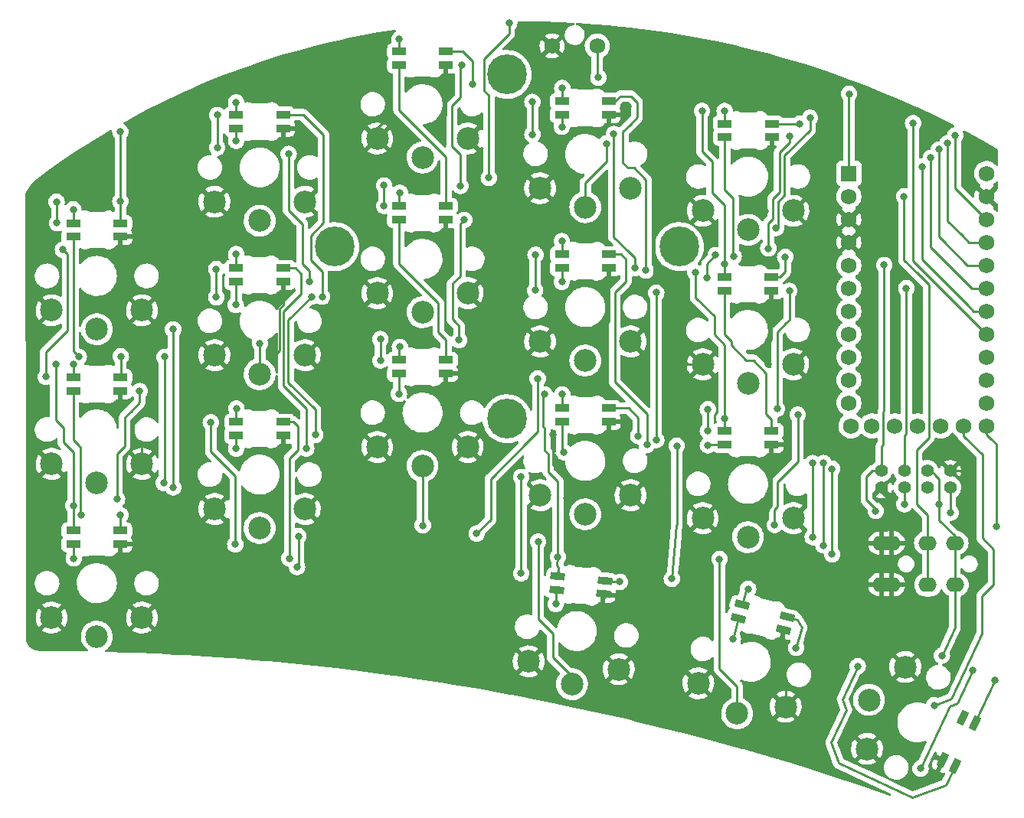
<source format=gbr>
%TF.GenerationSoftware,KiCad,Pcbnew,(6.0.0)*%
%TF.CreationDate,2022-06-16T08:24:19-07:00*%
%TF.ProjectId,half-swept,68616c66-2d73-4776-9570-742e6b696361,rev?*%
%TF.SameCoordinates,Original*%
%TF.FileFunction,Copper,L2,Bot*%
%TF.FilePolarity,Positive*%
%FSLAX46Y46*%
G04 Gerber Fmt 4.6, Leading zero omitted, Abs format (unit mm)*
G04 Created by KiCad (PCBNEW (6.0.0)) date 2022-06-16 08:24:19*
%MOMM*%
%LPD*%
G01*
G04 APERTURE LIST*
G04 Aperture macros list*
%AMRoundRect*
0 Rectangle with rounded corners*
0 $1 Rounding radius*
0 $2 $3 $4 $5 $6 $7 $8 $9 X,Y pos of 4 corners*
0 Add a 4 corners polygon primitive as box body*
4,1,4,$2,$3,$4,$5,$6,$7,$8,$9,$2,$3,0*
0 Add four circle primitives for the rounded corners*
1,1,$1+$1,$2,$3*
1,1,$1+$1,$4,$5*
1,1,$1+$1,$6,$7*
1,1,$1+$1,$8,$9*
0 Add four rect primitives between the rounded corners*
20,1,$1+$1,$2,$3,$4,$5,0*
20,1,$1+$1,$4,$5,$6,$7,0*
20,1,$1+$1,$6,$7,$8,$9,0*
20,1,$1+$1,$8,$9,$2,$3,0*%
G04 Aperture macros list end*
%TA.AperFunction,ComponentPad*%
%ADD10O,2.000000X1.600000*%
%TD*%
%TA.AperFunction,ComponentPad*%
%ADD11C,1.750000*%
%TD*%
%TA.AperFunction,ComponentPad*%
%ADD12C,2.500000*%
%TD*%
%TA.AperFunction,ComponentPad*%
%ADD13C,4.400000*%
%TD*%
%TA.AperFunction,SMDPad,CuDef*%
%ADD14RoundRect,0.082000X-0.686681X0.389330X-0.743855X-0.264174X0.686681X-0.389330X0.743855X0.264174X0*%
%TD*%
%TA.AperFunction,SMDPad,CuDef*%
%ADD15RoundRect,0.082000X-0.718000X0.328000X-0.718000X-0.328000X0.718000X-0.328000X0.718000X0.328000X0*%
%TD*%
%TA.AperFunction,SMDPad,CuDef*%
%ADD16RoundRect,0.082000X-0.608642X0.502656X-0.778427X-0.130992X0.608642X-0.502656X0.778427X0.130992X0*%
%TD*%
%TA.AperFunction,ComponentPad*%
%ADD17C,1.752600*%
%TD*%
%TA.AperFunction,ComponentPad*%
%ADD18R,1.752600X1.752600*%
%TD*%
%TA.AperFunction,SMDPad,CuDef*%
%ADD19RoundRect,0.082000X0.600709X0.512110X0.006171X0.789348X-0.600709X-0.512110X-0.006171X-0.789348X0*%
%TD*%
%TA.AperFunction,ComponentPad*%
%ADD20C,1.397000*%
%TD*%
%TA.AperFunction,ViaPad*%
%ADD21C,0.800000*%
%TD*%
%TA.AperFunction,Conductor*%
%ADD22C,0.250000*%
%TD*%
G04 APERTURE END LIST*
D10*
%TO.P,J2,4,RING2*%
%TO.N,vcc*%
X117231735Y-75283182D03*
%TO.P,J2,3,RING1*%
%TO.N,data*%
X114231735Y-75283182D03*
%TO.P,J2,2,TIP*%
%TO.N,gnd*%
X110231735Y-75283182D03*
%TO.P,J2,1,SLEEVE*%
X109131735Y-70683182D03*
%TD*%
D11*
%TO.P,RSW1,2,2*%
%TO.N,reset*%
X77688733Y-15675683D03*
%TO.P,RSW1,1,1*%
%TO.N,gnd*%
X72688733Y-15675683D03*
%TD*%
D12*
%TO.P,SW2,2,2*%
%TO.N,gnd*%
X27363734Y-44913183D03*
X17363734Y-44913183D03*
%TO.P,SW2,1,1*%
%TO.N,Switch1*%
X22363734Y-47013183D03*
%TD*%
%TO.P,SW3,2,2*%
%TO.N,gnd*%
X45363734Y-32913183D03*
X35363734Y-32913183D03*
%TO.P,SW3,1,1*%
%TO.N,Switch2*%
X40363734Y-35013183D03*
%TD*%
%TO.P,SW4,2,2*%
%TO.N,gnd*%
X63363733Y-25913183D03*
X53363733Y-25913183D03*
%TO.P,SW4,1,1*%
%TO.N,Switch3*%
X58363733Y-28013183D03*
%TD*%
%TO.P,SW5,2,2*%
%TO.N,gnd*%
X81363734Y-31413183D03*
X71363734Y-31413183D03*
%TO.P,SW5,1,1*%
%TO.N,Switch4*%
X76363734Y-33513183D03*
%TD*%
%TO.P,SW6,2,2*%
%TO.N,gnd*%
X89363733Y-33913183D03*
X99363733Y-33913183D03*
%TO.P,SW6,1,1*%
%TO.N,Switch5*%
X94363733Y-36013183D03*
%TD*%
%TO.P,SW8,2,2*%
%TO.N,gnd*%
X17363734Y-61913183D03*
X27363734Y-61913183D03*
%TO.P,SW8,1,1*%
%TO.N,Switch6*%
X22363734Y-64013183D03*
%TD*%
%TO.P,SW9,2,2*%
%TO.N,gnd*%
X35363734Y-49887183D03*
X45363734Y-49887183D03*
%TO.P,SW9,1,1*%
%TO.N,Switch7*%
X40363734Y-51987183D03*
%TD*%
%TO.P,SW10,2,2*%
%TO.N,gnd*%
X63363734Y-43029183D03*
X53363734Y-43029183D03*
%TO.P,SW10,1,1*%
%TO.N,Switch8*%
X58363734Y-45129183D03*
%TD*%
%TO.P,SW11,2,2*%
%TO.N,gnd*%
X71363734Y-48363184D03*
X81363734Y-48363184D03*
%TO.P,SW11,1,1*%
%TO.N,Switch9*%
X76363734Y-50463184D03*
%TD*%
%TO.P,SW12,2,2*%
%TO.N,gnd*%
X89343732Y-50903183D03*
X99343732Y-50903183D03*
%TO.P,SW12,1,1*%
%TO.N,Switch10*%
X94343732Y-53003183D03*
%TD*%
%TO.P,SW14,2,2*%
%TO.N,gnd*%
X17363734Y-78913183D03*
X27363734Y-78913183D03*
%TO.P,SW14,1,1*%
%TO.N,Switch11*%
X22363734Y-81013183D03*
%TD*%
%TO.P,SW15,2,2*%
%TO.N,gnd*%
X45363734Y-66905182D03*
X35363734Y-66905182D03*
%TO.P,SW15,1,1*%
%TO.N,Switch12*%
X40363734Y-69005182D03*
%TD*%
%TO.P,SW16,2,2*%
%TO.N,gnd*%
X63363732Y-60047182D03*
X53363732Y-60047182D03*
%TO.P,SW16,1,1*%
%TO.N,Switch13*%
X58363732Y-62147182D03*
%TD*%
%TO.P,SW17,2,2*%
%TO.N,gnd*%
X81363734Y-65381184D03*
X71363734Y-65381184D03*
%TO.P,SW17,1,1*%
%TO.N,Switch14*%
X76363734Y-67481184D03*
%TD*%
%TO.P,SW18,2,2*%
%TO.N,gnd*%
X99343734Y-67921183D03*
X89343734Y-67921183D03*
%TO.P,SW18,1,1*%
%TO.N,Switch15*%
X94343734Y-70021183D03*
%TD*%
%TO.P,SW20,2,2*%
%TO.N,gnd*%
X111732857Y-84375694D03*
X107506674Y-93438772D03*
%TO.P,SW20,1,1*%
%TO.N,Switch16*%
X107716519Y-88019734D03*
%TD*%
%TO.P,SW21,2,2*%
%TO.N,gnd*%
X88850591Y-86189605D03*
X98509850Y-88777795D03*
%TO.P,SW21,1,1*%
%TO.N,Switch17*%
X93136701Y-89512144D03*
%TD*%
D13*
%TO.P,REF\u002A\u002A,1*%
%TO.N,N/C*%
X67696985Y-18827839D03*
X86746985Y-37877839D03*
X48646985Y-37877839D03*
X67696985Y-56927839D03*
%TD*%
D14*
%TO.P,D12,4,DIN*%
%TO.N,Net-(D12-Pad4)*%
X78511957Y-74831971D03*
%TO.P,D12,3,VSS*%
%TO.N,gnd*%
X78381224Y-76326263D03*
%TO.P,D12,2,DOUT*%
%TO.N,Net-(D12-Pad2)*%
X73201011Y-75873053D03*
%TO.P,D12,1,VDD*%
%TO.N,vcc*%
X73331745Y-74378761D03*
%TD*%
D15*
%TO.P,D16,4,DIN*%
%TO.N,Net-(D13-Pad2)*%
X42963734Y-23283183D03*
%TO.P,D16,3,VSS*%
%TO.N,gnd*%
X42963734Y-24783183D03*
%TO.P,D16,2,DOUT*%
%TO.N,Net-(D16-Pad2)*%
X37763734Y-24783183D03*
%TO.P,D16,1,VDD*%
%TO.N,vcc*%
X37763734Y-23283183D03*
%TD*%
%TO.P,D8,4,DIN*%
%TO.N,Net-(D5-Pad2)*%
X60963732Y-50417182D03*
%TO.P,D8,3,VSS*%
%TO.N,gnd*%
X60963732Y-51917182D03*
%TO.P,D8,2,DOUT*%
%TO.N,Net-(D11-Pad4)*%
X55763732Y-51917182D03*
%TO.P,D8,1,VDD*%
%TO.N,vcc*%
X55763732Y-50417182D03*
%TD*%
%TO.P,D2,4,DIN*%
%TO.N,Net-(D16-Pad2)*%
X60963733Y-16283183D03*
%TO.P,D2,3,VSS*%
%TO.N,gnd*%
X60963733Y-17783183D03*
%TO.P,D2,2,DOUT*%
%TO.N,Net-(D2-Pad2)*%
X55763733Y-17783183D03*
%TO.P,D2,1,VDD*%
%TO.N,vcc*%
X55763733Y-16283183D03*
%TD*%
D16*
%TO.P,D15,4,DIN*%
%TO.N,Net-(D12-Pad2)*%
X98684055Y-78854764D03*
%TO.P,D15,3,VSS*%
%TO.N,gnd*%
X98295827Y-80303653D03*
%TO.P,D15,2,DOUT*%
%TO.N,Net-(D15-Pad2)*%
X93273012Y-78957794D03*
%TO.P,D15,1,VDD*%
%TO.N,vcc*%
X93661241Y-77508905D03*
%TD*%
D15*
%TO.P,D11,4,DIN*%
%TO.N,Net-(D11-Pad4)*%
X78963734Y-55751184D03*
%TO.P,D11,3,VSS*%
%TO.N,gnd*%
X78963734Y-57251184D03*
%TO.P,D11,2,DOUT*%
%TO.N,Net-(D11-Pad2)*%
X73763734Y-57251184D03*
%TO.P,D11,1,VDD*%
%TO.N,vcc*%
X73763734Y-55751184D03*
%TD*%
D17*
%TO.P,U2,29,F0*%
%TO.N,Switch16*%
X118193733Y-57719933D03*
%TO.P,U2,28,F1*%
%TO.N,Switch17*%
X115653733Y-57719933D03*
%TO.P,U2,27,C7*%
%TO.N,Switch18*%
X113113733Y-57719933D03*
%TO.P,U2,26,D5*%
%TO.N,Switch15*%
X110573733Y-57719933D03*
%TO.P,U2,25,B7*%
%TO.N,Switch14*%
X108033733Y-57719933D03*
%TO.P,U2,24,B0*%
%TO.N,raw*%
X120733733Y-29779933D03*
%TO.P,U2,23,GND*%
%TO.N,gnd*%
X120733733Y-32319933D03*
%TO.P,U2,22,RST*%
%TO.N,reset*%
X120733733Y-34859933D03*
%TO.P,U2,21,VCC*%
%TO.N,vcc*%
X120733733Y-37399933D03*
%TO.P,U2,20,A3/PF4*%
%TO.N,Switch5*%
X120733733Y-39939933D03*
%TO.P,U2,19,A2/PF5*%
%TO.N,Switch4*%
X120733733Y-42479933D03*
%TO.P,U2,18,A1/PF6*%
%TO.N,Switch3*%
X120733733Y-45019933D03*
%TO.P,U2,17,A0/PF7*%
%TO.N,Switch2*%
X120733733Y-47559933D03*
%TO.P,U2,16,15/PB1*%
%TO.N,unconnected-(U2-Pad16)*%
X120733733Y-50099933D03*
%TO.P,U2,15,14/PB3*%
%TO.N,Switch11*%
X120733733Y-52639933D03*
%TO.P,U2,14,16/PB2*%
%TO.N,Switch12*%
X120733733Y-55179933D03*
%TO.P,U2,13,10/PB6*%
%TO.N,Switch13*%
X120733733Y-57719933D03*
%TO.P,U2,12,9/PB5*%
%TO.N,Switch1*%
X105722333Y-57719933D03*
%TO.P,U2,11,8/PB4*%
%TO.N,Switch6*%
X105493733Y-55179933D03*
%TO.P,U2,10,7/PE6*%
%TO.N,Switch10*%
X105493733Y-52639933D03*
%TO.P,U2,9,6/PD7*%
%TO.N,Switch9*%
X105493733Y-50099933D03*
%TO.P,U2,8,5/PC6*%
%TO.N,Switch8*%
X105493733Y-47559933D03*
%TO.P,U2,7,4/PD4*%
%TO.N,Switch7*%
X105493733Y-45019933D03*
%TO.P,U2,6,3/PD0*%
%TO.N,scl*%
X105493733Y-42479933D03*
%TO.P,U2,5,2/PD1*%
%TO.N,sda*%
X105493733Y-39939933D03*
%TO.P,U2,4,GND*%
%TO.N,gnd*%
X105493733Y-37399933D03*
%TO.P,U2,3,GND*%
X105493733Y-34859933D03*
%TO.P,U2,2,RX1/PD2*%
%TO.N,data*%
X105493733Y-32319933D03*
D18*
%TO.P,U2,1,TX0/PD3*%
%TO.N,led*%
X105493733Y-29779933D03*
%TD*%
D15*
%TO.P,D14,4,DIN*%
%TO.N,Net-(D11-Pad2)*%
X78963734Y-38733184D03*
%TO.P,D14,3,VSS*%
%TO.N,gnd*%
X78963734Y-40233184D03*
%TO.P,D14,2,DOUT*%
%TO.N,Net-(D14-Pad2)*%
X73763734Y-40233184D03*
%TO.P,D14,1,VDD*%
%TO.N,vcc*%
X73763734Y-38733184D03*
%TD*%
%TO.P,D10,4,DIN*%
%TO.N,Net-(D10-Pad4)*%
X42963734Y-57275182D03*
%TO.P,D10,3,VSS*%
%TO.N,gnd*%
X42963734Y-58775182D03*
%TO.P,D10,2,DOUT*%
%TO.N,Net-(D10-Pad2)*%
X37763734Y-58775182D03*
%TO.P,D10,1,VDD*%
%TO.N,vcc*%
X37763734Y-57275182D03*
%TD*%
%TO.P,D1,4,DIN*%
%TO.N,led*%
X24963734Y-35283183D03*
%TO.P,D1,3,VSS*%
%TO.N,gnd*%
X24963734Y-36783183D03*
%TO.P,D1,2,DOUT*%
%TO.N,Net-(D1-Pad2)*%
X19763734Y-36783183D03*
%TO.P,D1,1,VDD*%
%TO.N,vcc*%
X19763734Y-35283183D03*
%TD*%
%TO.P,D9,4,DIN*%
%TO.N,Net-(D6-Pad2)*%
X96943734Y-58291183D03*
%TO.P,D9,3,VSS*%
%TO.N,gnd*%
X96943734Y-59791183D03*
%TO.P,D9,2,DOUT*%
%TO.N,Net-(D12-Pad4)*%
X91743734Y-59791183D03*
%TO.P,D9,1,VDD*%
%TO.N,vcc*%
X91743734Y-58291183D03*
%TD*%
%TO.P,D17,4,DIN*%
%TO.N,Net-(D14-Pad2)*%
X78963734Y-21783183D03*
%TO.P,D17,3,VSS*%
%TO.N,gnd*%
X78963734Y-23283183D03*
%TO.P,D17,2,DOUT*%
%TO.N,Net-(D17-Pad2)*%
X73763734Y-23283183D03*
%TO.P,D17,1,VDD*%
%TO.N,vcc*%
X73763734Y-21783183D03*
%TD*%
D19*
%TO.P,D18,4,DIN*%
%TO.N,Net-(D15-Pad2)*%
X117248702Y-95333447D03*
%TO.P,D18,3,VSS*%
%TO.N,gnd*%
X115889240Y-94699519D03*
%TO.P,D18,2,DOUT*%
%TO.N,unconnected-(D18-Pad2)*%
X118086855Y-89986719D03*
%TO.P,D18,1,VDD*%
%TO.N,vcc*%
X119446317Y-90620646D03*
%TD*%
D15*
%TO.P,D4,4,DIN*%
%TO.N,Net-(D1-Pad2)*%
X24963733Y-52333183D03*
%TO.P,D4,3,VSS*%
%TO.N,gnd*%
X24963733Y-53833183D03*
%TO.P,D4,2,DOUT*%
%TO.N,Net-(D4-Pad2)*%
X19763733Y-53833183D03*
%TO.P,D4,1,VDD*%
%TO.N,vcc*%
X19763733Y-52333183D03*
%TD*%
%TO.P,D3,4,DIN*%
%TO.N,Net-(D17-Pad2)*%
X96963733Y-24283183D03*
%TO.P,D3,3,VSS*%
%TO.N,gnd*%
X96963733Y-25783183D03*
%TO.P,D3,2,DOUT*%
%TO.N,Net-(D3-Pad2)*%
X91763733Y-25783183D03*
%TO.P,D3,1,VDD*%
%TO.N,vcc*%
X91763733Y-24283183D03*
%TD*%
%TO.P,D7,4,DIN*%
%TO.N,Net-(D4-Pad2)*%
X24963734Y-69283183D03*
%TO.P,D7,3,VSS*%
%TO.N,gnd*%
X24963734Y-70783183D03*
%TO.P,D7,2,DOUT*%
%TO.N,Net-(D10-Pad4)*%
X19763734Y-70783183D03*
%TO.P,D7,1,VDD*%
%TO.N,vcc*%
X19763734Y-69283183D03*
%TD*%
D20*
%TO.P,OL1,4,GND*%
%TO.N,gnd*%
X116723732Y-62693183D03*
%TO.P,OL1,3,VCC*%
%TO.N,vcc*%
X114183732Y-62693183D03*
%TO.P,OL1,2,SCL*%
%TO.N,scl*%
X111643732Y-62693183D03*
%TO.P,OL1,1,SDA*%
%TO.N,sda*%
X109103732Y-62693183D03*
%TD*%
D12*
%TO.P,SW1,2,2*%
%TO.N,gnd*%
X70101568Y-83762942D03*
X80063515Y-84634500D03*
%TO.P,SW1,1,1*%
%TO.N,Switch18*%
X74899514Y-86290730D03*
%TD*%
D15*
%TO.P,D5,4,DIN*%
%TO.N,Net-(D2-Pad2)*%
X60963734Y-33399183D03*
%TO.P,D5,3,VSS*%
%TO.N,gnd*%
X60963734Y-34899183D03*
%TO.P,D5,2,DOUT*%
%TO.N,Net-(D5-Pad2)*%
X55763734Y-34899183D03*
%TO.P,D5,1,VDD*%
%TO.N,vcc*%
X55763734Y-33399183D03*
%TD*%
%TO.P,D6,4,DIN*%
%TO.N,Net-(D3-Pad2)*%
X96943732Y-41273183D03*
%TO.P,D6,3,VSS*%
%TO.N,gnd*%
X96943732Y-42773183D03*
%TO.P,D6,2,DOUT*%
%TO.N,Net-(D6-Pad2)*%
X91743732Y-42773183D03*
%TO.P,D6,1,VDD*%
%TO.N,vcc*%
X91743732Y-41273183D03*
%TD*%
%TO.P,D13,4,DIN*%
%TO.N,Net-(D10-Pad2)*%
X42963734Y-40257183D03*
%TO.P,D13,3,VSS*%
%TO.N,gnd*%
X42963734Y-41757183D03*
%TO.P,D13,2,DOUT*%
%TO.N,Net-(D13-Pad2)*%
X37763734Y-41757183D03*
%TO.P,D13,1,VDD*%
%TO.N,vcc*%
X37763734Y-40257183D03*
%TD*%
D10*
%TO.P,J1,4,RING2*%
%TO.N,vcc*%
X117213734Y-70663184D03*
%TO.P,J1,3,RING1*%
%TO.N,data*%
X114213734Y-70663184D03*
%TO.P,J1,2,TIP*%
%TO.N,gnd*%
X110213734Y-70663184D03*
%TO.P,J1,1,SLEEVE*%
X109113734Y-75263184D03*
%TD*%
D20*
%TO.P,OL2,4,GND*%
%TO.N,gnd*%
X109103733Y-64513182D03*
%TO.P,OL2,3,VCC*%
%TO.N,vcc*%
X111643733Y-64513182D03*
%TO.P,OL2,2,SCL*%
%TO.N,scl*%
X114183733Y-64513182D03*
%TO.P,OL2,1,SDA*%
%TO.N,sda*%
X116723733Y-64513182D03*
%TD*%
D21*
%TO.N,Net-(D15-Pad2)*%
X106481150Y-84305958D03*
%TO.N,vcc*%
X119201585Y-84719337D03*
X113410980Y-95631047D03*
X121600001Y-85878102D03*
X115781936Y-83124729D03*
%TO.N,Switch16*%
X114919216Y-88610703D03*
%TO.N,gnd*%
X83799205Y-41665115D03*
X60349204Y-25465116D03*
X74299203Y-65665115D03*
X24449203Y-55815116D03*
X88449203Y-58865116D03*
X96249203Y-33915115D03*
X96349203Y-67165115D03*
X119183496Y-77820688D03*
X86499204Y-47365116D03*
X103349203Y-88815116D03*
X81099204Y-22315116D03*
X60299205Y-42315116D03*
X53349204Y-18715117D03*
X28099202Y-55765117D03*
X96611137Y-50903184D03*
X85796820Y-85267317D03*
X103299205Y-81565117D03*
X41949204Y-49965116D03*
X84199205Y-31415116D03*
X86574203Y-31940116D03*
X87867374Y-77539911D03*
X83349205Y-22315116D03*
X78299204Y-48565117D03*
X87799203Y-25765117D03*
X72799205Y-58665116D03*
%TO.N,vcc*%
X91743735Y-56883184D03*
X19763734Y-33763183D03*
X37763734Y-38713182D03*
X55863732Y-48963183D03*
X37797271Y-55789617D03*
X55863734Y-31913183D03*
X94364854Y-75750741D03*
X88538732Y-40738183D03*
X115499204Y-66365116D03*
X19763734Y-50913185D03*
X91763735Y-22863182D03*
X73331746Y-72195170D03*
X91743734Y-39793184D03*
X111649205Y-66365116D03*
X73813735Y-20313183D03*
X71863734Y-54213183D03*
X17813732Y-50913184D03*
X37763732Y-21913183D03*
X73763734Y-37263182D03*
X73813733Y-54213181D03*
X116413734Y-26413182D03*
X19763733Y-66513182D03*
X55813735Y-14913183D03*
X89263734Y-22863183D03*
%TO.N,Switch18*%
X71149205Y-70515117D03*
X102699202Y-70915116D03*
X102699205Y-61815116D03*
%TO.N,reset*%
X117263734Y-25563183D03*
X77813733Y-19163183D03*
%TO.N,Switch1*%
X30799205Y-47015116D03*
X30799203Y-64515116D03*
%TO.N,Switch2*%
X112599204Y-24215116D03*
X65699204Y-30265116D03*
X67949203Y-13115116D03*
%TO.N,Switch3*%
X113599205Y-29015116D03*
%TO.N,Switch4*%
X114549202Y-28065116D03*
X78699205Y-26465116D03*
%TO.N,Switch5*%
X97449204Y-35815117D03*
X115449203Y-27137681D03*
X101199205Y-23615116D03*
%TO.N,Switch6*%
X29749203Y-64015116D03*
X29849205Y-50065116D03*
%TO.N,Switch7*%
X40399205Y-48565116D03*
%TO.N,Switch11*%
X71099203Y-52465116D03*
X44499205Y-73315116D03*
X64349205Y-69615116D03*
X44649204Y-69915116D03*
%TO.N,Switch12*%
X97299204Y-68665117D03*
X99849203Y-56465115D03*
%TO.N,Switch13*%
X58399204Y-68715115D03*
X121799205Y-68815116D03*
%TO.N,Switch15*%
X101499204Y-70015117D03*
X101499205Y-61815116D03*
%TO.N,Switch17*%
X103649205Y-62465117D03*
X91199205Y-72454981D03*
X103649205Y-71915116D03*
%TO.N,Net-(D1-Pad2)*%
X25013733Y-50013183D03*
X20363735Y-50063183D03*
%TO.N,led*%
X17963734Y-35263183D03*
X105513734Y-20963183D03*
X17913732Y-32913181D03*
X24963735Y-32863183D03*
X24963733Y-25163182D03*
%TO.N,data*%
X111599205Y-32315117D03*
%TO.N,Net-(D16-Pad2)*%
X37763732Y-26163182D03*
X63913734Y-19913183D03*
%TO.N,Net-(D3-Pad2)*%
X92763733Y-38963182D03*
X98463734Y-39013182D03*
%TO.N,Net-(D17-Pad2)*%
X73763731Y-24613183D03*
X100063733Y-24263183D03*
%TO.N,Net-(D4-Pad2)*%
X20613734Y-67563182D03*
X24963734Y-67563184D03*
%TO.N,Net-(D10-Pad4)*%
X43663734Y-72363183D03*
X19813732Y-72363184D03*
%TO.N,Net-(D11-Pad4)*%
X82213732Y-58813183D03*
X55763734Y-54163183D03*
%TO.N,Net-(D12-Pad4)*%
X86463733Y-59913183D03*
X89913734Y-59863183D03*
X80180752Y-74974553D03*
X85933144Y-74624577D03*
%TO.N,Net-(D10-Pad2)*%
X37763735Y-60213183D03*
X45513734Y-60213183D03*
%TO.N,Net-(D11-Pad2)*%
X83163732Y-59813183D03*
X73999205Y-60615117D03*
%TO.N,Net-(D12-Pad2)*%
X99657879Y-82278537D03*
X73090993Y-77415930D03*
%TO.N,Net-(D13-Pad2)*%
X47263735Y-43413183D03*
X37713733Y-44313182D03*
%TO.N,Net-(D14-Pad2)*%
X83063732Y-40513183D03*
X73763735Y-41763183D03*
%TO.N,Net-(D15-Pad2)*%
X92676403Y-81287841D03*
%TO.N,sda*%
X116749205Y-67315116D03*
X109399205Y-39915114D03*
X108463732Y-67113182D03*
%TO.N,scl*%
X111849204Y-42465115D03*
%TO.N,Net-(D19-Pad2)*%
X16713734Y-52263184D03*
X18613735Y-38213183D03*
%TO.N,Net-(D20-Pad2)*%
X62563733Y-31163183D03*
X54113735Y-31113184D03*
X54113736Y-33363184D03*
X62713736Y-17763183D03*
%TO.N,Net-(D21-Pad2)*%
X98963733Y-25663183D03*
X96597271Y-38063183D03*
X89813733Y-41363183D03*
X90763733Y-38813183D03*
%TO.N,Net-(D22-Pad2)*%
X27099204Y-53865117D03*
X24599203Y-65815117D03*
%TO.N,Net-(D23-Pad2)*%
X62413733Y-48213185D03*
X53713733Y-50463183D03*
X62963732Y-34913183D03*
X53713734Y-48113182D03*
%TO.N,Net-(D24-Pad2)*%
X89913733Y-55863183D03*
X98913732Y-42763183D03*
X97563734Y-55813182D03*
X89913731Y-58263183D03*
%TO.N,Net-(D25-Pad2)*%
X37663733Y-70813183D03*
X34963733Y-57313183D03*
%TO.N,Net-(D27-Pad2)*%
X69263733Y-74013183D03*
X69263733Y-63363183D03*
%TO.N,Net-(D28-Pad2)*%
X46513734Y-58713183D03*
X35563734Y-40363182D03*
X46113734Y-43413182D03*
X35563734Y-43463183D03*
%TO.N,Net-(D29-Pad2)*%
X84213734Y-59263184D03*
X70813733Y-42713184D03*
X70863734Y-38763183D03*
X84213734Y-42963182D03*
%TO.N,Net-(D31-Pad2)*%
X45863734Y-41763183D03*
X35663736Y-23313184D03*
X35663732Y-26913182D03*
X43563733Y-27613185D03*
%TO.N,Net-(D32-Pad2)*%
X70513735Y-25463184D03*
X70513734Y-21863183D03*
X81813734Y-40263183D03*
X79513733Y-25413182D03*
%TD*%
D22*
%TO.N,Net-(D15-Pad2)*%
X116260987Y-97451606D02*
X117248702Y-95333446D01*
X112514567Y-98815192D02*
X116260987Y-97451606D01*
X104357797Y-95011628D02*
X112514567Y-98815192D01*
X103535524Y-92752453D02*
X104357797Y-95011628D01*
X105225998Y-89127222D02*
X103535524Y-92752453D01*
X104790677Y-87931189D02*
X105225998Y-89127222D01*
X106481150Y-84305958D02*
X104790677Y-87931189D01*
%TO.N,vcc*%
X116622878Y-88743108D02*
X117468850Y-88435199D01*
X117468850Y-88435199D02*
X119201585Y-84719337D01*
X113410980Y-95631047D02*
X116622878Y-88743108D01*
X119420978Y-90551030D02*
X119446317Y-90620646D01*
X121600001Y-85878102D02*
X119420978Y-90551030D01*
X115783491Y-83124162D02*
X115781936Y-83124729D01*
X117231735Y-80018396D02*
X115783491Y-83124162D01*
X117231735Y-75283182D02*
X117231735Y-80018396D01*
%TO.N,Switch16*%
X120233497Y-80656565D02*
X116852551Y-87907027D01*
X116852551Y-87907027D02*
X114919216Y-88610703D01*
X120233498Y-76502102D02*
X120233497Y-80656565D01*
X120249205Y-76486395D02*
X120233498Y-76502102D01*
%TO.N,gnd*%
X109103735Y-64513183D02*
X109103733Y-65040925D01*
X98509852Y-86675762D02*
X98509851Y-88777794D01*
X74299205Y-63565116D02*
X74299203Y-65665115D01*
X98295827Y-81268492D02*
X97799204Y-81765117D01*
X120333497Y-73320687D02*
X120333498Y-74520688D01*
X98295827Y-80303652D02*
X98295827Y-81268492D01*
X97799204Y-81765117D02*
X97799204Y-85965116D01*
X119283497Y-66570688D02*
X119283498Y-70520688D01*
X120333498Y-71570688D02*
X120333497Y-73320687D01*
X42963734Y-41757184D02*
X42963734Y-44350587D01*
X88449205Y-60765116D02*
X89899205Y-62215116D01*
X83999204Y-40215116D02*
X83999202Y-41465117D01*
X79949205Y-62715117D02*
X79949202Y-63966654D01*
X24963734Y-55300588D02*
X24449203Y-55815116D01*
X54649205Y-23415116D02*
X53363733Y-24700587D01*
X72799205Y-58665116D02*
X72799204Y-62065116D01*
X53363733Y-24700587D02*
X53363733Y-25913183D01*
X119183498Y-75670688D02*
X119183496Y-77820688D01*
X83999202Y-41465117D02*
X83799205Y-41665115D01*
X84199205Y-29215116D02*
X84199205Y-31415116D01*
X118083496Y-62970687D02*
X119283498Y-64170688D01*
X78963735Y-46150587D02*
X78749203Y-46365115D01*
X60349203Y-24015116D02*
X60349204Y-25465116D01*
X91149205Y-62865115D02*
X91149204Y-65165117D01*
X96963734Y-31400587D02*
X96699204Y-31665116D01*
X78749203Y-46365115D02*
X78299205Y-46815116D01*
X96943735Y-66570587D02*
X96349203Y-67165115D01*
X54649205Y-20015117D02*
X54649205Y-23415116D01*
X78963734Y-61729646D02*
X79949205Y-62715117D01*
X96943733Y-59791181D02*
X96943735Y-66570587D01*
X53349204Y-18715117D02*
X54649205Y-20015117D01*
X78963735Y-40233183D02*
X78963735Y-46150587D01*
X72799204Y-62065116D02*
X73349204Y-62615117D01*
X42549202Y-49365116D02*
X41949204Y-49965116D01*
X86499204Y-47365116D02*
X86499205Y-49715116D01*
X87867374Y-77539911D02*
X85796820Y-85267317D01*
X42549203Y-44765115D02*
X42549205Y-45965116D01*
X96699204Y-31665116D02*
X96249205Y-32115117D01*
X88449203Y-58865116D02*
X88449205Y-60765116D01*
X90449205Y-66815712D02*
X89343735Y-67921183D01*
X24963732Y-53833181D02*
X24963734Y-55300588D01*
X60963732Y-40800588D02*
X60399205Y-41365117D01*
X89899205Y-62215116D02*
X90499202Y-62215116D01*
X26399205Y-57465117D02*
X26399205Y-59015116D01*
X73349204Y-62615117D02*
X74299205Y-63565116D01*
X117805993Y-62693183D02*
X118083496Y-62970687D01*
X60549205Y-23815116D02*
X60349203Y-24015116D01*
X78299205Y-46815116D02*
X78299204Y-48565117D01*
X83349204Y-28365116D02*
X83849204Y-28865116D01*
X60299202Y-41465116D02*
X60299205Y-42315116D01*
X86499205Y-49715116D02*
X87687270Y-50903183D01*
X96943735Y-48170586D02*
X96499204Y-48615116D01*
X83999204Y-40215116D02*
X83999205Y-31615116D01*
X97799204Y-85965116D02*
X98509852Y-86675762D01*
X42549205Y-45965116D02*
X42549202Y-49365116D01*
X83349205Y-22315116D02*
X83349204Y-28365116D01*
X109103733Y-65040925D02*
X110213734Y-66150924D01*
X60963732Y-17783184D02*
X60963732Y-23400587D01*
X28099202Y-55765117D02*
X26399205Y-57465117D01*
X87687270Y-50903183D02*
X89343735Y-50903184D01*
X60399205Y-41365117D02*
X60299202Y-41465116D01*
X103349203Y-88815116D02*
X103349205Y-81615116D01*
X86499204Y-47365116D02*
X86499205Y-43865116D01*
X26399205Y-59015116D02*
X27363732Y-59979644D01*
X96499204Y-48615116D02*
X96499204Y-50791252D01*
X120333498Y-74520688D02*
X119683498Y-75170688D01*
X119683498Y-75170688D02*
X119183498Y-75670688D01*
X96499204Y-50791252D02*
X96611137Y-50903184D01*
X78963736Y-23283182D02*
X80131139Y-23283182D01*
X86499205Y-43865116D02*
X84299205Y-41665116D01*
X110213734Y-66150924D02*
X110213732Y-70663183D01*
X86574205Y-26990116D02*
X86574203Y-31940116D01*
X96249205Y-32115117D02*
X96249203Y-33915115D01*
X119283498Y-70520688D02*
X119833498Y-71070688D01*
X87799203Y-25765117D02*
X86574205Y-26990116D01*
X96943735Y-42773184D02*
X96943735Y-48170586D01*
X84299205Y-41665116D02*
X83799205Y-41665115D01*
X79949202Y-63966654D02*
X81363735Y-65381184D01*
X90449205Y-65865116D02*
X90449205Y-66815712D01*
X119833498Y-71070688D02*
X120333498Y-71570688D01*
X60963734Y-34899183D02*
X60963732Y-40800588D01*
X119283498Y-64170688D02*
X119283497Y-66570688D01*
X42963734Y-44350587D02*
X42649202Y-44665116D01*
X42649202Y-44665116D02*
X42549203Y-44765115D01*
X78963735Y-57251184D02*
X78963734Y-61729646D01*
X27363732Y-59979644D02*
X27363733Y-61913183D01*
X116723734Y-62693183D02*
X117805993Y-62693183D01*
X96963732Y-25783183D02*
X96963734Y-31400587D01*
X83849204Y-28865116D02*
X84199205Y-29215116D01*
X91149204Y-65165117D02*
X90449205Y-65865116D01*
X60963732Y-23400587D02*
X60549205Y-23815116D01*
X90499202Y-62215116D02*
X91149205Y-62865115D01*
X103349205Y-81615116D02*
X103299205Y-81565117D01*
X83999205Y-31615116D02*
X84199205Y-31415116D01*
X80131139Y-23283182D02*
X81099204Y-22315116D01*
%TO.N,vcc*%
X37763735Y-40257183D02*
X37763734Y-38713182D01*
X73763731Y-38733183D02*
X73763734Y-37263182D01*
X91743736Y-58291183D02*
X91743735Y-56883184D01*
X117213735Y-75265181D02*
X117231735Y-75283182D01*
X18663733Y-57913184D02*
X18663734Y-59563184D01*
X71649204Y-54427711D02*
X71863734Y-54213183D01*
X73763733Y-55751183D02*
X73763733Y-54263183D01*
X55763734Y-32013182D02*
X55863734Y-31913183D01*
X17813732Y-50913184D02*
X17813733Y-57063183D01*
X73763733Y-54263183D02*
X73813733Y-54213181D01*
X115499205Y-64565116D02*
X115499204Y-66365116D01*
X73331746Y-74378763D02*
X73421367Y-73354399D01*
X117213733Y-70663185D02*
X117213732Y-69879646D01*
X90363735Y-28463183D02*
X89263734Y-27363182D01*
X19763734Y-33763183D02*
X19763733Y-35283184D01*
X37763732Y-57275183D02*
X37763735Y-55823153D01*
X55763734Y-33399184D02*
X55763734Y-32013182D01*
X71863734Y-57979646D02*
X71649205Y-57765117D01*
X120733733Y-37399932D02*
X118750484Y-37399932D01*
X55763732Y-16283183D02*
X55763735Y-14963183D01*
X115499205Y-63565116D02*
X115499205Y-64565116D01*
X55763735Y-14963183D02*
X55813735Y-14913183D01*
X91743735Y-56883184D02*
X91743732Y-48743184D01*
X91763735Y-24283184D02*
X91763735Y-22863182D01*
X37763732Y-21913183D02*
X37763733Y-23283182D01*
X73331746Y-72195170D02*
X73331746Y-63882576D01*
X71863735Y-60429647D02*
X72249204Y-60815116D01*
X93661243Y-77508906D02*
X94089786Y-75909552D01*
X71649205Y-57765117D02*
X71649204Y-54427711D01*
X114183734Y-62693184D02*
X114627269Y-62693183D01*
X88538735Y-43488181D02*
X88538732Y-40738183D01*
X37763735Y-55823153D02*
X37797271Y-55789617D01*
X55763733Y-49063182D02*
X55863732Y-48963183D01*
X71863735Y-60429647D02*
X71863734Y-57979646D01*
X91743732Y-48743184D02*
X90613734Y-47613184D01*
X73421367Y-73354399D02*
X73248363Y-73148224D01*
X72249204Y-60815116D02*
X72249205Y-62800035D01*
X73248363Y-73148224D02*
X73331746Y-72195170D01*
X90363733Y-31913184D02*
X90363735Y-28463183D01*
X73763734Y-20363182D02*
X73813735Y-20313183D01*
X19763733Y-66513182D02*
X19763732Y-69283183D01*
X73763732Y-21783183D02*
X73763734Y-20363182D01*
X90613734Y-47613184D02*
X90613734Y-45563184D01*
X17813733Y-57063183D02*
X18663733Y-57913184D01*
X19763734Y-50913185D02*
X19763736Y-52333183D01*
X111649205Y-66365116D02*
X111649204Y-64518651D01*
X55763734Y-50417184D02*
X55763733Y-49063182D01*
X115499204Y-68165116D02*
X115499204Y-66365116D01*
X114627269Y-62693183D02*
X115249205Y-63315117D01*
X90613734Y-45563184D02*
X88538735Y-43488181D01*
X117213732Y-69879646D02*
X115499204Y-68165116D01*
X116413735Y-35063183D02*
X116413735Y-28813183D01*
X117213733Y-70663185D02*
X117213735Y-75265181D01*
X91743734Y-39793184D02*
X91743732Y-33293184D01*
X118750484Y-37399932D02*
X117963733Y-36613182D01*
X89263734Y-27363182D02*
X89263734Y-22863183D01*
X91743732Y-33293184D02*
X90363733Y-31913184D01*
X18663734Y-59563184D02*
X19763734Y-60663183D01*
X19763734Y-60663183D02*
X19763733Y-66513182D01*
X94089786Y-75909552D02*
X94364854Y-75750741D01*
X91743735Y-41273184D02*
X91743734Y-39793184D01*
X117963733Y-36613182D02*
X116413735Y-35063183D01*
X111649204Y-64518651D02*
X111643735Y-64513183D01*
X116413735Y-28813183D02*
X116413734Y-26413182D01*
X72249205Y-62800035D02*
X73331746Y-63882576D01*
X115249205Y-63315117D02*
X115499205Y-63565116D01*
%TO.N,Switch18*%
X71149203Y-79065116D02*
X72749204Y-80665115D01*
X71149205Y-70515117D02*
X71149203Y-79065116D01*
X72749204Y-80665115D02*
X72749205Y-83315117D01*
X102699205Y-61815116D02*
X102699202Y-70915116D01*
X74899516Y-85465429D02*
X74899515Y-86290731D01*
X72749205Y-83315117D02*
X74899516Y-85465429D01*
%TO.N,reset*%
X120733735Y-34859934D02*
X117263734Y-31389933D01*
X77813733Y-19163183D02*
X77688733Y-19038183D01*
X117263734Y-31389933D02*
X117263734Y-25563183D01*
X77688733Y-19038183D02*
X77688733Y-15675684D01*
%TO.N,Switch1*%
X30799203Y-64515116D02*
X30799205Y-47015116D01*
%TO.N,Switch2*%
X67949203Y-13115116D02*
X67949205Y-14315116D01*
X65149203Y-20615116D02*
X65699204Y-21165116D01*
X65149205Y-17115117D02*
X65149204Y-18665116D01*
X65149204Y-18665116D02*
X65149203Y-20615116D01*
X120733734Y-47559934D02*
X112599203Y-39425404D01*
X66349205Y-15915116D02*
X65149205Y-17115117D01*
X112599203Y-39425404D02*
X112599204Y-24215116D01*
X65699204Y-21165116D02*
X65699204Y-30265116D01*
X67949205Y-14315116D02*
X66349205Y-15915116D01*
%TO.N,Switch3*%
X120733733Y-45019934D02*
X119304023Y-45019935D01*
X118599202Y-44315115D02*
X113599205Y-39315116D01*
X119304023Y-45019935D02*
X118599202Y-44315115D01*
X113599205Y-39315116D02*
X113599205Y-29015116D01*
%TO.N,Switch4*%
X78699205Y-26465116D02*
X78699204Y-28465116D01*
X76363736Y-30800586D02*
X76363734Y-33513182D01*
X115599204Y-39015117D02*
X114549205Y-37965116D01*
X120733733Y-42479935D02*
X119064023Y-42479934D01*
X114549205Y-37965116D02*
X114549202Y-28065116D01*
X119064023Y-42479934D02*
X115599204Y-39015117D01*
X78699204Y-28465116D02*
X76363736Y-30800586D01*
%TO.N,Switch5*%
X97649204Y-32915115D02*
X98399204Y-32165115D01*
X98399204Y-32165115D02*
X98399202Y-27765116D01*
X115899204Y-37215116D02*
X115449205Y-36765116D01*
X101199203Y-24965116D02*
X101199205Y-23615116D01*
X97349203Y-35715117D02*
X97449204Y-35815117D01*
X115449205Y-36765116D02*
X115449203Y-27137681D01*
X118624022Y-39939935D02*
X115899204Y-37215116D01*
X120733734Y-39939934D02*
X118624022Y-39939935D01*
X97649205Y-35615117D02*
X97649204Y-32915115D01*
X98399202Y-27765116D02*
X101199203Y-24965116D01*
X97449204Y-35815117D02*
X97649205Y-35615117D01*
%TO.N,Switch6*%
X29849204Y-63915115D02*
X29749203Y-64015116D01*
X29849205Y-50065116D02*
X29849204Y-63915115D01*
%TO.N,Switch7*%
X40399205Y-48565116D02*
X40363734Y-48600586D01*
X40363734Y-48600586D02*
X40363734Y-51987184D01*
%TO.N,Switch11*%
X65899203Y-63565115D02*
X65899204Y-66265116D01*
X71099203Y-58365117D02*
X70099204Y-59365117D01*
X71099203Y-52465116D02*
X71099203Y-58365117D01*
X65899204Y-66265116D02*
X65899205Y-68065116D01*
X44649204Y-69915116D02*
X44649205Y-73165117D01*
X44649205Y-73165117D02*
X44499205Y-73315116D01*
X70099204Y-59365117D02*
X65899203Y-63565115D01*
X65899205Y-68065116D02*
X64349205Y-69615116D01*
%TO.N,Switch12*%
X97299205Y-66954981D02*
X97599205Y-66654981D01*
X99849202Y-61665116D02*
X98599205Y-62915117D01*
X97299204Y-68665117D02*
X97299205Y-66954981D01*
X98599205Y-62915117D02*
X97599205Y-63915116D01*
X97599205Y-63915116D02*
X97599205Y-66654981D01*
X99849203Y-56465115D02*
X99849202Y-61665116D01*
%TO.N,Switch13*%
X120733732Y-57719934D02*
X120733732Y-58649644D01*
X121799203Y-59715116D02*
X121799205Y-68815116D01*
X121149205Y-59065117D02*
X121799203Y-59715116D01*
X120733732Y-58649644D02*
X121149205Y-59065117D01*
X58399204Y-68715115D02*
X58363733Y-68679645D01*
X58363733Y-68679645D02*
X58363734Y-62147183D01*
%TO.N,Switch15*%
X101499205Y-61815116D02*
X101499204Y-70015117D01*
%TO.N,Switch16*%
X121483498Y-75252102D02*
X120249205Y-76486395D01*
X120249205Y-60915117D02*
X120249203Y-70136395D01*
X121483497Y-71370687D02*
X121483498Y-75252102D01*
X120249203Y-70136395D02*
X121483497Y-71370687D01*
X118193734Y-57719935D02*
X118193732Y-58859644D01*
X118193732Y-58859644D02*
X120249205Y-60915117D01*
%TO.N,Switch17*%
X93136703Y-89512144D02*
X93136703Y-86502615D01*
X91199202Y-84565116D02*
X91199205Y-72454981D01*
X103649205Y-62465117D02*
X103649205Y-71915116D01*
X93136703Y-86502615D02*
X91199202Y-84565116D01*
%TO.N,Net-(D1-Pad2)*%
X19763736Y-36783183D02*
X19763734Y-49463182D01*
X25013734Y-52283183D02*
X24963733Y-52333183D01*
X25013733Y-50013183D02*
X25013734Y-52283183D01*
X19763734Y-49463182D02*
X20363735Y-50063183D01*
%TO.N,led*%
X105493734Y-20983183D02*
X105513734Y-20963183D01*
X24963735Y-32863183D02*
X24963734Y-35283183D01*
X24963733Y-25163182D02*
X24963735Y-32863183D01*
X17963734Y-35263183D02*
X17963731Y-32963183D01*
X105493734Y-29779932D02*
X105493734Y-20983183D01*
X17963731Y-32963183D02*
X17913732Y-32913181D01*
%TO.N,Net-(D2-Pad2)*%
X60963734Y-27963183D02*
X60963733Y-33399183D01*
X55763735Y-17783182D02*
X55763731Y-22763182D01*
X55763731Y-22763182D02*
X60963734Y-27963183D01*
%TO.N,data*%
X113399205Y-66765116D02*
X112999203Y-66365116D01*
X114349205Y-50365116D02*
X114349205Y-42115116D01*
X112999203Y-66365116D02*
X112999202Y-64615115D01*
X114213732Y-70663183D02*
X114213733Y-67579646D01*
X113149205Y-40915116D02*
X111599204Y-39365117D01*
X114213734Y-75265182D02*
X114231733Y-75283182D01*
X114213733Y-67579646D02*
X113399205Y-66765116D01*
X114213732Y-70663183D02*
X114213734Y-75265182D01*
X113949204Y-59415116D02*
X114349204Y-59015116D01*
X111599204Y-39365117D02*
X111599205Y-32315117D01*
X112999204Y-60365116D02*
X113949204Y-59415116D01*
X114349205Y-42115116D02*
X113149205Y-40915116D01*
X114349204Y-59015116D02*
X114349205Y-50365116D01*
X112999202Y-64615115D02*
X112999204Y-60365116D01*
%TO.N,Net-(D16-Pad2)*%
X62813735Y-16263184D02*
X60983732Y-16263182D01*
X63913733Y-17363183D02*
X62813735Y-16263184D01*
X60983732Y-16263182D02*
X60963735Y-16283184D01*
X63913734Y-19913183D02*
X63913733Y-17363183D01*
X37763734Y-24783183D02*
X37763732Y-26163182D01*
%TO.N,Net-(D3-Pad2)*%
X91763734Y-31563184D02*
X92113732Y-31913182D01*
X92113732Y-31913182D02*
X92713733Y-32513183D01*
X98463734Y-39013182D02*
X98463733Y-40663183D01*
X91763735Y-25783184D02*
X91763734Y-31563184D01*
X92713733Y-33913183D02*
X92713735Y-38913183D01*
X98463733Y-40663183D02*
X97853735Y-41273183D01*
X97853735Y-41273183D02*
X96943734Y-41273183D01*
X92713735Y-38913183D02*
X92763733Y-38963182D01*
X92713733Y-32513183D02*
X92713733Y-33913183D01*
%TO.N,Net-(D17-Pad2)*%
X100063733Y-24263183D02*
X96983734Y-24263184D01*
X96983734Y-24263184D02*
X96963732Y-24283184D01*
X73763734Y-23283183D02*
X73763731Y-24613183D01*
%TO.N,Net-(D4-Pad2)*%
X20563734Y-60113183D02*
X20563734Y-62713183D01*
X20563734Y-62713183D02*
X20563732Y-67513183D01*
X20563732Y-67513183D02*
X20613734Y-67563182D01*
X19763731Y-53833183D02*
X19763734Y-59313182D01*
X19763734Y-59313182D02*
X20263733Y-59813183D01*
X20263733Y-59813183D02*
X20563734Y-60113183D01*
X24963734Y-67563184D02*
X24963735Y-69283183D01*
%TO.N,Net-(D5-Pad2)*%
X55763734Y-34899184D02*
X55763734Y-39763183D01*
X60113735Y-47363183D02*
X60963734Y-48213184D01*
X60113731Y-44113184D02*
X60113735Y-47363183D01*
X60963734Y-48213184D02*
X60963734Y-50417183D01*
X55763734Y-39763183D02*
X60113731Y-44113184D01*
%TO.N,Net-(D6-Pad2)*%
X96943733Y-56943183D02*
X96943733Y-58291182D01*
X91743734Y-42773184D02*
X91743735Y-47593184D01*
X92513733Y-48813184D02*
X94163734Y-50463182D01*
X96363734Y-51863183D02*
X96363736Y-56363183D01*
X94163734Y-50463182D02*
X94963734Y-50463182D01*
X94963734Y-50463182D02*
X96363734Y-51863183D01*
X91743735Y-47593184D02*
X92513735Y-48363183D01*
X96363736Y-56363183D02*
X96943733Y-56943183D01*
X92513735Y-48363183D02*
X92513733Y-48813184D01*
%TO.N,Net-(D10-Pad4)*%
X44563734Y-60363182D02*
X44563734Y-57763184D01*
X19763732Y-70783181D02*
X19763732Y-72313183D01*
X19763732Y-72313183D02*
X19813732Y-72363184D01*
X43663734Y-72363183D02*
X43663733Y-61263184D01*
X44075733Y-57275183D02*
X42963733Y-57275183D01*
X43663733Y-61263184D02*
X44563734Y-60363182D01*
X44563734Y-57763184D02*
X44075733Y-57275183D01*
%TO.N,Net-(D11-Pad4)*%
X82213732Y-58813183D02*
X82213734Y-56813183D01*
X82213734Y-56813183D02*
X81151732Y-55751182D01*
X55763735Y-51917183D02*
X55763734Y-54163183D01*
X81151732Y-55751182D02*
X78963734Y-55751183D01*
%TO.N,Net-(D12-Pad4)*%
X89985733Y-59791183D02*
X89913734Y-59863183D01*
X86463733Y-59913183D02*
X86463732Y-68687137D01*
X78511958Y-74831972D02*
X80177062Y-74977651D01*
X85933144Y-74624577D02*
X86451723Y-68697218D01*
X86451723Y-68697218D02*
X86463732Y-68687137D01*
X80177062Y-74977651D02*
X80180752Y-74974553D01*
X91743733Y-59791183D02*
X89985733Y-59791183D01*
%TO.N,Net-(D10-Pad2)*%
X37763735Y-58775183D02*
X37763735Y-60213183D01*
X44307732Y-40257184D02*
X42963734Y-40257184D01*
X44963733Y-40913183D02*
X44307732Y-40257184D01*
X44963733Y-43090452D02*
X44963733Y-40913183D01*
X42998724Y-53298173D02*
X42998725Y-45055461D01*
X45513734Y-60213183D02*
X45513732Y-55813182D01*
X42998725Y-45055461D02*
X44963733Y-43090452D01*
X45513732Y-55813182D02*
X42998724Y-53298173D01*
%TO.N,Net-(D11-Pad2)*%
X80283732Y-38733182D02*
X78963734Y-38733184D01*
X83163732Y-59813183D02*
X83163735Y-56413183D01*
X80863735Y-41713183D02*
X80863735Y-39313183D01*
X79613734Y-42963184D02*
X80863735Y-41713183D01*
X80863735Y-39313183D02*
X80283732Y-38733182D01*
X83163735Y-56413183D02*
X79613733Y-52863182D01*
X79613733Y-52863182D02*
X79613734Y-42963184D01*
X73763733Y-57251184D02*
X73763733Y-60379646D01*
X73763733Y-60379646D02*
X73999205Y-60615117D01*
%TO.N,Net-(D12-Pad2)*%
X99657879Y-82278537D02*
X100266103Y-80008611D01*
X99767545Y-79145083D02*
X98684056Y-78854764D01*
X73068385Y-77388987D02*
X73090993Y-77415930D01*
X100266103Y-80008611D02*
X99767545Y-79145083D01*
X73201012Y-75873055D02*
X73068385Y-77388987D01*
%TO.N,Net-(D13-Pad2)*%
X37763734Y-41757183D02*
X37763734Y-44263183D01*
X46013734Y-36663182D02*
X47413732Y-35263182D01*
X47263735Y-43413183D02*
X47263733Y-40613182D01*
X45183735Y-23283183D02*
X42963736Y-23283183D01*
X46013731Y-39363184D02*
X46013734Y-36663182D01*
X37763734Y-44263183D02*
X37713733Y-44313182D01*
X47413732Y-35263182D02*
X47413733Y-25513182D01*
X47263733Y-40613182D02*
X46013731Y-39363184D01*
X47413733Y-25513182D02*
X45183735Y-23283183D01*
%TO.N,Net-(D14-Pad2)*%
X79681137Y-21783182D02*
X80249205Y-21215116D01*
X83063732Y-40513183D02*
X83063735Y-30463182D01*
X73763734Y-40233184D02*
X73763735Y-41763183D01*
X81399205Y-21215116D02*
X82099205Y-21915116D01*
X80513734Y-28613183D02*
X80513732Y-25163182D01*
X80513732Y-25163182D02*
X81313735Y-24363184D01*
X81063736Y-29163183D02*
X80513734Y-28613183D01*
X80249205Y-21215116D02*
X81399205Y-21215116D01*
X81763733Y-29163184D02*
X81063736Y-29163183D01*
X83063735Y-30463182D02*
X81763733Y-29163184D01*
X82099205Y-23577713D02*
X81313735Y-24363184D01*
X78993733Y-21813182D02*
X78963735Y-21783183D01*
X82099205Y-21915116D02*
X82099205Y-23577713D01*
X78963736Y-21783183D02*
X79681137Y-21783182D01*
%TO.N,Net-(D15-Pad2)*%
X92657464Y-81255044D02*
X92676403Y-81287841D01*
X93273013Y-78957794D02*
X92657464Y-81255044D01*
%TO.N,sda*%
X109399205Y-39915114D02*
X109399202Y-56065116D01*
X109299204Y-59765116D02*
X109103731Y-59960588D01*
X116723734Y-67289646D02*
X116749205Y-67315116D01*
X107449204Y-63365117D02*
X108121137Y-62693182D01*
X108121137Y-62693182D02*
X109103731Y-62693184D01*
X107449204Y-65915115D02*
X107449204Y-63365117D01*
X108463733Y-66929645D02*
X107449204Y-65915115D01*
X109103731Y-59960588D02*
X109103731Y-62693184D01*
X116723735Y-64513182D02*
X116723734Y-67289646D01*
X108463732Y-67113182D02*
X108463733Y-66929645D01*
X109399202Y-56065116D02*
X109299203Y-56165116D01*
X108513735Y-67163183D02*
X108463732Y-67113182D01*
X109299203Y-56165116D02*
X109299204Y-59765116D01*
%TO.N,scl*%
X111849204Y-57665117D02*
X111849204Y-42465115D01*
X111849204Y-58565116D02*
X111849204Y-57665117D01*
X111643733Y-58770587D02*
X111799204Y-58615116D01*
X111799204Y-58615116D02*
X111849204Y-58565116D01*
X111643733Y-62693183D02*
X111643733Y-58770587D01*
%TO.N,Net-(D19-Pad2)*%
X19113735Y-44413183D02*
X19113734Y-38713183D01*
X19113734Y-38713183D02*
X18613735Y-38213183D01*
X16713734Y-49563184D02*
X18413734Y-47863183D01*
X18413734Y-47863183D02*
X19113732Y-47163183D01*
X19113732Y-47163183D02*
X19113735Y-44413183D01*
X16713734Y-52263184D02*
X16713734Y-49563184D01*
%TO.N,Net-(D20-Pad2)*%
X61613735Y-26763184D02*
X62263733Y-27413181D01*
X61613732Y-26663183D02*
X61613735Y-26763184D01*
X62563732Y-20063184D02*
X62563735Y-21363184D01*
X62713736Y-17763183D02*
X62563733Y-17913183D01*
X61613733Y-22313183D02*
X61613732Y-26663183D01*
X54113735Y-31113184D02*
X54113736Y-33363184D01*
X62563733Y-17913183D02*
X62563732Y-20063184D01*
X62263733Y-27413181D02*
X62563734Y-27713184D01*
X62563735Y-21363184D02*
X61613733Y-22313183D01*
X62563734Y-27713184D02*
X62563733Y-31163183D01*
%TO.N,Net-(D21-Pad2)*%
X96599205Y-35315117D02*
X96599202Y-38061250D01*
X97099204Y-32615117D02*
X97099203Y-34815115D01*
X98963733Y-26350585D02*
X97849203Y-27465116D01*
X97849202Y-31865115D02*
X97099204Y-32615117D01*
X96599202Y-38061250D02*
X96597271Y-38063183D01*
X98963733Y-25663183D02*
X98963733Y-26350585D01*
X89813734Y-39763183D02*
X89813733Y-41363183D01*
X97099203Y-34815115D02*
X96599205Y-35315117D01*
X90763733Y-38813183D02*
X89813734Y-39763183D01*
X97849203Y-27465116D02*
X97849202Y-31865115D01*
%TO.N,Net-(D22-Pad2)*%
X27099204Y-53865117D02*
X27099203Y-55115117D01*
X25449205Y-59915116D02*
X24749203Y-60615116D01*
X25449204Y-58165116D02*
X25449205Y-59915116D01*
X25449205Y-56765117D02*
X25449204Y-58165116D01*
X24599205Y-60765116D02*
X24599203Y-65815117D01*
X26099205Y-56115117D02*
X25449205Y-56765117D01*
X24749203Y-60615116D02*
X24599205Y-60765116D01*
X27099203Y-55115117D02*
X26099205Y-56115117D01*
%TO.N,Net-(D23-Pad2)*%
X61663733Y-42013182D02*
X61663735Y-43763184D01*
X62963732Y-34913183D02*
X62513735Y-35363183D01*
X62513735Y-35363183D02*
X62513733Y-38013183D01*
X61913733Y-46163182D02*
X62413732Y-46663184D01*
X62413732Y-46663184D02*
X62413733Y-48213185D01*
X62513734Y-41163183D02*
X61813733Y-41863183D01*
X62513733Y-38013183D02*
X62513734Y-41163183D01*
X61663735Y-43763184D02*
X61663735Y-45913183D01*
X61813733Y-41863183D02*
X61663733Y-42013182D01*
X61663735Y-45913183D02*
X61913733Y-46163182D01*
X53713734Y-48113182D02*
X53713733Y-50463183D01*
%TO.N,Net-(D24-Pad2)*%
X98913736Y-45963183D02*
X98563733Y-46313182D01*
X89913733Y-55863183D02*
X89913731Y-58263183D01*
X98563733Y-46313182D02*
X97563732Y-47313184D01*
X98913732Y-42763183D02*
X98913736Y-45963183D01*
X97563732Y-47313184D02*
X97563734Y-55813182D01*
%TO.N,Net-(D25-Pad2)*%
X37663733Y-63263183D02*
X36013734Y-61613181D01*
X37663733Y-70813183D02*
X37663733Y-63263183D01*
X34963733Y-60563182D02*
X34963733Y-57313183D01*
X36013734Y-61613181D02*
X34963733Y-60563182D01*
%TO.N,Net-(D27-Pad2)*%
X69263733Y-63363183D02*
X69263733Y-74013183D01*
%TO.N,Net-(D28-Pad2)*%
X43533498Y-45993419D02*
X46113734Y-43413182D01*
X46513734Y-58713183D02*
X46513734Y-55900925D01*
X43533496Y-52920688D02*
X43533498Y-45993419D01*
X35563734Y-43463183D02*
X35563734Y-40363182D01*
X46513734Y-55900925D02*
X43533496Y-52920688D01*
%TO.N,Net-(D29-Pad2)*%
X84213733Y-56013183D02*
X84213734Y-43363183D01*
X70813733Y-38813182D02*
X70863734Y-38763183D01*
X70813733Y-42713184D02*
X70813733Y-38813182D01*
X84213734Y-43363183D02*
X84213734Y-42963182D01*
X84213734Y-59263184D02*
X84213733Y-56013183D01*
%TO.N,Net-(D31-Pad2)*%
X45063734Y-35363183D02*
X44263734Y-34563185D01*
X35663732Y-26913182D02*
X35663736Y-23313184D01*
X43563735Y-33863184D02*
X43563735Y-31463183D01*
X45863733Y-40563184D02*
X45063732Y-39763183D01*
X43563735Y-31463183D02*
X43563733Y-27613185D01*
X45063732Y-36613181D02*
X45063734Y-35363183D01*
X45863734Y-41763183D02*
X45863733Y-40563184D01*
X44263734Y-34563185D02*
X43563735Y-33863184D01*
X45063732Y-39763183D02*
X45063732Y-36613181D01*
%TO.N,Net-(D32-Pad2)*%
X81813734Y-40263183D02*
X81813734Y-39113183D01*
X81813734Y-39113183D02*
X81163736Y-38463182D01*
X70513735Y-25463184D02*
X70513734Y-21863183D01*
X81163736Y-38463182D02*
X79513734Y-36813184D01*
X79513734Y-36813184D02*
X79513733Y-25413182D01*
%TD*%
%TA.AperFunction,Conductor*%
%TO.N,gnd*%
G36*
X69544911Y-12970158D02*
G01*
X69606610Y-12970686D01*
X69627267Y-12972570D01*
X69638920Y-12974611D01*
X69638923Y-12974611D01*
X69647762Y-12976159D01*
X69652686Y-12975610D01*
X69657577Y-12976370D01*
X69666471Y-12975205D01*
X69666473Y-12975205D01*
X69686260Y-12972613D01*
X69703783Y-12971551D01*
X71056780Y-12983984D01*
X71617552Y-12989137D01*
X71619911Y-12989181D01*
X73571803Y-13043867D01*
X73574108Y-13043954D01*
X75052710Y-13113248D01*
X75119819Y-13136417D01*
X75163749Y-13192191D01*
X75170552Y-13262860D01*
X75138068Y-13325990D01*
X75076611Y-13361535D01*
X75058779Y-13364540D01*
X74978167Y-13372231D01*
X74775199Y-13431775D01*
X74769872Y-13434519D01*
X74769871Y-13434519D01*
X74592484Y-13525879D01*
X74592481Y-13525881D01*
X74587153Y-13528625D01*
X74420813Y-13659287D01*
X74416881Y-13663818D01*
X74416878Y-13663821D01*
X74348207Y-13742958D01*
X74282181Y-13819046D01*
X74279181Y-13824232D01*
X74279178Y-13824236D01*
X74207143Y-13948753D01*
X74176260Y-14002137D01*
X74106872Y-14201954D01*
X74106011Y-14207889D01*
X74106011Y-14207891D01*
X74080773Y-14381957D01*
X74076520Y-14411287D01*
X74086300Y-14622582D01*
X74087704Y-14628407D01*
X74087704Y-14628408D01*
X74130577Y-14806303D01*
X74135858Y-14828217D01*
X74138340Y-14833675D01*
X74138341Y-14833679D01*
X74181786Y-14929229D01*
X74223407Y-15020770D01*
X74345787Y-15193294D01*
X74498583Y-15339564D01*
X74676281Y-15454303D01*
X74681847Y-15456546D01*
X74866901Y-15531125D01*
X74866904Y-15531126D01*
X74872470Y-15533369D01*
X75080070Y-15573911D01*
X75085632Y-15574183D01*
X75241579Y-15574183D01*
X75399299Y-15559135D01*
X75602267Y-15499591D01*
X75685844Y-15456546D01*
X75784982Y-15405487D01*
X75784985Y-15405485D01*
X75790313Y-15402741D01*
X75956653Y-15272079D01*
X75960585Y-15267548D01*
X75960588Y-15267545D01*
X76091354Y-15116850D01*
X76095285Y-15112320D01*
X76098285Y-15107134D01*
X76098288Y-15107130D01*
X76198200Y-14934425D01*
X76201206Y-14929229D01*
X76270594Y-14729412D01*
X76271487Y-14723255D01*
X76300085Y-14526019D01*
X76300085Y-14526016D01*
X76300946Y-14520079D01*
X76291166Y-14308784D01*
X76246953Y-14125326D01*
X76243014Y-14108982D01*
X76243013Y-14108980D01*
X76241608Y-14103149D01*
X76235456Y-14089617D01*
X76156539Y-13916051D01*
X76154059Y-13910596D01*
X76031679Y-13738072D01*
X75878883Y-13591802D01*
X75701185Y-13477063D01*
X75628708Y-13447854D01*
X75510565Y-13400241D01*
X75510562Y-13400240D01*
X75504996Y-13397997D01*
X75499109Y-13396847D01*
X75499108Y-13396847D01*
X75419979Y-13381394D01*
X75356955Y-13348706D01*
X75321609Y-13287134D01*
X75325162Y-13216226D01*
X75366486Y-13158496D01*
X75432462Y-13132271D01*
X75450025Y-13131868D01*
X75495209Y-13133986D01*
X75524572Y-13135362D01*
X75526938Y-13135495D01*
X77475357Y-13263595D01*
X77477722Y-13263773D01*
X79062922Y-13397997D01*
X79423395Y-13428519D01*
X79425745Y-13428741D01*
X81367891Y-13630067D01*
X81370215Y-13630329D01*
X81859391Y-13690363D01*
X83308326Y-13868182D01*
X83310677Y-13868493D01*
X85243906Y-14142768D01*
X85246251Y-14143123D01*
X85788127Y-14230434D01*
X87174085Y-14453750D01*
X87176338Y-14454136D01*
X89097897Y-14800973D01*
X89100187Y-14801408D01*
X89516457Y-14884662D01*
X91014903Y-15184351D01*
X91017224Y-15184838D01*
X92924336Y-15603736D01*
X92926647Y-15604266D01*
X93772321Y-15806773D01*
X94825627Y-16059000D01*
X94827853Y-16059556D01*
X96717931Y-16549946D01*
X96720183Y-16550553D01*
X97704700Y-16825867D01*
X98600647Y-17076413D01*
X98602925Y-17077073D01*
X100473169Y-17638232D01*
X100475434Y-17638935D01*
X102334800Y-18235197D01*
X102337051Y-18235943D01*
X104184772Y-18867059D01*
X104187009Y-18867846D01*
X104852348Y-19109177D01*
X106012903Y-19530132D01*
X106022654Y-19533669D01*
X106024858Y-19534493D01*
X106297489Y-19639228D01*
X107847553Y-20234709D01*
X107849759Y-20235580D01*
X109658992Y-20969990D01*
X109661158Y-20970893D01*
X110463776Y-21314426D01*
X111456278Y-21739233D01*
X111458449Y-21740187D01*
X112624230Y-22265334D01*
X113238764Y-22542162D01*
X113240867Y-22543133D01*
X115005838Y-23378502D01*
X115007951Y-23379527D01*
X116756871Y-24247956D01*
X116758882Y-24248978D01*
X117093877Y-24423255D01*
X117119809Y-24436746D01*
X117171010Y-24485929D01*
X117187492Y-24554986D01*
X117164023Y-24621991D01*
X117108053Y-24665671D01*
X117087856Y-24671771D01*
X116981446Y-24694389D01*
X116975416Y-24697074D01*
X116975415Y-24697074D01*
X116813012Y-24769380D01*
X116813010Y-24769381D01*
X116806982Y-24772065D01*
X116801641Y-24775945D01*
X116801640Y-24775946D01*
X116784405Y-24788468D01*
X116652481Y-24884317D01*
X116648060Y-24889227D01*
X116648059Y-24889228D01*
X116529661Y-25020723D01*
X116524694Y-25026239D01*
X116481278Y-25101437D01*
X116452932Y-25150535D01*
X116429207Y-25191627D01*
X116370192Y-25373255D01*
X116369502Y-25379816D01*
X116369502Y-25379818D01*
X116366819Y-25405348D01*
X116339806Y-25471005D01*
X116281585Y-25511635D01*
X116267708Y-25515424D01*
X116131446Y-25544388D01*
X116125416Y-25547073D01*
X116125415Y-25547073D01*
X115963012Y-25619379D01*
X115963010Y-25619380D01*
X115956982Y-25622064D01*
X115951641Y-25625944D01*
X115951640Y-25625945D01*
X115905607Y-25659390D01*
X115802481Y-25734316D01*
X115798060Y-25739226D01*
X115798059Y-25739227D01*
X115683359Y-25866615D01*
X115674694Y-25876238D01*
X115650505Y-25918135D01*
X115583679Y-26033881D01*
X115579207Y-26041626D01*
X115546577Y-26142050D01*
X115546555Y-26142118D01*
X115506481Y-26200723D01*
X115441084Y-26228360D01*
X115426722Y-26229181D01*
X115353716Y-26229181D01*
X115347264Y-26230553D01*
X115347259Y-26230553D01*
X115286849Y-26243394D01*
X115166915Y-26268887D01*
X115160885Y-26271572D01*
X115160884Y-26271572D01*
X114998481Y-26343878D01*
X114998479Y-26343879D01*
X114992451Y-26346563D01*
X114987110Y-26350443D01*
X114987109Y-26350444D01*
X114952612Y-26375508D01*
X114837950Y-26458815D01*
X114833529Y-26463725D01*
X114833528Y-26463726D01*
X114725961Y-26583192D01*
X114710163Y-26600737D01*
X114614676Y-26766125D01*
X114555661Y-26947753D01*
X114554971Y-26954314D01*
X114554971Y-26954316D01*
X114552609Y-26976790D01*
X114545788Y-27041695D01*
X114545106Y-27048180D01*
X114518093Y-27113837D01*
X114459872Y-27154467D01*
X114445993Y-27158257D01*
X114382440Y-27171766D01*
X114266914Y-27196322D01*
X114260884Y-27199007D01*
X114260883Y-27199007D01*
X114098480Y-27271313D01*
X114098478Y-27271314D01*
X114092450Y-27273998D01*
X114087109Y-27277878D01*
X114087108Y-27277879D01*
X114052407Y-27303091D01*
X113937949Y-27386250D01*
X113933528Y-27391160D01*
X113933527Y-27391161D01*
X113822822Y-27514112D01*
X113810162Y-27528172D01*
X113773283Y-27592048D01*
X113720416Y-27683617D01*
X113714675Y-27693560D01*
X113655660Y-27875188D01*
X113654970Y-27881749D01*
X113654970Y-27881751D01*
X113643195Y-27993786D01*
X113616182Y-28059443D01*
X113557960Y-28100073D01*
X113517885Y-28106616D01*
X113503718Y-28106616D01*
X113497266Y-28107988D01*
X113497261Y-28107988D01*
X113384901Y-28131871D01*
X113314110Y-28126469D01*
X113257477Y-28083652D01*
X113232984Y-28017014D01*
X113232704Y-28008624D01*
X113232704Y-24917640D01*
X113252706Y-24849519D01*
X113265062Y-24833337D01*
X113338244Y-24752060D01*
X113433731Y-24586672D01*
X113492746Y-24405044D01*
X113495805Y-24375945D01*
X113512018Y-24221681D01*
X113512708Y-24215116D01*
X113510077Y-24190085D01*
X113493436Y-24031751D01*
X113493436Y-24031749D01*
X113492746Y-24025188D01*
X113433731Y-23843560D01*
X113338244Y-23678172D01*
X113326397Y-23665014D01*
X113214879Y-23541161D01*
X113214878Y-23541160D01*
X113210457Y-23536250D01*
X113099678Y-23455764D01*
X113061298Y-23427879D01*
X113061297Y-23427878D01*
X113055956Y-23423998D01*
X113049928Y-23421314D01*
X113049926Y-23421313D01*
X112887523Y-23349007D01*
X112887522Y-23349007D01*
X112881492Y-23346322D01*
X112783674Y-23325530D01*
X112701148Y-23307988D01*
X112701143Y-23307988D01*
X112694691Y-23306616D01*
X112503717Y-23306616D01*
X112497265Y-23307988D01*
X112497260Y-23307988D01*
X112414734Y-23325530D01*
X112316916Y-23346322D01*
X112310886Y-23349007D01*
X112310885Y-23349007D01*
X112148482Y-23421313D01*
X112148480Y-23421314D01*
X112142452Y-23423998D01*
X112137111Y-23427878D01*
X112137110Y-23427879D01*
X112098730Y-23455764D01*
X111987951Y-23536250D01*
X111983530Y-23541160D01*
X111983529Y-23541161D01*
X111872012Y-23665014D01*
X111860164Y-23678172D01*
X111764677Y-23843560D01*
X111705662Y-24025188D01*
X111704972Y-24031749D01*
X111704972Y-24031751D01*
X111688331Y-24190085D01*
X111685700Y-24215116D01*
X111686390Y-24221681D01*
X111702604Y-24375945D01*
X111705662Y-24405044D01*
X111764677Y-24586672D01*
X111860164Y-24752060D01*
X111933341Y-24833331D01*
X111964057Y-24897337D01*
X111965704Y-24917640D01*
X111965704Y-31308625D01*
X111945702Y-31376746D01*
X111892046Y-31423239D01*
X111821772Y-31433343D01*
X111813507Y-31431872D01*
X111701149Y-31407989D01*
X111701144Y-31407989D01*
X111694692Y-31406617D01*
X111503718Y-31406617D01*
X111497266Y-31407989D01*
X111497261Y-31407989D01*
X111427757Y-31422763D01*
X111316917Y-31446323D01*
X111310887Y-31449008D01*
X111310886Y-31449008D01*
X111148483Y-31521314D01*
X111148481Y-31521315D01*
X111142453Y-31523999D01*
X111137112Y-31527879D01*
X111137111Y-31527880D01*
X111109540Y-31547912D01*
X110987952Y-31636251D01*
X110983531Y-31641161D01*
X110983530Y-31641162D01*
X110902280Y-31731400D01*
X110860165Y-31778173D01*
X110810220Y-31864680D01*
X110776147Y-31923697D01*
X110764678Y-31943561D01*
X110705663Y-32125189D01*
X110704973Y-32131750D01*
X110704973Y-32131752D01*
X110693677Y-32239226D01*
X110685701Y-32315117D01*
X110686391Y-32321682D01*
X110704587Y-32494804D01*
X110705663Y-32505045D01*
X110764678Y-32686673D01*
X110767981Y-32692395D01*
X110767982Y-32692396D01*
X110792848Y-32735464D01*
X110860165Y-32852061D01*
X110933342Y-32933332D01*
X110964058Y-32997338D01*
X110965705Y-33017641D01*
X110965704Y-36157183D01*
X110965704Y-39286350D01*
X110965177Y-39297533D01*
X110963502Y-39305026D01*
X110963751Y-39312952D01*
X110963751Y-39312953D01*
X110965642Y-39373103D01*
X110965704Y-39377062D01*
X110965704Y-39404973D01*
X110966201Y-39408907D01*
X110966201Y-39408908D01*
X110966209Y-39408973D01*
X110967142Y-39420810D01*
X110968531Y-39465007D01*
X110970742Y-39472617D01*
X110974182Y-39484459D01*
X110978190Y-39503811D01*
X110978724Y-39508034D01*
X110980730Y-39523914D01*
X110997010Y-39565031D01*
X111000845Y-39576232D01*
X111013186Y-39618711D01*
X111017219Y-39625530D01*
X111017221Y-39625535D01*
X111023497Y-39636146D01*
X111032194Y-39653896D01*
X111039652Y-39672734D01*
X111044313Y-39679150D01*
X111044314Y-39679151D01*
X111065632Y-39708492D01*
X111072151Y-39718416D01*
X111090626Y-39749657D01*
X111090630Y-39749662D01*
X111094662Y-39756480D01*
X111108986Y-39770804D01*
X111121825Y-39785836D01*
X111133732Y-39802224D01*
X111167805Y-39830412D01*
X111176571Y-39838389D01*
X112644663Y-41306478D01*
X113678800Y-42340615D01*
X113712825Y-42402928D01*
X113715705Y-42429711D01*
X113715705Y-50285086D01*
X113715704Y-56285674D01*
X113695702Y-56353795D01*
X113642046Y-56400288D01*
X113571772Y-56410392D01*
X113547645Y-56404447D01*
X113473566Y-56378214D01*
X113473558Y-56378212D01*
X113468687Y-56376487D01*
X113463594Y-56375580D01*
X113463591Y-56375579D01*
X113249590Y-56337460D01*
X113249584Y-56337459D01*
X113244501Y-56336554D01*
X113157431Y-56335490D01*
X113021972Y-56333835D01*
X113021970Y-56333835D01*
X113016803Y-56333772D01*
X112791709Y-56368216D01*
X112648317Y-56415084D01*
X112647849Y-56415237D01*
X112576885Y-56417388D01*
X112516024Y-56380832D01*
X112484587Y-56317175D01*
X112482704Y-56295472D01*
X112482704Y-43167639D01*
X112502706Y-43099518D01*
X112515062Y-43083336D01*
X112588244Y-43002059D01*
X112651147Y-42893108D01*
X112680427Y-42842394D01*
X112680428Y-42842393D01*
X112683731Y-42836671D01*
X112742746Y-42655043D01*
X112743783Y-42645183D01*
X112762018Y-42471680D01*
X112762708Y-42465115D01*
X112760158Y-42440850D01*
X112743436Y-42281750D01*
X112743436Y-42281748D01*
X112742746Y-42275187D01*
X112683731Y-42093559D01*
X112679711Y-42086595D01*
X112635165Y-42009441D01*
X112588244Y-41928171D01*
X112577736Y-41916500D01*
X112464879Y-41791160D01*
X112464878Y-41791159D01*
X112460457Y-41786249D01*
X112361361Y-41714251D01*
X112311298Y-41677878D01*
X112311297Y-41677877D01*
X112305956Y-41673997D01*
X112299928Y-41671313D01*
X112299926Y-41671312D01*
X112137523Y-41599006D01*
X112137522Y-41599006D01*
X112131492Y-41596321D01*
X112022030Y-41573054D01*
X111951148Y-41557987D01*
X111951143Y-41557987D01*
X111944691Y-41556615D01*
X111753717Y-41556615D01*
X111747265Y-41557987D01*
X111747260Y-41557987D01*
X111676378Y-41573054D01*
X111566916Y-41596321D01*
X111560886Y-41599006D01*
X111560885Y-41599006D01*
X111398482Y-41671312D01*
X111398480Y-41671313D01*
X111392452Y-41673997D01*
X111387111Y-41677877D01*
X111387110Y-41677878D01*
X111337047Y-41714251D01*
X111237951Y-41786249D01*
X111233530Y-41791159D01*
X111233529Y-41791160D01*
X111120673Y-41916500D01*
X111110164Y-41928171D01*
X111063243Y-42009441D01*
X111018698Y-42086595D01*
X111014677Y-42093559D01*
X110955662Y-42275187D01*
X110954972Y-42281748D01*
X110954972Y-42281750D01*
X110938250Y-42440850D01*
X110935700Y-42465115D01*
X110936390Y-42471680D01*
X110954626Y-42645183D01*
X110955662Y-42655043D01*
X111014677Y-42836671D01*
X111017980Y-42842393D01*
X111017981Y-42842394D01*
X111047261Y-42893108D01*
X111110164Y-43002059D01*
X111183341Y-43083330D01*
X111214057Y-43147336D01*
X111215704Y-43167639D01*
X111215704Y-56299839D01*
X111195702Y-56367960D01*
X111142046Y-56414453D01*
X111071772Y-56424557D01*
X111047644Y-56418612D01*
X110933562Y-56378213D01*
X110933558Y-56378212D01*
X110928687Y-56376487D01*
X110923594Y-56375580D01*
X110923591Y-56375579D01*
X110709590Y-56337460D01*
X110709584Y-56337459D01*
X110704501Y-56336554D01*
X110617431Y-56335490D01*
X110481972Y-56333835D01*
X110481970Y-56333835D01*
X110476803Y-56333772D01*
X110251709Y-56368216D01*
X110172691Y-56394043D01*
X110101729Y-56396194D01*
X110040867Y-56359638D01*
X110009430Y-56295981D01*
X110012314Y-56243419D01*
X110012384Y-56243258D01*
X110013734Y-56234739D01*
X110018889Y-56202183D01*
X110019301Y-56199584D01*
X110021705Y-56187976D01*
X110030201Y-56154888D01*
X110030731Y-56152823D01*
X110030731Y-56152822D01*
X110032702Y-56145146D01*
X110032702Y-56124889D01*
X110034253Y-56105179D01*
X110036182Y-56092999D01*
X110037422Y-56085170D01*
X110033261Y-56041154D01*
X110032702Y-56029296D01*
X110032705Y-40617638D01*
X110052707Y-40549517D01*
X110065063Y-40533335D01*
X110138245Y-40452058D01*
X110206012Y-40334682D01*
X110230428Y-40292393D01*
X110230429Y-40292392D01*
X110233732Y-40286670D01*
X110292747Y-40105042D01*
X110295613Y-40077779D01*
X110312019Y-39921679D01*
X110312709Y-39915114D01*
X110301970Y-39812936D01*
X110293437Y-39731749D01*
X110293437Y-39731747D01*
X110292747Y-39725186D01*
X110233732Y-39543558D01*
X110224204Y-39527054D01*
X110185562Y-39460125D01*
X110138245Y-39378170D01*
X110126869Y-39365535D01*
X110014880Y-39241159D01*
X110014879Y-39241158D01*
X110010458Y-39236248D01*
X109886996Y-39146547D01*
X109861299Y-39127877D01*
X109861298Y-39127876D01*
X109855957Y-39123996D01*
X109849929Y-39121312D01*
X109849927Y-39121311D01*
X109687524Y-39049005D01*
X109687523Y-39049005D01*
X109681493Y-39046320D01*
X109556478Y-39019747D01*
X109501149Y-39007986D01*
X109501144Y-39007986D01*
X109494692Y-39006614D01*
X109303718Y-39006614D01*
X109297266Y-39007986D01*
X109297261Y-39007986D01*
X109241932Y-39019747D01*
X109116917Y-39046320D01*
X109110887Y-39049005D01*
X109110886Y-39049005D01*
X108948483Y-39121311D01*
X108948481Y-39121312D01*
X108942453Y-39123996D01*
X108937112Y-39127876D01*
X108937111Y-39127877D01*
X108911414Y-39146547D01*
X108787952Y-39236248D01*
X108783531Y-39241158D01*
X108783530Y-39241159D01*
X108671542Y-39365535D01*
X108660165Y-39378170D01*
X108612848Y-39460125D01*
X108574207Y-39527054D01*
X108564678Y-39543558D01*
X108505663Y-39725186D01*
X108504973Y-39731747D01*
X108504973Y-39731749D01*
X108496440Y-39812936D01*
X108485701Y-39915114D01*
X108486391Y-39921679D01*
X108502798Y-40077779D01*
X108505663Y-40105042D01*
X108564678Y-40286670D01*
X108567981Y-40292392D01*
X108567982Y-40292393D01*
X108592398Y-40334682D01*
X108660165Y-40452058D01*
X108733342Y-40533329D01*
X108764058Y-40597335D01*
X108765705Y-40617638D01*
X108765704Y-43146547D01*
X108765702Y-55780314D01*
X108749377Y-55839985D01*
X108749589Y-55840077D01*
X108749588Y-55840078D01*
X108732029Y-55880656D01*
X108726812Y-55891304D01*
X108709326Y-55923110D01*
X108709324Y-55923114D01*
X108705508Y-55930056D01*
X108703537Y-55937733D01*
X108700470Y-55949678D01*
X108694068Y-55968380D01*
X108686021Y-55986974D01*
X108679165Y-56030266D01*
X108679105Y-56030643D01*
X108676700Y-56042256D01*
X108675598Y-56046548D01*
X108667708Y-56077279D01*
X108665703Y-56085086D01*
X108665703Y-56105343D01*
X108664152Y-56125053D01*
X108660983Y-56145062D01*
X108661729Y-56152953D01*
X108665144Y-56189078D01*
X108665703Y-56200936D01*
X108665703Y-56296298D01*
X108645701Y-56364419D01*
X108592045Y-56410912D01*
X108521771Y-56421016D01*
X108497647Y-56415072D01*
X108427281Y-56390154D01*
X108393562Y-56378213D01*
X108393558Y-56378212D01*
X108388687Y-56376487D01*
X108383594Y-56375580D01*
X108383591Y-56375579D01*
X108169590Y-56337460D01*
X108169584Y-56337459D01*
X108164501Y-56336554D01*
X108077431Y-56335490D01*
X107941972Y-56333835D01*
X107941970Y-56333835D01*
X107936803Y-56333772D01*
X107711709Y-56368216D01*
X107495262Y-56438962D01*
X107484837Y-56444389D01*
X107320271Y-56530057D01*
X107293277Y-56544109D01*
X107289144Y-56547212D01*
X107289141Y-56547214D01*
X107115741Y-56677406D01*
X107111177Y-56680833D01*
X107105305Y-56686978D01*
X106967887Y-56830777D01*
X106906362Y-56866207D01*
X106835450Y-56862750D01*
X106783599Y-56828525D01*
X106673482Y-56707508D01*
X106673476Y-56707502D01*
X106670001Y-56703683D01*
X106491296Y-56562551D01*
X106366957Y-56493912D01*
X106355795Y-56487750D01*
X106305825Y-56437318D01*
X106291053Y-56367875D01*
X106316169Y-56301469D01*
X106343520Y-56274864D01*
X106386420Y-56244264D01*
X106386427Y-56244258D01*
X106390626Y-56241263D01*
X106551926Y-56080525D01*
X106583655Y-56036370D01*
X106681788Y-55899802D01*
X106684806Y-55895602D01*
X106694168Y-55876661D01*
X106783406Y-55696101D01*
X106783407Y-55696099D01*
X106785700Y-55691459D01*
X106839510Y-55514350D01*
X106850395Y-55478523D01*
X106850395Y-55478522D01*
X106851897Y-55473579D01*
X106857324Y-55432359D01*
X106881183Y-55251134D01*
X106881184Y-55251127D01*
X106881620Y-55247812D01*
X106882381Y-55216693D01*
X106883197Y-55183298D01*
X106883197Y-55183293D01*
X106883279Y-55179933D01*
X106874692Y-55075488D01*
X106865044Y-54958135D01*
X106865043Y-54958129D01*
X106864620Y-54952984D01*
X106829379Y-54812683D01*
X106810405Y-54737141D01*
X106810404Y-54737137D01*
X106809146Y-54732130D01*
X106807087Y-54727394D01*
X106720405Y-54528039D01*
X106720403Y-54528036D01*
X106718345Y-54523302D01*
X106617665Y-54367674D01*
X106597464Y-54336448D01*
X106597462Y-54336445D01*
X106594656Y-54332108D01*
X106441401Y-54163683D01*
X106262696Y-54022551D01*
X106256068Y-54018892D01*
X106255384Y-54018202D01*
X106253864Y-54017192D01*
X106254072Y-54016878D01*
X106206096Y-53968466D01*
X106191318Y-53899024D01*
X106216429Y-53832617D01*
X106243787Y-53806002D01*
X106386422Y-53704262D01*
X106386424Y-53704260D01*
X106390626Y-53701263D01*
X106551926Y-53540525D01*
X106578459Y-53503601D01*
X106681788Y-53359802D01*
X106684806Y-53355602D01*
X106691548Y-53341962D01*
X106783406Y-53156101D01*
X106783407Y-53156099D01*
X106785700Y-53151459D01*
X106844481Y-52957989D01*
X106850395Y-52938523D01*
X106850395Y-52938522D01*
X106851897Y-52933579D01*
X106854110Y-52916768D01*
X106881183Y-52711134D01*
X106881184Y-52711127D01*
X106881620Y-52707812D01*
X106881929Y-52695188D01*
X106883197Y-52643298D01*
X106883197Y-52643293D01*
X106883279Y-52639933D01*
X106869446Y-52471681D01*
X106865044Y-52418135D01*
X106865043Y-52418129D01*
X106864620Y-52412984D01*
X106830139Y-52275709D01*
X106810405Y-52197141D01*
X106810404Y-52197137D01*
X106809146Y-52192130D01*
X106806351Y-52185702D01*
X106720405Y-51988039D01*
X106720403Y-51988036D01*
X106718345Y-51983302D01*
X106624165Y-51837722D01*
X106597464Y-51796448D01*
X106597462Y-51796445D01*
X106594656Y-51792108D01*
X106441401Y-51623683D01*
X106262696Y-51482551D01*
X106256068Y-51478892D01*
X106255384Y-51478202D01*
X106253864Y-51477192D01*
X106254072Y-51476878D01*
X106206096Y-51428466D01*
X106191318Y-51359024D01*
X106216429Y-51292617D01*
X106243787Y-51266002D01*
X106386422Y-51164262D01*
X106386424Y-51164260D01*
X106390626Y-51161263D01*
X106551926Y-51000525D01*
X106578781Y-50963153D01*
X106681788Y-50819802D01*
X106684806Y-50815602D01*
X106687517Y-50810118D01*
X106783406Y-50616101D01*
X106783407Y-50616099D01*
X106785700Y-50611459D01*
X106851897Y-50393579D01*
X106853061Y-50384739D01*
X106881183Y-50171134D01*
X106881184Y-50171127D01*
X106881620Y-50167812D01*
X106882245Y-50142239D01*
X106883197Y-50103298D01*
X106883197Y-50103293D01*
X106883279Y-50099933D01*
X106873114Y-49976291D01*
X106865044Y-49878135D01*
X106865043Y-49878129D01*
X106864620Y-49872984D01*
X106827098Y-49723599D01*
X106810405Y-49657141D01*
X106810404Y-49657137D01*
X106809146Y-49652130D01*
X106799242Y-49629352D01*
X106720405Y-49448039D01*
X106720403Y-49448036D01*
X106718345Y-49443302D01*
X106609786Y-49275495D01*
X106597464Y-49256448D01*
X106597462Y-49256445D01*
X106594656Y-49252108D01*
X106441401Y-49083683D01*
X106262696Y-48942551D01*
X106256068Y-48938892D01*
X106255384Y-48938202D01*
X106253864Y-48937192D01*
X106254072Y-48936878D01*
X106206096Y-48888466D01*
X106191318Y-48819024D01*
X106216429Y-48752617D01*
X106243787Y-48726002D01*
X106386422Y-48624262D01*
X106386424Y-48624260D01*
X106390626Y-48621263D01*
X106551926Y-48460525D01*
X106564600Y-48442888D01*
X106681788Y-48279802D01*
X106684806Y-48275602D01*
X106691242Y-48262581D01*
X106783406Y-48076101D01*
X106783407Y-48076099D01*
X106785700Y-48071459D01*
X106851897Y-47853579D01*
X106854224Y-47835906D01*
X106881183Y-47631134D01*
X106881184Y-47631127D01*
X106881620Y-47627812D01*
X106881901Y-47616312D01*
X106883197Y-47563298D01*
X106883197Y-47563293D01*
X106883279Y-47559933D01*
X106873792Y-47444544D01*
X106865044Y-47338135D01*
X106865043Y-47338129D01*
X106864620Y-47332984D01*
X106825869Y-47178708D01*
X106810405Y-47117141D01*
X106810404Y-47117137D01*
X106809146Y-47112130D01*
X106804880Y-47102318D01*
X106720405Y-46908039D01*
X106720403Y-46908036D01*
X106718345Y-46903302D01*
X106630147Y-46766968D01*
X106597464Y-46716448D01*
X106597462Y-46716445D01*
X106594656Y-46712108D01*
X106441401Y-46543683D01*
X106262696Y-46402551D01*
X106256068Y-46398892D01*
X106255384Y-46398202D01*
X106253864Y-46397192D01*
X106254072Y-46396878D01*
X106206096Y-46348466D01*
X106191318Y-46279024D01*
X106216429Y-46212617D01*
X106243787Y-46186002D01*
X106386422Y-46084262D01*
X106386424Y-46084260D01*
X106390626Y-46081263D01*
X106551926Y-45920525D01*
X106558145Y-45911871D01*
X106681788Y-45739802D01*
X106684806Y-45735602D01*
X106689350Y-45726409D01*
X106783406Y-45536101D01*
X106783407Y-45536099D01*
X106785700Y-45531459D01*
X106851897Y-45313579D01*
X106853523Y-45301230D01*
X106881183Y-45091134D01*
X106881184Y-45091127D01*
X106881620Y-45087812D01*
X106881851Y-45078368D01*
X106883197Y-45023298D01*
X106883197Y-45023293D01*
X106883279Y-45019933D01*
X106874259Y-44910218D01*
X106865044Y-44798135D01*
X106865043Y-44798129D01*
X106864620Y-44792984D01*
X106827127Y-44643716D01*
X106810405Y-44577141D01*
X106810404Y-44577137D01*
X106809146Y-44572130D01*
X106800310Y-44551809D01*
X106720405Y-44368039D01*
X106720403Y-44368036D01*
X106718345Y-44363302D01*
X106599821Y-44180092D01*
X106597464Y-44176448D01*
X106597462Y-44176445D01*
X106594656Y-44172108D01*
X106441401Y-44003683D01*
X106262696Y-43862551D01*
X106256068Y-43858892D01*
X106255384Y-43858202D01*
X106253864Y-43857192D01*
X106254072Y-43856878D01*
X106206096Y-43808466D01*
X106191318Y-43739024D01*
X106216429Y-43672617D01*
X106243787Y-43646002D01*
X106386422Y-43544262D01*
X106386424Y-43544260D01*
X106390626Y-43541263D01*
X106551926Y-43380525D01*
X106657138Y-43234107D01*
X106676931Y-43206561D01*
X106684806Y-43195602D01*
X106688071Y-43188997D01*
X106783406Y-42996101D01*
X106783407Y-42996099D01*
X106785700Y-42991459D01*
X106851897Y-42773579D01*
X106852974Y-42765398D01*
X106881183Y-42551134D01*
X106881184Y-42551127D01*
X106881620Y-42547812D01*
X106881704Y-42544388D01*
X106883197Y-42483298D01*
X106883197Y-42483293D01*
X106883279Y-42479933D01*
X106872987Y-42354748D01*
X106865044Y-42258135D01*
X106865043Y-42258129D01*
X106864620Y-42252984D01*
X106832490Y-42125069D01*
X106810405Y-42037141D01*
X106810404Y-42037137D01*
X106809146Y-42032130D01*
X106807087Y-42027394D01*
X106720405Y-41828039D01*
X106720403Y-41828036D01*
X106718345Y-41823302D01*
X106620018Y-41671312D01*
X106597464Y-41636448D01*
X106597462Y-41636445D01*
X106594656Y-41632108D01*
X106441401Y-41463683D01*
X106262696Y-41322551D01*
X106256068Y-41318892D01*
X106255384Y-41318202D01*
X106253864Y-41317192D01*
X106254072Y-41316878D01*
X106206096Y-41268466D01*
X106191318Y-41199024D01*
X106216429Y-41132617D01*
X106243787Y-41106002D01*
X106386422Y-41004262D01*
X106386424Y-41004260D01*
X106390626Y-41001263D01*
X106551926Y-40840525D01*
X106582728Y-40797660D01*
X106681788Y-40659802D01*
X106684806Y-40655602D01*
X106695825Y-40633308D01*
X106783406Y-40456101D01*
X106783407Y-40456099D01*
X106785700Y-40451459D01*
X106841071Y-40269213D01*
X106850395Y-40238523D01*
X106850395Y-40238522D01*
X106851897Y-40233579D01*
X106853533Y-40221154D01*
X106881183Y-40011134D01*
X106881184Y-40011127D01*
X106881620Y-40007812D01*
X106881730Y-40003325D01*
X106883197Y-39943298D01*
X106883197Y-39943293D01*
X106883279Y-39939933D01*
X106874403Y-39831976D01*
X106865044Y-39718135D01*
X106865043Y-39718129D01*
X106864620Y-39712984D01*
X106828126Y-39567695D01*
X106810405Y-39497141D01*
X106810404Y-39497137D01*
X106809146Y-39492130D01*
X106805811Y-39484459D01*
X106720405Y-39288039D01*
X106720403Y-39288036D01*
X106718345Y-39283302D01*
X106608562Y-39113603D01*
X106597464Y-39096448D01*
X106597462Y-39096445D01*
X106594656Y-39092108D01*
X106441401Y-38923683D01*
X106262696Y-38782551D01*
X106255582Y-38778624D01*
X106254739Y-38777773D01*
X106253864Y-38777192D01*
X106253984Y-38777011D01*
X106205609Y-38728194D01*
X106190833Y-38658752D01*
X106215947Y-38592346D01*
X106243301Y-38565735D01*
X106261836Y-38552514D01*
X106270237Y-38541814D01*
X106263248Y-38528658D01*
X105506545Y-37771955D01*
X105492601Y-37764341D01*
X105490768Y-37764472D01*
X105484153Y-37768723D01*
X104721243Y-38531633D01*
X104714483Y-38544013D01*
X104719764Y-38551067D01*
X104734431Y-38559638D01*
X104783155Y-38611276D01*
X104796226Y-38681059D01*
X104769495Y-38746831D01*
X104746514Y-38769186D01*
X104576885Y-38896547D01*
X104571177Y-38900833D01*
X104567605Y-38904571D01*
X104429581Y-39049005D01*
X104413853Y-39065463D01*
X104410939Y-39069735D01*
X104410938Y-39069736D01*
X104369078Y-39131101D01*
X104285530Y-39253578D01*
X104189654Y-39460125D01*
X104188272Y-39465107D01*
X104188272Y-39465108D01*
X104169920Y-39531284D01*
X104128800Y-39679558D01*
X104104602Y-39905983D01*
X104104899Y-39911135D01*
X104104899Y-39911139D01*
X104107192Y-39950903D01*
X104117710Y-40133320D01*
X104118845Y-40138357D01*
X104118846Y-40138363D01*
X104166494Y-40349794D01*
X104167772Y-40355464D01*
X104169716Y-40360250D01*
X104169717Y-40360255D01*
X104251216Y-40560962D01*
X104253444Y-40566448D01*
X104318906Y-40673272D01*
X104358684Y-40738183D01*
X104372425Y-40760607D01*
X104521519Y-40932726D01*
X104631110Y-41023710D01*
X104681695Y-41065706D01*
X104696722Y-41078182D01*
X104701173Y-41080783D01*
X104701183Y-41080790D01*
X104733999Y-41099966D01*
X104782722Y-41151605D01*
X104795792Y-41221388D01*
X104769059Y-41287160D01*
X104746086Y-41309508D01*
X104571177Y-41440833D01*
X104521627Y-41492684D01*
X104428052Y-41590605D01*
X104413853Y-41605463D01*
X104410944Y-41609728D01*
X104410938Y-41609736D01*
X104345801Y-41705224D01*
X104285530Y-41793578D01*
X104189654Y-42000125D01*
X104188272Y-42005107D01*
X104188272Y-42005108D01*
X104166306Y-42084317D01*
X104128800Y-42219558D01*
X104104602Y-42445983D01*
X104104899Y-42451135D01*
X104104899Y-42451139D01*
X104108417Y-42512144D01*
X104117710Y-42673320D01*
X104118845Y-42678357D01*
X104118846Y-42678363D01*
X104163933Y-42878430D01*
X104167772Y-42895464D01*
X104169716Y-42900250D01*
X104169717Y-42900255D01*
X104251500Y-43101661D01*
X104253444Y-43106448D01*
X104372425Y-43300607D01*
X104521519Y-43472726D01*
X104696722Y-43618182D01*
X104701173Y-43620783D01*
X104701183Y-43620790D01*
X104733999Y-43639966D01*
X104782722Y-43691605D01*
X104795792Y-43761388D01*
X104769059Y-43827160D01*
X104746086Y-43849508D01*
X104571177Y-43980833D01*
X104519392Y-44035023D01*
X104421809Y-44137138D01*
X104413853Y-44145463D01*
X104410944Y-44149728D01*
X104410938Y-44149736D01*
X104357058Y-44228721D01*
X104285530Y-44333578D01*
X104189654Y-44540125D01*
X104188272Y-44545107D01*
X104188272Y-44545108D01*
X104175695Y-44590459D01*
X104128800Y-44759558D01*
X104104602Y-44985983D01*
X104104899Y-44991135D01*
X104104899Y-44991139D01*
X104108946Y-45061326D01*
X104117710Y-45213320D01*
X104118845Y-45218357D01*
X104118846Y-45218363D01*
X104155209Y-45379718D01*
X104167772Y-45435464D01*
X104169716Y-45440250D01*
X104169717Y-45440255D01*
X104248534Y-45634357D01*
X104253444Y-45646448D01*
X104313924Y-45745142D01*
X104347357Y-45799699D01*
X104372425Y-45840607D01*
X104521519Y-46012726D01*
X104649054Y-46118607D01*
X104682437Y-46146322D01*
X104696722Y-46158182D01*
X104701173Y-46160783D01*
X104701183Y-46160790D01*
X104733999Y-46179966D01*
X104782722Y-46231605D01*
X104795792Y-46301388D01*
X104769059Y-46367160D01*
X104746086Y-46389508D01*
X104571177Y-46520833D01*
X104561042Y-46531439D01*
X104434450Y-46663910D01*
X104413853Y-46685463D01*
X104410939Y-46689735D01*
X104410938Y-46689736D01*
X104372315Y-46746355D01*
X104285530Y-46873578D01*
X104189654Y-47080125D01*
X104128800Y-47299558D01*
X104104602Y-47525983D01*
X104104899Y-47531135D01*
X104104899Y-47531139D01*
X104106975Y-47567147D01*
X104117710Y-47753320D01*
X104118845Y-47758357D01*
X104118846Y-47758363D01*
X104162012Y-47949906D01*
X104167772Y-47975464D01*
X104169716Y-47980250D01*
X104169717Y-47980255D01*
X104250520Y-48179247D01*
X104253444Y-48186448D01*
X104307078Y-48273970D01*
X104355878Y-48353604D01*
X104372425Y-48380607D01*
X104521519Y-48552726D01*
X104696722Y-48698182D01*
X104701173Y-48700783D01*
X104701183Y-48700790D01*
X104733999Y-48719966D01*
X104782722Y-48771605D01*
X104795792Y-48841388D01*
X104769059Y-48907160D01*
X104746086Y-48929508D01*
X104571177Y-49060833D01*
X104550157Y-49082829D01*
X104430595Y-49207944D01*
X104413853Y-49225463D01*
X104410939Y-49229735D01*
X104410938Y-49229736D01*
X104355038Y-49311683D01*
X104285530Y-49413578D01*
X104189654Y-49620125D01*
X104188272Y-49625107D01*
X104188272Y-49625108D01*
X104165184Y-49708360D01*
X104128800Y-49839558D01*
X104104602Y-50065983D01*
X104104899Y-50071135D01*
X104104899Y-50071139D01*
X104108244Y-50129147D01*
X104117710Y-50293320D01*
X104118845Y-50298357D01*
X104118846Y-50298363D01*
X104161050Y-50485638D01*
X104167772Y-50515464D01*
X104169716Y-50520250D01*
X104169717Y-50520255D01*
X104249083Y-50715709D01*
X104253444Y-50726448D01*
X104372425Y-50920607D01*
X104521519Y-51092726D01*
X104696722Y-51238182D01*
X104701173Y-51240783D01*
X104701183Y-51240790D01*
X104733999Y-51259966D01*
X104782722Y-51311605D01*
X104795792Y-51381388D01*
X104769059Y-51447160D01*
X104746086Y-51469508D01*
X104571177Y-51600833D01*
X104567605Y-51604571D01*
X104456285Y-51721061D01*
X104413853Y-51765463D01*
X104410939Y-51769735D01*
X104410938Y-51769736D01*
X104378822Y-51816816D01*
X104285530Y-51953578D01*
X104189654Y-52160125D01*
X104188272Y-52165107D01*
X104188272Y-52165108D01*
X104186588Y-52171182D01*
X104128800Y-52379558D01*
X104104602Y-52605983D01*
X104104899Y-52611135D01*
X104104899Y-52611139D01*
X104108063Y-52666014D01*
X104117710Y-52833320D01*
X104118845Y-52838357D01*
X104118846Y-52838363D01*
X104166634Y-53050415D01*
X104167772Y-53055464D01*
X104169716Y-53060250D01*
X104169717Y-53060255D01*
X104251500Y-53261661D01*
X104253444Y-53266448D01*
X104372425Y-53460607D01*
X104521519Y-53632726D01*
X104696722Y-53778182D01*
X104701173Y-53780783D01*
X104701183Y-53780790D01*
X104733999Y-53799966D01*
X104782722Y-53851605D01*
X104795792Y-53921388D01*
X104769059Y-53987160D01*
X104746086Y-54009508D01*
X104571177Y-54140833D01*
X104561044Y-54151437D01*
X104462508Y-54254549D01*
X104413853Y-54305463D01*
X104410939Y-54309735D01*
X104410938Y-54309736D01*
X104385827Y-54346548D01*
X104285530Y-54493578D01*
X104189654Y-54700125D01*
X104188272Y-54705107D01*
X104188272Y-54705108D01*
X104182092Y-54727394D01*
X104128800Y-54919558D01*
X104104602Y-55145983D01*
X104104899Y-55151135D01*
X104104899Y-55151139D01*
X104106812Y-55184317D01*
X104117710Y-55373320D01*
X104118845Y-55378357D01*
X104118846Y-55378363D01*
X104159017Y-55556615D01*
X104167772Y-55595464D01*
X104169716Y-55600250D01*
X104169717Y-55600255D01*
X104249275Y-55796182D01*
X104253444Y-55806448D01*
X104372425Y-56000607D01*
X104521519Y-56172726D01*
X104696722Y-56318182D01*
X104701174Y-56320784D01*
X104701179Y-56320787D01*
X104862548Y-56415084D01*
X104911271Y-56466723D01*
X104924342Y-56536506D01*
X104897610Y-56602278D01*
X104874630Y-56624632D01*
X104804600Y-56677212D01*
X104799777Y-56680833D01*
X104793905Y-56686978D01*
X104700820Y-56784386D01*
X104642453Y-56845463D01*
X104639542Y-56849731D01*
X104639538Y-56849736D01*
X104576855Y-56941627D01*
X104514130Y-57033578D01*
X104418254Y-57240125D01*
X104416872Y-57245107D01*
X104416872Y-57245108D01*
X104416187Y-57247579D01*
X104357400Y-57459558D01*
X104333202Y-57685983D01*
X104333499Y-57691135D01*
X104333499Y-57691139D01*
X104336365Y-57740834D01*
X104346310Y-57913320D01*
X104347445Y-57918357D01*
X104347446Y-57918363D01*
X104392581Y-58118642D01*
X104396372Y-58135464D01*
X104398316Y-58140250D01*
X104398317Y-58140255D01*
X104478283Y-58337186D01*
X104482044Y-58346448D01*
X104555904Y-58466977D01*
X104598323Y-58536197D01*
X104601025Y-58540607D01*
X104750119Y-58712726D01*
X104925322Y-58858182D01*
X104929774Y-58860784D01*
X104929779Y-58860787D01*
X105101697Y-58961248D01*
X105121930Y-58973071D01*
X105334662Y-59054305D01*
X105339728Y-59055336D01*
X105339729Y-59055336D01*
X105374160Y-59062341D01*
X105557805Y-59099704D01*
X105685621Y-59104391D01*
X105780203Y-59107860D01*
X105780208Y-59107860D01*
X105785367Y-59108049D01*
X105790487Y-59107393D01*
X105790489Y-59107393D01*
X105878267Y-59096148D01*
X106011236Y-59079114D01*
X106016185Y-59077629D01*
X106016191Y-59077628D01*
X106157806Y-59035141D01*
X106229346Y-59013678D01*
X106235950Y-59010443D01*
X106396479Y-58931800D01*
X106433840Y-58913497D01*
X106438044Y-58910499D01*
X106438048Y-58910496D01*
X106548601Y-58831639D01*
X106619226Y-58781263D01*
X106780526Y-58620525D01*
X106783542Y-58616328D01*
X106784812Y-58614836D01*
X106844195Y-58575924D01*
X106915189Y-58575294D01*
X106976002Y-58614002D01*
X107061519Y-58712726D01*
X107236722Y-58858182D01*
X107241174Y-58860784D01*
X107241179Y-58860787D01*
X107413097Y-58961248D01*
X107433330Y-58973071D01*
X107646062Y-59054305D01*
X107651128Y-59055336D01*
X107651129Y-59055336D01*
X107685560Y-59062341D01*
X107869205Y-59099704D01*
X107997021Y-59104391D01*
X108091603Y-59107860D01*
X108091608Y-59107860D01*
X108096767Y-59108049D01*
X108101887Y-59107393D01*
X108101889Y-59107393D01*
X108189667Y-59096148D01*
X108322636Y-59079114D01*
X108327587Y-59077629D01*
X108327590Y-59077628D01*
X108438381Y-59044389D01*
X108503498Y-59024853D01*
X108574492Y-59024437D01*
X108634442Y-59062469D01*
X108664314Y-59126875D01*
X108665704Y-59145539D01*
X108665704Y-59450520D01*
X108645702Y-59518641D01*
X108632702Y-59534772D01*
X108633015Y-59535048D01*
X108630401Y-59538013D01*
X108627597Y-59540817D01*
X108625117Y-59544014D01*
X108617414Y-59553034D01*
X108587145Y-59585267D01*
X108583328Y-59592211D01*
X108583326Y-59592213D01*
X108577387Y-59603016D01*
X108566531Y-59619542D01*
X108558980Y-59629276D01*
X108558975Y-59629284D01*
X108554118Y-59635546D01*
X108550969Y-59642823D01*
X108536556Y-59676129D01*
X108531341Y-59686774D01*
X108510036Y-59725528D01*
X108504997Y-59745154D01*
X108498596Y-59763848D01*
X108493796Y-59774941D01*
X108490550Y-59782441D01*
X108489310Y-59790270D01*
X108483633Y-59826114D01*
X108481225Y-59837739D01*
X108479323Y-59845146D01*
X108470231Y-59880558D01*
X108470231Y-59900810D01*
X108468680Y-59920520D01*
X108465511Y-59940529D01*
X108468364Y-59970705D01*
X108469672Y-59984547D01*
X108470231Y-59996405D01*
X108470231Y-61597699D01*
X108450229Y-61665820D01*
X108416501Y-61700912D01*
X108324923Y-61765035D01*
X108175584Y-61914374D01*
X108172432Y-61918876D01*
X108172425Y-61918884D01*
X108108057Y-62010812D01*
X108052600Y-62055141D01*
X108026914Y-62062331D01*
X108021246Y-62062509D01*
X108011757Y-62065266D01*
X108001796Y-62068160D01*
X107982434Y-62072170D01*
X107962341Y-62074708D01*
X107936637Y-62084885D01*
X107921237Y-62090982D01*
X107910007Y-62094827D01*
X107875156Y-62104952D01*
X107875154Y-62104953D01*
X107867543Y-62107164D01*
X107850109Y-62117475D01*
X107832355Y-62126172D01*
X107813521Y-62133629D01*
X107807107Y-62138289D01*
X107777747Y-62159620D01*
X107767827Y-62166136D01*
X107729774Y-62188641D01*
X107715455Y-62202960D01*
X107700422Y-62215800D01*
X107684031Y-62227709D01*
X107678978Y-62233817D01*
X107655849Y-62261775D01*
X107647861Y-62270554D01*
X107056949Y-62861468D01*
X107048669Y-62869003D01*
X107042186Y-62873117D01*
X107008052Y-62909466D01*
X106995562Y-62922767D01*
X106992807Y-62925610D01*
X106973069Y-62945348D01*
X106970646Y-62948472D01*
X106970642Y-62948476D01*
X106970592Y-62948541D01*
X106962887Y-62957562D01*
X106932618Y-62989796D01*
X106928799Y-62996744D01*
X106928797Y-62996746D01*
X106922858Y-63007549D01*
X106912002Y-63024076D01*
X106904945Y-63033174D01*
X106899590Y-63040077D01*
X106885293Y-63073115D01*
X106882032Y-63080651D01*
X106876811Y-63091309D01*
X106855509Y-63130057D01*
X106850844Y-63148227D01*
X106850469Y-63149686D01*
X106844068Y-63168381D01*
X106836023Y-63186973D01*
X106829830Y-63226075D01*
X106829107Y-63230640D01*
X106826700Y-63242262D01*
X106823684Y-63254006D01*
X106818725Y-63273323D01*
X106815704Y-63285087D01*
X106815704Y-63305342D01*
X106814153Y-63325052D01*
X106810984Y-63345061D01*
X106811730Y-63352953D01*
X106815145Y-63389079D01*
X106815704Y-63400937D01*
X106815704Y-65836347D01*
X106815177Y-65847530D01*
X106813502Y-65855023D01*
X106813751Y-65862949D01*
X106813751Y-65862950D01*
X106815642Y-65923113D01*
X106815704Y-65927071D01*
X106815704Y-65954971D01*
X106816201Y-65958904D01*
X106816208Y-65958961D01*
X106817140Y-65970795D01*
X106818530Y-66015004D01*
X106820742Y-66022618D01*
X106820743Y-66022623D01*
X106824181Y-66034456D01*
X106828192Y-66053819D01*
X106830730Y-66073912D01*
X106833647Y-66081279D01*
X106833648Y-66081284D01*
X106847006Y-66115023D01*
X106850850Y-66126250D01*
X106863186Y-66168708D01*
X106867223Y-66175534D01*
X106873497Y-66186143D01*
X106882192Y-66203891D01*
X106889652Y-66222732D01*
X106894314Y-66229148D01*
X106894314Y-66229149D01*
X106915640Y-66258502D01*
X106922156Y-66268422D01*
X106932923Y-66286627D01*
X106944662Y-66306477D01*
X106958983Y-66320798D01*
X106971823Y-66335831D01*
X106983732Y-66352222D01*
X106999318Y-66365116D01*
X107017809Y-66380413D01*
X107026588Y-66388403D01*
X107526861Y-66888676D01*
X107560887Y-66950988D01*
X107563076Y-66990942D01*
X107550228Y-67113182D01*
X107550918Y-67119747D01*
X107567929Y-67281594D01*
X107570190Y-67303110D01*
X107629205Y-67484738D01*
X107632508Y-67490460D01*
X107632509Y-67490461D01*
X107640116Y-67503637D01*
X107724692Y-67650126D01*
X107729110Y-67655033D01*
X107729111Y-67655034D01*
X107814897Y-67750309D01*
X107852479Y-67792048D01*
X107941833Y-67856968D01*
X108000612Y-67899673D01*
X108006980Y-67904300D01*
X108013008Y-67906984D01*
X108013010Y-67906985D01*
X108171514Y-67977555D01*
X108181444Y-67981976D01*
X108274844Y-68001829D01*
X108361788Y-68020310D01*
X108361793Y-68020310D01*
X108368245Y-68021682D01*
X108559219Y-68021682D01*
X108565671Y-68020310D01*
X108565676Y-68020310D01*
X108652620Y-68001829D01*
X108746020Y-67981976D01*
X108755950Y-67977555D01*
X108914454Y-67906985D01*
X108914456Y-67906984D01*
X108920484Y-67904300D01*
X108926853Y-67899673D01*
X108985631Y-67856968D01*
X109074985Y-67792048D01*
X109112567Y-67750309D01*
X109198353Y-67655034D01*
X109198354Y-67655033D01*
X109202772Y-67650126D01*
X109287348Y-67503637D01*
X109294955Y-67490461D01*
X109294956Y-67490460D01*
X109298259Y-67484738D01*
X109357274Y-67303110D01*
X109359536Y-67281594D01*
X109376546Y-67119747D01*
X109377236Y-67113182D01*
X109365401Y-67000578D01*
X109357964Y-66929817D01*
X109357964Y-66929815D01*
X109357274Y-66923254D01*
X109298259Y-66741626D01*
X109290500Y-66728186D01*
X109220091Y-66606235D01*
X109202772Y-66576238D01*
X109172936Y-66543101D01*
X109079407Y-66439227D01*
X109079406Y-66439226D01*
X109074985Y-66434316D01*
X108930883Y-66329619D01*
X108925826Y-66325945D01*
X108925825Y-66325944D01*
X108920484Y-66322064D01*
X108914456Y-66319380D01*
X108914454Y-66319379D01*
X108752051Y-66247073D01*
X108752050Y-66247073D01*
X108746020Y-66244388D01*
X108691548Y-66232810D01*
X108628650Y-66198658D01*
X108119608Y-65689615D01*
X108085583Y-65627303D01*
X108082704Y-65600520D01*
X108082704Y-65525496D01*
X108455779Y-65525496D01*
X108465661Y-65537985D01*
X108520774Y-65574809D01*
X108530879Y-65580296D01*
X108724000Y-65663268D01*
X108734943Y-65666823D01*
X108939942Y-65713210D01*
X108951351Y-65714712D01*
X109161378Y-65722963D01*
X109172862Y-65722361D01*
X109380878Y-65692201D01*
X109392061Y-65689516D01*
X109591095Y-65621953D01*
X109601598Y-65617277D01*
X109744137Y-65537452D01*
X109753999Y-65527376D01*
X109751044Y-65519704D01*
X109116544Y-64885203D01*
X109102601Y-64877590D01*
X109100767Y-64877721D01*
X109094153Y-64881972D01*
X108461972Y-65514154D01*
X108455779Y-65525496D01*
X108082704Y-65525496D01*
X108082704Y-65227190D01*
X108102706Y-65159069D01*
X108119609Y-65138095D01*
X109103733Y-64153972D01*
X109368377Y-63889327D01*
X109424859Y-63856716D01*
X109505584Y-63835086D01*
X109512817Y-63833148D01*
X109512819Y-63833147D01*
X109518127Y-63831725D01*
X109527147Y-63827519D01*
X109704551Y-63744795D01*
X109704556Y-63744792D01*
X109709538Y-63742469D01*
X109714047Y-63739312D01*
X109878030Y-63624490D01*
X109878033Y-63624488D01*
X109882541Y-63621331D01*
X110031880Y-63471992D01*
X110153018Y-63298988D01*
X110159285Y-63285550D01*
X110239951Y-63112560D01*
X110239952Y-63112559D01*
X110242274Y-63107578D01*
X110248029Y-63086102D01*
X110252025Y-63071187D01*
X110288977Y-63010564D01*
X110352838Y-62979543D01*
X110423332Y-62987971D01*
X110478079Y-63033174D01*
X110495439Y-63071187D01*
X110499436Y-63086102D01*
X110505190Y-63107578D01*
X110507512Y-63112559D01*
X110507513Y-63112560D01*
X110588180Y-63285550D01*
X110594446Y-63298988D01*
X110715584Y-63471992D01*
X110757680Y-63514088D01*
X110791706Y-63576400D01*
X110786641Y-63647215D01*
X110757680Y-63692278D01*
X110715585Y-63734373D01*
X110594447Y-63907377D01*
X110592126Y-63912355D01*
X110592124Y-63912358D01*
X110511848Y-64084510D01*
X110505191Y-64098787D01*
X110503769Y-64104093D01*
X110503766Y-64104102D01*
X110494836Y-64137429D01*
X110457884Y-64198051D01*
X110394023Y-64229072D01*
X110323529Y-64220642D01*
X110268782Y-64175439D01*
X110251860Y-64139017D01*
X110236488Y-64084510D01*
X110232369Y-64073779D01*
X110139404Y-63885265D01*
X110133398Y-63875463D01*
X110130243Y-63871238D01*
X110118984Y-63862788D01*
X110106567Y-63869559D01*
X109475754Y-64500371D01*
X109468141Y-64514314D01*
X109468272Y-64516148D01*
X109472523Y-64522762D01*
X110106344Y-65156582D01*
X110118719Y-65163339D01*
X110125299Y-65158413D01*
X110207828Y-65011047D01*
X110212504Y-65000544D01*
X110253487Y-64879812D01*
X110294324Y-64821736D01*
X110360077Y-64794957D01*
X110429869Y-64807978D01*
X110481542Y-64856665D01*
X110494507Y-64887703D01*
X110503767Y-64922265D01*
X110503768Y-64922267D01*
X110505191Y-64927577D01*
X110507513Y-64932558D01*
X110507514Y-64932559D01*
X110576133Y-65079712D01*
X110594447Y-65118987D01*
X110715585Y-65291991D01*
X110864924Y-65441330D01*
X110869432Y-65444487D01*
X110869435Y-65444489D01*
X110961976Y-65509287D01*
X111006304Y-65564744D01*
X111015705Y-65612500D01*
X111015705Y-65662592D01*
X110995703Y-65730713D01*
X110983347Y-65746895D01*
X110910165Y-65828172D01*
X110880947Y-65878779D01*
X110821378Y-65981956D01*
X110814678Y-65993560D01*
X110755663Y-66175188D01*
X110754973Y-66181749D01*
X110754973Y-66181751D01*
X110744812Y-66278430D01*
X110735701Y-66365116D01*
X110736391Y-66371681D01*
X110753914Y-66538400D01*
X110755663Y-66555044D01*
X110814678Y-66736672D01*
X110817981Y-66742394D01*
X110817982Y-66742395D01*
X110835113Y-66772066D01*
X110910165Y-66902060D01*
X110914583Y-66906967D01*
X110914584Y-66906968D01*
X111031002Y-67036263D01*
X111037952Y-67043982D01*
X111053157Y-67055029D01*
X111173604Y-67142539D01*
X111192453Y-67156234D01*
X111198481Y-67158918D01*
X111198483Y-67158919D01*
X111329803Y-67217386D01*
X111366917Y-67233910D01*
X111435087Y-67248400D01*
X111547261Y-67272244D01*
X111547266Y-67272244D01*
X111553718Y-67273616D01*
X111744692Y-67273616D01*
X111751144Y-67272244D01*
X111751149Y-67272244D01*
X111863323Y-67248400D01*
X111931493Y-67233910D01*
X111968607Y-67217386D01*
X112099927Y-67158919D01*
X112099929Y-67158918D01*
X112105957Y-67156234D01*
X112124807Y-67142539D01*
X112245253Y-67055029D01*
X112260458Y-67043982D01*
X112267408Y-67036263D01*
X112383826Y-66906968D01*
X112383827Y-66906967D01*
X112388245Y-66902060D01*
X112398381Y-66884504D01*
X112449763Y-66835512D01*
X112519477Y-66822077D01*
X112585388Y-66848464D01*
X112596586Y-66858403D01*
X112823101Y-67084916D01*
X112905731Y-67167546D01*
X113543328Y-67805144D01*
X113577353Y-67867457D01*
X113580233Y-67894240D01*
X113580232Y-69341289D01*
X113560230Y-69409410D01*
X113507481Y-69455484D01*
X113361976Y-69523333D01*
X113361973Y-69523335D01*
X113356985Y-69525661D01*
X113271839Y-69585281D01*
X113173945Y-69653827D01*
X113173942Y-69653829D01*
X113169434Y-69656986D01*
X113007536Y-69818884D01*
X113004379Y-69823392D01*
X113004377Y-69823395D01*
X112949792Y-69901351D01*
X112876211Y-70006435D01*
X112873888Y-70011417D01*
X112873885Y-70011422D01*
X112785166Y-70201682D01*
X112779450Y-70213941D01*
X112778028Y-70219249D01*
X112778027Y-70219251D01*
X112725179Y-70416482D01*
X112720191Y-70435097D01*
X112700236Y-70663184D01*
X112720191Y-70891271D01*
X112721615Y-70896584D01*
X112721615Y-70896586D01*
X112771898Y-71084241D01*
X112779450Y-71112427D01*
X112781773Y-71117408D01*
X112781773Y-71117409D01*
X112873885Y-71314946D01*
X112873888Y-71314951D01*
X112876211Y-71319933D01*
X112916991Y-71378172D01*
X112993290Y-71487138D01*
X113007536Y-71507484D01*
X113169434Y-71669382D01*
X113173942Y-71672539D01*
X113173945Y-71672541D01*
X113226050Y-71709025D01*
X113356985Y-71800707D01*
X113361967Y-71803030D01*
X113361972Y-71803033D01*
X113507483Y-71870885D01*
X113560768Y-71917802D01*
X113580233Y-71985080D01*
X113580233Y-73969680D01*
X113560231Y-74037801D01*
X113507484Y-74083875D01*
X113487161Y-74093351D01*
X113379973Y-74143333D01*
X113379968Y-74143336D01*
X113374986Y-74145659D01*
X113302909Y-74196128D01*
X113191946Y-74273825D01*
X113191943Y-74273827D01*
X113187435Y-74276984D01*
X113025537Y-74438882D01*
X112894212Y-74626433D01*
X112891889Y-74631415D01*
X112891886Y-74631420D01*
X112803586Y-74820783D01*
X112797451Y-74833939D01*
X112796029Y-74839247D01*
X112796028Y-74839249D01*
X112750494Y-75009184D01*
X112738192Y-75055095D01*
X112718237Y-75283182D01*
X112738192Y-75511269D01*
X112739616Y-75516582D01*
X112739616Y-75516584D01*
X112792632Y-75714439D01*
X112797451Y-75732425D01*
X112799774Y-75737406D01*
X112799774Y-75737407D01*
X112891886Y-75934944D01*
X112891889Y-75934949D01*
X112894212Y-75939931D01*
X112947392Y-76015879D01*
X113021000Y-76121002D01*
X113025537Y-76127482D01*
X113187435Y-76289380D01*
X113191943Y-76292537D01*
X113191946Y-76292539D01*
X113252137Y-76334685D01*
X113374986Y-76420705D01*
X113379968Y-76423028D01*
X113379973Y-76423031D01*
X113523455Y-76489937D01*
X113582492Y-76517466D01*
X113587800Y-76518888D01*
X113587802Y-76518889D01*
X113798333Y-76575301D01*
X113798335Y-76575301D01*
X113803648Y-76576725D01*
X113899387Y-76585101D01*
X113971884Y-76591444D01*
X113971891Y-76591444D01*
X113974608Y-76591682D01*
X114488862Y-76591682D01*
X114491579Y-76591444D01*
X114491586Y-76591444D01*
X114564083Y-76585101D01*
X114659822Y-76576725D01*
X114665135Y-76575301D01*
X114665137Y-76575301D01*
X114875668Y-76518889D01*
X114875670Y-76518888D01*
X114880978Y-76517466D01*
X114940015Y-76489937D01*
X115083497Y-76423031D01*
X115083502Y-76423028D01*
X115088484Y-76420705D01*
X115211333Y-76334685D01*
X115271524Y-76292539D01*
X115271527Y-76292537D01*
X115276035Y-76289380D01*
X115437933Y-76127482D01*
X115442471Y-76121002D01*
X115516078Y-76015879D01*
X115569258Y-75939931D01*
X115617540Y-75836389D01*
X115664457Y-75783104D01*
X115732734Y-75763643D01*
X115800694Y-75784185D01*
X115845930Y-75836389D01*
X115894212Y-75939931D01*
X115947392Y-76015879D01*
X116021000Y-76121002D01*
X116025537Y-76127482D01*
X116187435Y-76289380D01*
X116191943Y-76292537D01*
X116191946Y-76292539D01*
X116252137Y-76334685D01*
X116374986Y-76420705D01*
X116379971Y-76423029D01*
X116379977Y-76423033D01*
X116525484Y-76490883D01*
X116578770Y-76537800D01*
X116598235Y-76605078D01*
X116598235Y-79850018D01*
X116586430Y-79903268D01*
X115506576Y-82219018D01*
X115459659Y-82272303D01*
X115443630Y-82280875D01*
X115331214Y-82330926D01*
X115331212Y-82330927D01*
X115325184Y-82333611D01*
X115319843Y-82337491D01*
X115319842Y-82337492D01*
X115269779Y-82373865D01*
X115170683Y-82445863D01*
X115166262Y-82450773D01*
X115166261Y-82450774D01*
X115065935Y-82562198D01*
X115042896Y-82587785D01*
X115001499Y-82659486D01*
X114953168Y-82743199D01*
X114947409Y-82753173D01*
X114888394Y-82934801D01*
X114887704Y-82941362D01*
X114887704Y-82941364D01*
X114872122Y-83089618D01*
X114868432Y-83124729D01*
X114869122Y-83131294D01*
X114884092Y-83273722D01*
X114888394Y-83314657D01*
X114947409Y-83496285D01*
X114950712Y-83502007D01*
X114950713Y-83502008D01*
X114964710Y-83526252D01*
X115042896Y-83661673D01*
X115047314Y-83666580D01*
X115047315Y-83666581D01*
X115144695Y-83774732D01*
X115170683Y-83803595D01*
X115325184Y-83915847D01*
X115331210Y-83918530D01*
X115331217Y-83918534D01*
X115357933Y-83930428D01*
X115412029Y-83976408D01*
X115432679Y-84044335D01*
X115413327Y-84112643D01*
X115360117Y-84159645D01*
X115317338Y-84171084D01*
X115163726Y-84184118D01*
X115163722Y-84184119D01*
X115158415Y-84184569D01*
X115153260Y-84185907D01*
X115153254Y-84185908D01*
X114940432Y-84241146D01*
X114940428Y-84241147D01*
X114935263Y-84242488D01*
X114930397Y-84244680D01*
X114930394Y-84244681D01*
X114822115Y-84293457D01*
X114725060Y-84337177D01*
X114533816Y-84465930D01*
X114529959Y-84469609D01*
X114529957Y-84469611D01*
X114502414Y-84495886D01*
X114367000Y-84625065D01*
X114363817Y-84629343D01*
X114362323Y-84631351D01*
X114229381Y-84810031D01*
X114226965Y-84814782D01*
X114226963Y-84814786D01*
X114197502Y-84872733D01*
X114124895Y-85015540D01*
X114123313Y-85020634D01*
X114123312Y-85020637D01*
X114065182Y-85207845D01*
X114056528Y-85235716D01*
X114055827Y-85241005D01*
X114030116Y-85434997D01*
X114026237Y-85464263D01*
X114026437Y-85469592D01*
X114026437Y-85469594D01*
X114029563Y-85552867D01*
X114034886Y-85694647D01*
X114082228Y-85920280D01*
X114084186Y-85925239D01*
X114084187Y-85925241D01*
X114151992Y-86096932D01*
X114166911Y-86134710D01*
X114169678Y-86139269D01*
X114169679Y-86139272D01*
X114236277Y-86249022D01*
X114286512Y-86331806D01*
X114290009Y-86335836D01*
X114432732Y-86500310D01*
X114437612Y-86505934D01*
X114479165Y-86540005D01*
X114611762Y-86648729D01*
X114611768Y-86648733D01*
X114615890Y-86652113D01*
X114620526Y-86654752D01*
X114620529Y-86654754D01*
X114676461Y-86686592D01*
X114816249Y-86766164D01*
X115032960Y-86844826D01*
X115038209Y-86845775D01*
X115038212Y-86845776D01*
X115255743Y-86885112D01*
X115255750Y-86885113D01*
X115259827Y-86885850D01*
X115277549Y-86886686D01*
X115282491Y-86886919D01*
X115282498Y-86886919D01*
X115283979Y-86886989D01*
X115446025Y-86886989D01*
X115512944Y-86881311D01*
X115612544Y-86872860D01*
X115612548Y-86872859D01*
X115617855Y-86872409D01*
X115623010Y-86871071D01*
X115623016Y-86871070D01*
X115835838Y-86815832D01*
X115835842Y-86815831D01*
X115841007Y-86814490D01*
X115845873Y-86812298D01*
X115845876Y-86812297D01*
X116046337Y-86721996D01*
X116051210Y-86719801D01*
X116242454Y-86591048D01*
X116281318Y-86553974D01*
X116331676Y-86505934D01*
X116409270Y-86431913D01*
X116546889Y-86246947D01*
X116550465Y-86239915D01*
X116615879Y-86111253D01*
X116651375Y-86041438D01*
X116653237Y-86035444D01*
X116718159Y-85826360D01*
X116719742Y-85821262D01*
X116732857Y-85722307D01*
X116749333Y-85598000D01*
X116749333Y-85597995D01*
X116750033Y-85592715D01*
X116748796Y-85559750D01*
X116744112Y-85434997D01*
X116741384Y-85362331D01*
X116694042Y-85136698D01*
X116692083Y-85131737D01*
X116611320Y-84927233D01*
X116611319Y-84927231D01*
X116609359Y-84922268D01*
X116589325Y-84889252D01*
X116492525Y-84729732D01*
X116489758Y-84725172D01*
X116484695Y-84719337D01*
X116342158Y-84555077D01*
X116342156Y-84555075D01*
X116338658Y-84551044D01*
X116293415Y-84513947D01*
X116164508Y-84408249D01*
X116164502Y-84408245D01*
X116160380Y-84404865D01*
X116155744Y-84402226D01*
X116155741Y-84402224D01*
X115964664Y-84293457D01*
X115960021Y-84290814D01*
X115895688Y-84267462D01*
X115838481Y-84225419D01*
X115813085Y-84159120D01*
X115827565Y-84089615D01*
X115877323Y-84038973D01*
X115912483Y-84025777D01*
X115981272Y-84011155D01*
X116064224Y-83993523D01*
X116070255Y-83990838D01*
X116232658Y-83918532D01*
X116232660Y-83918531D01*
X116238688Y-83915847D01*
X116393189Y-83803595D01*
X116419177Y-83774732D01*
X116516557Y-83666581D01*
X116516558Y-83666580D01*
X116520976Y-83661673D01*
X116599162Y-83526252D01*
X116613159Y-83502008D01*
X116613160Y-83502007D01*
X116616463Y-83496285D01*
X116675478Y-83314657D01*
X116679781Y-83273722D01*
X116694750Y-83131294D01*
X116695440Y-83124729D01*
X116691750Y-83089618D01*
X116676169Y-82941371D01*
X116676168Y-82941364D01*
X116675478Y-82934801D01*
X116672601Y-82925946D01*
X116647822Y-82849684D01*
X116645794Y-82778717D01*
X116653460Y-82757498D01*
X117795234Y-80308958D01*
X117799014Y-80301507D01*
X117814011Y-80274227D01*
X117825430Y-80253456D01*
X117827400Y-80245782D01*
X117827403Y-80245775D01*
X117839730Y-80197764D01*
X117841803Y-80190582D01*
X117856950Y-80143404D01*
X117856951Y-80143401D01*
X117859373Y-80135856D01*
X117859843Y-80127945D01*
X117860450Y-80124703D01*
X117862851Y-80109373D01*
X117863264Y-80106103D01*
X117865235Y-80098426D01*
X117865235Y-80040928D01*
X117865457Y-80033455D01*
X117868396Y-79983992D01*
X117868396Y-79983990D01*
X117868866Y-79976078D01*
X117867354Y-79968297D01*
X117867133Y-79964977D01*
X117865235Y-79945266D01*
X117865235Y-76605078D01*
X117885237Y-76536957D01*
X117937986Y-76490883D01*
X118083493Y-76423033D01*
X118083499Y-76423029D01*
X118088484Y-76420705D01*
X118211333Y-76334685D01*
X118271524Y-76292539D01*
X118271527Y-76292537D01*
X118276035Y-76289380D01*
X118437933Y-76127482D01*
X118442471Y-76121002D01*
X118516078Y-76015879D01*
X118569258Y-75939931D01*
X118571581Y-75934949D01*
X118571584Y-75934944D01*
X118663696Y-75737407D01*
X118663696Y-75737406D01*
X118666019Y-75732425D01*
X118670839Y-75714439D01*
X118723854Y-75516584D01*
X118723854Y-75516582D01*
X118725278Y-75511269D01*
X118745233Y-75283182D01*
X118725278Y-75055095D01*
X118712976Y-75009184D01*
X118667442Y-74839249D01*
X118667441Y-74839247D01*
X118666019Y-74833939D01*
X118659884Y-74820783D01*
X118571584Y-74631420D01*
X118571581Y-74631415D01*
X118569258Y-74626433D01*
X118437933Y-74438882D01*
X118276035Y-74276984D01*
X118271527Y-74273827D01*
X118271524Y-74273825D01*
X118160561Y-74196128D01*
X118088484Y-74145659D01*
X118083496Y-74143333D01*
X118083493Y-74143331D01*
X117919985Y-74067087D01*
X117866699Y-74020170D01*
X117847234Y-73952892D01*
X117847234Y-73566331D01*
X117867236Y-73498210D01*
X117920892Y-73451717D01*
X117991166Y-73441613D01*
X118055746Y-73471107D01*
X118075170Y-73492270D01*
X118129970Y-73567695D01*
X118134868Y-73574437D01*
X118139775Y-73578855D01*
X118144195Y-73583764D01*
X118143694Y-73584215D01*
X118144069Y-73584632D01*
X118144567Y-73584183D01*
X118148987Y-73589092D01*
X118152869Y-73594435D01*
X118157779Y-73598856D01*
X118157780Y-73598857D01*
X118255309Y-73686672D01*
X118294791Y-73722222D01*
X118460179Y-73817709D01*
X118641807Y-73876724D01*
X118648368Y-73877414D01*
X118648370Y-73877414D01*
X118701624Y-73883011D01*
X118784125Y-73891682D01*
X118879345Y-73891682D01*
X118961846Y-73883011D01*
X119015100Y-73877414D01*
X119015102Y-73877414D01*
X119021663Y-73876724D01*
X119203291Y-73817709D01*
X119368679Y-73722222D01*
X119408162Y-73686672D01*
X119505690Y-73598857D01*
X119505691Y-73598856D01*
X119510601Y-73594435D01*
X119615802Y-73449639D01*
X119618972Y-73445276D01*
X119618973Y-73445275D01*
X119622853Y-73439934D01*
X119629379Y-73425278D01*
X119697844Y-73271501D01*
X119697844Y-73271500D01*
X119700529Y-73265470D01*
X119724469Y-73152841D01*
X119738863Y-73085126D01*
X119738863Y-73085121D01*
X119740235Y-73078669D01*
X119740235Y-72887695D01*
X119735985Y-72867697D01*
X119710590Y-72748229D01*
X119700529Y-72700894D01*
X119694500Y-72687353D01*
X119625538Y-72532460D01*
X119625537Y-72532458D01*
X119622853Y-72526430D01*
X119608324Y-72506432D01*
X119514484Y-72377273D01*
X119514482Y-72377271D01*
X119510601Y-72371929D01*
X119505694Y-72367511D01*
X119501274Y-72362602D01*
X119501775Y-72362151D01*
X119501400Y-72361734D01*
X119500902Y-72362183D01*
X119496482Y-72357274D01*
X119492600Y-72351931D01*
X119434095Y-72299253D01*
X119355586Y-72228563D01*
X119355585Y-72228562D01*
X119350678Y-72224144D01*
X119242747Y-72161830D01*
X119191013Y-72131961D01*
X119191012Y-72131960D01*
X119185290Y-72128657D01*
X119003662Y-72069642D01*
X118997101Y-72068952D01*
X118997099Y-72068952D01*
X118938706Y-72062815D01*
X118861344Y-72054684D01*
X118766124Y-72054684D01*
X118688762Y-72062815D01*
X118630369Y-72068952D01*
X118630367Y-72068952D01*
X118623806Y-72069642D01*
X118442178Y-72128657D01*
X118436456Y-72131960D01*
X118436455Y-72131961D01*
X118384721Y-72161830D01*
X118276790Y-72224144D01*
X118271883Y-72228562D01*
X118271882Y-72228563D01*
X118193373Y-72299253D01*
X118134868Y-72351931D01*
X118130987Y-72357273D01*
X118130985Y-72357275D01*
X118075170Y-72434098D01*
X118018948Y-72477452D01*
X117948211Y-72483527D01*
X117885420Y-72450395D01*
X117850508Y-72388575D01*
X117847234Y-72360037D01*
X117847234Y-71985080D01*
X117867236Y-71916959D01*
X117919985Y-71870885D01*
X118065492Y-71803035D01*
X118065498Y-71803031D01*
X118070483Y-71800707D01*
X118201418Y-71709025D01*
X118253523Y-71672541D01*
X118253526Y-71672539D01*
X118258034Y-71669382D01*
X118419932Y-71507484D01*
X118434179Y-71487138D01*
X118510477Y-71378172D01*
X118551257Y-71319933D01*
X118553580Y-71314951D01*
X118553583Y-71314946D01*
X118645695Y-71117409D01*
X118645695Y-71117408D01*
X118648018Y-71112427D01*
X118655571Y-71084241D01*
X118705853Y-70896586D01*
X118705853Y-70896584D01*
X118707277Y-70891271D01*
X118727232Y-70663184D01*
X118707277Y-70435097D01*
X118702289Y-70416482D01*
X118649441Y-70219251D01*
X118649440Y-70219249D01*
X118648018Y-70213941D01*
X118642302Y-70201682D01*
X118553583Y-70011422D01*
X118553580Y-70011417D01*
X118551257Y-70006435D01*
X118477676Y-69901351D01*
X118423091Y-69823395D01*
X118423089Y-69823392D01*
X118419932Y-69818884D01*
X118258034Y-69656986D01*
X118253526Y-69653829D01*
X118253523Y-69653827D01*
X118155629Y-69585281D01*
X118070483Y-69525661D01*
X118065501Y-69523338D01*
X118065496Y-69523335D01*
X117867959Y-69431223D01*
X117867958Y-69431223D01*
X117862977Y-69428900D01*
X117857669Y-69427478D01*
X117857667Y-69427477D01*
X117647136Y-69371065D01*
X117647134Y-69371065D01*
X117641821Y-69369641D01*
X117636341Y-69369162D01*
X117630922Y-69368206D01*
X117631362Y-69365711D01*
X117575175Y-69343746D01*
X117563157Y-69333167D01*
X116668703Y-68438711D01*
X116634678Y-68376399D01*
X116639743Y-68305583D01*
X116682290Y-68248748D01*
X116748810Y-68223937D01*
X116757799Y-68223616D01*
X116844692Y-68223616D01*
X116851144Y-68222244D01*
X116851149Y-68222244D01*
X116957715Y-68199592D01*
X117031493Y-68183910D01*
X117055407Y-68173263D01*
X117199927Y-68108919D01*
X117199929Y-68108918D01*
X117205957Y-68106234D01*
X117360458Y-67993982D01*
X117401891Y-67947966D01*
X117483826Y-67856968D01*
X117483827Y-67856967D01*
X117488245Y-67852060D01*
X117551720Y-67742118D01*
X117580428Y-67692395D01*
X117580429Y-67692394D01*
X117583732Y-67686672D01*
X117642747Y-67505044D01*
X117644992Y-67483690D01*
X117662019Y-67321681D01*
X117662709Y-67315116D01*
X117650391Y-67197913D01*
X117643437Y-67131751D01*
X117643437Y-67131749D01*
X117642747Y-67125188D01*
X117583732Y-66943560D01*
X117576581Y-66931173D01*
X117544120Y-66874951D01*
X117488245Y-66778172D01*
X117471669Y-66759762D01*
X117389598Y-66668613D01*
X117358880Y-66604606D01*
X117357234Y-66584303D01*
X117357235Y-65608667D01*
X117377237Y-65540546D01*
X117410964Y-65505454D01*
X117498031Y-65444489D01*
X117498034Y-65444487D01*
X117502542Y-65441330D01*
X117651881Y-65291991D01*
X117773019Y-65118987D01*
X117791334Y-65079712D01*
X117859952Y-64932559D01*
X117859953Y-64932558D01*
X117862275Y-64927577D01*
X117863699Y-64922265D01*
X117915513Y-64728891D01*
X117915513Y-64728889D01*
X117916937Y-64723576D01*
X117935344Y-64513182D01*
X117916937Y-64302788D01*
X117914451Y-64293509D01*
X117863698Y-64104097D01*
X117863697Y-64104095D01*
X117862275Y-64098787D01*
X117855618Y-64084510D01*
X117775342Y-63912358D01*
X117775340Y-63912355D01*
X117773019Y-63907377D01*
X117651881Y-63734373D01*
X117502542Y-63585034D01*
X117498034Y-63581877D01*
X117498031Y-63581875D01*
X117334048Y-63467053D01*
X117334046Y-63467052D01*
X117329539Y-63463896D01*
X117324557Y-63461573D01*
X117324552Y-63461570D01*
X117143110Y-63376963D01*
X117143109Y-63376963D01*
X117138128Y-63374640D01*
X117132820Y-63373218D01*
X117132818Y-63373217D01*
X117044860Y-63349649D01*
X116988375Y-63317037D01*
X116365654Y-62694315D01*
X117088140Y-62694315D01*
X117088271Y-62696149D01*
X117092522Y-62702763D01*
X117726343Y-63336583D01*
X117738718Y-63343340D01*
X117745298Y-63338414D01*
X117827827Y-63191048D01*
X117832503Y-63180545D01*
X117900066Y-62981511D01*
X117902751Y-62970328D01*
X117933207Y-62760271D01*
X117933837Y-62752888D01*
X117935304Y-62696887D01*
X117935061Y-62689488D01*
X117915640Y-62478128D01*
X117913543Y-62466813D01*
X117856490Y-62264519D01*
X117852368Y-62253780D01*
X117759403Y-62065266D01*
X117753397Y-62055464D01*
X117750242Y-62051239D01*
X117738983Y-62042789D01*
X117726566Y-62049560D01*
X117095753Y-62680372D01*
X117088140Y-62694315D01*
X116365654Y-62694315D01*
X116364522Y-62693183D01*
X115719338Y-62048000D01*
X115706959Y-62041241D01*
X115700993Y-62045707D01*
X115606988Y-62224381D01*
X115602583Y-62235015D01*
X115575061Y-62323649D01*
X115535757Y-62382774D01*
X115470728Y-62411265D01*
X115400619Y-62400075D01*
X115347689Y-62352758D01*
X115333021Y-62318896D01*
X115323697Y-62284098D01*
X115323696Y-62284096D01*
X115322274Y-62278788D01*
X115319951Y-62273806D01*
X115235341Y-62092359D01*
X115235339Y-62092356D01*
X115233018Y-62087378D01*
X115111880Y-61914374D01*
X114962541Y-61765035D01*
X114958033Y-61761878D01*
X114958030Y-61761876D01*
X114841086Y-61679991D01*
X116074653Y-61679991D01*
X116078139Y-61688379D01*
X116710921Y-62321162D01*
X116724864Y-62328775D01*
X116726698Y-62328644D01*
X116733312Y-62324393D01*
X117365432Y-61692272D01*
X117372189Y-61679897D01*
X117366159Y-61671841D01*
X117278704Y-61616661D01*
X117268453Y-61611437D01*
X117073229Y-61533551D01*
X117062201Y-61530284D01*
X116856054Y-61489279D01*
X116844607Y-61488076D01*
X116634448Y-61485325D01*
X116622968Y-61486228D01*
X116415819Y-61521823D01*
X116404711Y-61524800D01*
X116207514Y-61597549D01*
X116197132Y-61602501D01*
X116084251Y-61669658D01*
X116074653Y-61679991D01*
X114841086Y-61679991D01*
X114794047Y-61647054D01*
X114794045Y-61647053D01*
X114789538Y-61643897D01*
X114784556Y-61641574D01*
X114784551Y-61641571D01*
X114603109Y-61556964D01*
X114603108Y-61556964D01*
X114598127Y-61554641D01*
X114592819Y-61553219D01*
X114592817Y-61553218D01*
X114399441Y-61501403D01*
X114399439Y-61501403D01*
X114394126Y-61499979D01*
X114183732Y-61481572D01*
X113973338Y-61499979D01*
X113968025Y-61501403D01*
X113968023Y-61501403D01*
X113791314Y-61548752D01*
X113720338Y-61547062D01*
X113661542Y-61507268D01*
X113633594Y-61442003D01*
X113632703Y-61427045D01*
X113632704Y-61121683D01*
X113632704Y-60679711D01*
X113652706Y-60611590D01*
X113669609Y-60590615D01*
X114029544Y-60230681D01*
X114425339Y-59834886D01*
X114425352Y-59834872D01*
X114741451Y-59518773D01*
X114749741Y-59511229D01*
X114756222Y-59507116D01*
X114769251Y-59493242D01*
X114802862Y-59457449D01*
X114805617Y-59454607D01*
X114825338Y-59434886D01*
X114827816Y-59431691D01*
X114835522Y-59422669D01*
X114849736Y-59407533D01*
X114865790Y-59390437D01*
X114873639Y-59376159D01*
X114875550Y-59372684D01*
X114886403Y-59356161D01*
X114891083Y-59350127D01*
X114898817Y-59340157D01*
X114916380Y-59299573D01*
X114921587Y-59288943D01*
X114942899Y-59250176D01*
X114944870Y-59242499D01*
X114944872Y-59242494D01*
X114947936Y-59230558D01*
X114954342Y-59211846D01*
X114958212Y-59202905D01*
X114962385Y-59193261D01*
X114964731Y-59178454D01*
X114969301Y-59149597D01*
X114971708Y-59137976D01*
X114982447Y-59096148D01*
X115018761Y-59035141D01*
X115082293Y-59003451D01*
X115149438Y-59009771D01*
X115187845Y-59024437D01*
X115266062Y-59054305D01*
X115271128Y-59055336D01*
X115271129Y-59055336D01*
X115305560Y-59062341D01*
X115489205Y-59099704D01*
X115617021Y-59104391D01*
X115711603Y-59107860D01*
X115711608Y-59107860D01*
X115716767Y-59108049D01*
X115721887Y-59107393D01*
X115721889Y-59107393D01*
X115809667Y-59096148D01*
X115942636Y-59079114D01*
X115947585Y-59077629D01*
X115947591Y-59077628D01*
X116089206Y-59035141D01*
X116160746Y-59013678D01*
X116167350Y-59010443D01*
X116327879Y-58931800D01*
X116365240Y-58913497D01*
X116369444Y-58910499D01*
X116369448Y-58910496D01*
X116480001Y-58831639D01*
X116550626Y-58781263D01*
X116711926Y-58620525D01*
X116730383Y-58594840D01*
X116822261Y-58466977D01*
X116878256Y-58423329D01*
X116948959Y-58416883D01*
X117011924Y-58449686D01*
X117032016Y-58474668D01*
X117069722Y-58536197D01*
X117069725Y-58536202D01*
X117072425Y-58540607D01*
X117221519Y-58712726D01*
X117396722Y-58858182D01*
X117401179Y-58860786D01*
X117401184Y-58860790D01*
X117514174Y-58926816D01*
X117562898Y-58978455D01*
X117572645Y-59004269D01*
X117574264Y-59010576D01*
X117575258Y-59018440D01*
X117591537Y-59059558D01*
X117595376Y-59070771D01*
X117601961Y-59093436D01*
X117607714Y-59113237D01*
X117615520Y-59126435D01*
X117618022Y-59130666D01*
X117626721Y-59148424D01*
X117631258Y-59159884D01*
X117631261Y-59159889D01*
X117634179Y-59167260D01*
X117638840Y-59173675D01*
X117638841Y-59173677D01*
X117660172Y-59203037D01*
X117666690Y-59212960D01*
X117684354Y-59242828D01*
X117689190Y-59251006D01*
X117703510Y-59265326D01*
X117716350Y-59280359D01*
X117728259Y-59296750D01*
X117757972Y-59321331D01*
X117762336Y-59324941D01*
X117771115Y-59332931D01*
X119578800Y-61140617D01*
X119612826Y-61202929D01*
X119615705Y-61229712D01*
X119615703Y-67852060D01*
X119615703Y-70057628D01*
X119615176Y-70068811D01*
X119613501Y-70076304D01*
X119613750Y-70084230D01*
X119613750Y-70084231D01*
X119615641Y-70144382D01*
X119615703Y-70148341D01*
X119615703Y-70176251D01*
X119616200Y-70180185D01*
X119616200Y-70180186D01*
X119616208Y-70180251D01*
X119617141Y-70192088D01*
X119618530Y-70236285D01*
X119620741Y-70243895D01*
X119624181Y-70255737D01*
X119628189Y-70275089D01*
X119629653Y-70286672D01*
X119630729Y-70295192D01*
X119647009Y-70336309D01*
X119650844Y-70347510D01*
X119663185Y-70389989D01*
X119667218Y-70396808D01*
X119667220Y-70396813D01*
X119673496Y-70407424D01*
X119682193Y-70425174D01*
X119689651Y-70444012D01*
X119694312Y-70450428D01*
X119694313Y-70450429D01*
X119715631Y-70479770D01*
X119722150Y-70489694D01*
X119740625Y-70520935D01*
X119740629Y-70520940D01*
X119744661Y-70527758D01*
X119758985Y-70542082D01*
X119771824Y-70557114D01*
X119783731Y-70573502D01*
X119817804Y-70601690D01*
X119826570Y-70609667D01*
X120590174Y-71373269D01*
X120813092Y-71596187D01*
X120847117Y-71658500D01*
X120849997Y-71685283D01*
X120849998Y-74937508D01*
X120829996Y-75005629D01*
X120813097Y-75026599D01*
X119841234Y-75998461D01*
X119832960Y-76005990D01*
X119826480Y-76010102D01*
X119821055Y-76015879D01*
X119779852Y-76059756D01*
X119777097Y-76062598D01*
X119757363Y-76082332D01*
X119754883Y-76085529D01*
X119747180Y-76094549D01*
X119716912Y-76126781D01*
X119713093Y-76133727D01*
X119713091Y-76133730D01*
X119707150Y-76144536D01*
X119696299Y-76161055D01*
X119683884Y-76177061D01*
X119680739Y-76184330D01*
X119680736Y-76184334D01*
X119666324Y-76217639D01*
X119661107Y-76228289D01*
X119639803Y-76267042D01*
X119637832Y-76274717D01*
X119637832Y-76274718D01*
X119634765Y-76286664D01*
X119628361Y-76305368D01*
X119624865Y-76313448D01*
X119620317Y-76323957D01*
X119619078Y-76331780D01*
X119619075Y-76331790D01*
X119613399Y-76367626D01*
X119610993Y-76379246D01*
X119602653Y-76411732D01*
X119599998Y-76422072D01*
X119599998Y-76442326D01*
X119598447Y-76462037D01*
X119597100Y-76470544D01*
X119595278Y-76482045D01*
X119596024Y-76489937D01*
X119599439Y-76526063D01*
X119599998Y-76537921D01*
X119599997Y-80488186D01*
X119588192Y-80541436D01*
X116456907Y-87256501D01*
X116411359Y-87354178D01*
X116364442Y-87407463D01*
X116340259Y-87419329D01*
X116239836Y-87455880D01*
X115362901Y-87775058D01*
X115292048Y-87779561D01*
X115268567Y-87771767D01*
X115201504Y-87741909D01*
X115150459Y-87731059D01*
X115021160Y-87703575D01*
X115021155Y-87703575D01*
X115014703Y-87702203D01*
X114823729Y-87702203D01*
X114817277Y-87703575D01*
X114817272Y-87703575D01*
X114748601Y-87718172D01*
X114636928Y-87741909D01*
X114630898Y-87744594D01*
X114630897Y-87744594D01*
X114468494Y-87816900D01*
X114468492Y-87816901D01*
X114462464Y-87819585D01*
X114307963Y-87931837D01*
X114303542Y-87936747D01*
X114303541Y-87936748D01*
X114185604Y-88067731D01*
X114180176Y-88073759D01*
X114084689Y-88239147D01*
X114043255Y-88366668D01*
X114039766Y-88377405D01*
X113999692Y-88436010D01*
X113934295Y-88463647D01*
X113868286Y-88453396D01*
X113835279Y-88438562D01*
X113725292Y-88405773D01*
X113558117Y-88355935D01*
X113558109Y-88355933D01*
X113554120Y-88354744D01*
X113550004Y-88354092D01*
X113549999Y-88354091D01*
X113267813Y-88309398D01*
X113267808Y-88309398D01*
X113264345Y-88308849D01*
X113215249Y-88306619D01*
X113174003Y-88304746D01*
X113173984Y-88304746D01*
X113172584Y-88304682D01*
X112989315Y-88304682D01*
X112770993Y-88319183D01*
X112483394Y-88377173D01*
X112205991Y-88472690D01*
X112202249Y-88474564D01*
X112202244Y-88474566D01*
X112091338Y-88530104D01*
X111943658Y-88604057D01*
X111883993Y-88644605D01*
X111730512Y-88748911D01*
X111701003Y-88768965D01*
X111697887Y-88771751D01*
X111492730Y-88955183D01*
X111482290Y-88964517D01*
X111291362Y-89187277D01*
X111282196Y-89201392D01*
X111172200Y-89370771D01*
X111131572Y-89433332D01*
X111129778Y-89437111D01*
X111129777Y-89437112D01*
X111092694Y-89515208D01*
X111005728Y-89698359D01*
X111004449Y-89702342D01*
X111004448Y-89702345D01*
X110980098Y-89778188D01*
X110916041Y-89977702D01*
X110864086Y-90266452D01*
X110859951Y-90357511D01*
X110852138Y-90529576D01*
X110850777Y-90559537D01*
X110851140Y-90563685D01*
X110851140Y-90563689D01*
X110860032Y-90665321D01*
X110876348Y-90851807D01*
X110877258Y-90855879D01*
X110877259Y-90855884D01*
X110926534Y-91076326D01*
X110940348Y-91138129D01*
X110941792Y-91142052D01*
X110941792Y-91142054D01*
X110968243Y-91213946D01*
X111041654Y-91413470D01*
X111043601Y-91417163D01*
X111043602Y-91417165D01*
X111096963Y-91518373D01*
X111178486Y-91672995D01*
X111348440Y-91912143D01*
X111548529Y-92126713D01*
X111775239Y-92312934D01*
X112024586Y-92467536D01*
X112028403Y-92469252D01*
X112028406Y-92469253D01*
X112078870Y-92491932D01*
X112292191Y-92587802D01*
X112380141Y-92614021D01*
X112569353Y-92670429D01*
X112569361Y-92670431D01*
X112573350Y-92671620D01*
X112577466Y-92672272D01*
X112577471Y-92672273D01*
X112859657Y-92716966D01*
X112859662Y-92716966D01*
X112863125Y-92717515D01*
X112912221Y-92719745D01*
X112953467Y-92721618D01*
X112953486Y-92721618D01*
X112954886Y-92721682D01*
X113138155Y-92721682D01*
X113356477Y-92707181D01*
X113644076Y-92649191D01*
X113909465Y-92557811D01*
X113980384Y-92554545D01*
X114041812Y-92590141D01*
X114074245Y-92653297D01*
X114064679Y-92730196D01*
X113133991Y-94726062D01*
X113087074Y-94779347D01*
X113071045Y-94787919D01*
X112954228Y-94839929D01*
X112799727Y-94952181D01*
X112795306Y-94957091D01*
X112795305Y-94957092D01*
X112708675Y-95053305D01*
X112671940Y-95094103D01*
X112626567Y-95172692D01*
X112587997Y-95239497D01*
X112576453Y-95259491D01*
X112517438Y-95441119D01*
X112516748Y-95447680D01*
X112516748Y-95447682D01*
X112500644Y-95600906D01*
X112497476Y-95631047D01*
X112498166Y-95637612D01*
X112514251Y-95790648D01*
X112517438Y-95820975D01*
X112576453Y-96002603D01*
X112671940Y-96167991D01*
X112676358Y-96172898D01*
X112676359Y-96172899D01*
X112795305Y-96305002D01*
X112799727Y-96309913D01*
X112898823Y-96381911D01*
X112938736Y-96410909D01*
X112954228Y-96422165D01*
X112960256Y-96424849D01*
X112960258Y-96424850D01*
X113081224Y-96478707D01*
X113128692Y-96499841D01*
X113222093Y-96519694D01*
X113309036Y-96538175D01*
X113309041Y-96538175D01*
X113315493Y-96539547D01*
X113506467Y-96539547D01*
X113512919Y-96538175D01*
X113512924Y-96538175D01*
X113599868Y-96519694D01*
X113693268Y-96499841D01*
X113740736Y-96478707D01*
X113861702Y-96424850D01*
X113861704Y-96424849D01*
X113867732Y-96422165D01*
X113883225Y-96410909D01*
X113923137Y-96381911D01*
X114022233Y-96309913D01*
X114026655Y-96305002D01*
X114145601Y-96172899D01*
X114145602Y-96172898D01*
X114150020Y-96167991D01*
X114245507Y-96002603D01*
X114304522Y-95820975D01*
X114307710Y-95790648D01*
X114323794Y-95637612D01*
X114324484Y-95631047D01*
X114321316Y-95600906D01*
X114305212Y-95447682D01*
X114305212Y-95447680D01*
X114304522Y-95441119D01*
X114276335Y-95354368D01*
X114274307Y-95283403D01*
X114281973Y-95262184D01*
X114283241Y-95259466D01*
X114285212Y-95255239D01*
X114696064Y-95255239D01*
X114697493Y-95271563D01*
X114727541Y-95407099D01*
X114733141Y-95422487D01*
X114797248Y-95545634D01*
X114806642Y-95559050D01*
X114900434Y-95661406D01*
X114912979Y-95671933D01*
X115000668Y-95727796D01*
X115007872Y-95731749D01*
X115089835Y-95769968D01*
X115105538Y-95772353D01*
X115107219Y-95771602D01*
X115111976Y-95765350D01*
X115544038Y-94838793D01*
X115546422Y-94823092D01*
X115545671Y-94821411D01*
X115539417Y-94816651D01*
X114966321Y-94549413D01*
X114950620Y-94547029D01*
X114948938Y-94547780D01*
X114944181Y-94554032D01*
X114739206Y-94993602D01*
X114736229Y-95001259D01*
X114704966Y-95100412D01*
X114702121Y-95116547D01*
X114696064Y-95255239D01*
X114285212Y-95255239D01*
X114786330Y-94180588D01*
X114958269Y-93811864D01*
X115005186Y-93758579D01*
X115073464Y-93739118D01*
X115141424Y-93759660D01*
X115188518Y-93816048D01*
X115196195Y-93834206D01*
X115206483Y-93849840D01*
X115227221Y-93917737D01*
X115215423Y-93972352D01*
X115172249Y-94064937D01*
X115169865Y-94080638D01*
X115170617Y-94082319D01*
X115176870Y-94087079D01*
X115766383Y-94361972D01*
X116038851Y-94489026D01*
X116112592Y-94523412D01*
X116165877Y-94570329D01*
X116185338Y-94638606D01*
X116173537Y-94690857D01*
X116012097Y-95037066D01*
X115574313Y-95975898D01*
X115571929Y-95991599D01*
X115572680Y-95993280D01*
X115578934Y-95998040D01*
X115665042Y-96038192D01*
X115672699Y-96041169D01*
X115771852Y-96072432D01*
X115787987Y-96075277D01*
X115926679Y-96081334D01*
X115943003Y-96079905D01*
X115982004Y-96071259D01*
X116052840Y-96076043D01*
X116109844Y-96118363D01*
X116134918Y-96184785D01*
X116123471Y-96247522D01*
X115839999Y-96855431D01*
X115819795Y-96898758D01*
X115772878Y-96952043D01*
X115748695Y-96963909D01*
X112593521Y-98112298D01*
X112522667Y-98116801D01*
X112497176Y-98108092D01*
X108064645Y-96041169D01*
X106761814Y-95433649D01*
X109377437Y-95433649D01*
X109377637Y-95438978D01*
X109377637Y-95438980D01*
X109380683Y-95520119D01*
X109386086Y-95664033D01*
X109433428Y-95889666D01*
X109435386Y-95894625D01*
X109435387Y-95894627D01*
X109473684Y-95991599D01*
X109518111Y-96104096D01*
X109520878Y-96108655D01*
X109520879Y-96108658D01*
X109559862Y-96172899D01*
X109637712Y-96301192D01*
X109641209Y-96305222D01*
X109745017Y-96424850D01*
X109788812Y-96475320D01*
X109820391Y-96501213D01*
X109962962Y-96618115D01*
X109962968Y-96618119D01*
X109967090Y-96621499D01*
X109971726Y-96624138D01*
X109971729Y-96624140D01*
X110080757Y-96686202D01*
X110167449Y-96735550D01*
X110384160Y-96814212D01*
X110389409Y-96815161D01*
X110389412Y-96815162D01*
X110606943Y-96854498D01*
X110606950Y-96854499D01*
X110611027Y-96855236D01*
X110628749Y-96856072D01*
X110633691Y-96856305D01*
X110633698Y-96856305D01*
X110635179Y-96856375D01*
X110797225Y-96856375D01*
X110864144Y-96850697D01*
X110963744Y-96842246D01*
X110963748Y-96842245D01*
X110969055Y-96841795D01*
X110974210Y-96840457D01*
X110974216Y-96840456D01*
X111187038Y-96785218D01*
X111187042Y-96785217D01*
X111192207Y-96783876D01*
X111197073Y-96781684D01*
X111197076Y-96781683D01*
X111397537Y-96691382D01*
X111402410Y-96689187D01*
X111593654Y-96560434D01*
X111616988Y-96538175D01*
X111756613Y-96404978D01*
X111760470Y-96401299D01*
X111898089Y-96216333D01*
X111917293Y-96178563D01*
X111971848Y-96071259D01*
X112002575Y-96010824D01*
X112007080Y-95996318D01*
X112069359Y-95795746D01*
X112070942Y-95790648D01*
X112086676Y-95671933D01*
X112100533Y-95567386D01*
X112100533Y-95567381D01*
X112101233Y-95562101D01*
X112099799Y-95523890D01*
X112095187Y-95401043D01*
X112092584Y-95331717D01*
X112090377Y-95321196D01*
X112046337Y-95111303D01*
X112045242Y-95106084D01*
X112042769Y-95099821D01*
X111962520Y-94896619D01*
X111962519Y-94896617D01*
X111960559Y-94891654D01*
X111942826Y-94862430D01*
X111843725Y-94699118D01*
X111840958Y-94694558D01*
X111754090Y-94594451D01*
X111693358Y-94524463D01*
X111693356Y-94524461D01*
X111689858Y-94520430D01*
X111634162Y-94474762D01*
X111515708Y-94377635D01*
X111515702Y-94377631D01*
X111511580Y-94374251D01*
X111506944Y-94371612D01*
X111506941Y-94371610D01*
X111315864Y-94262843D01*
X111311221Y-94260200D01*
X111094510Y-94181538D01*
X111089261Y-94180589D01*
X111089258Y-94180588D01*
X110871727Y-94141252D01*
X110871720Y-94141251D01*
X110867643Y-94140514D01*
X110849921Y-94139678D01*
X110844979Y-94139445D01*
X110844972Y-94139445D01*
X110843491Y-94139375D01*
X110681445Y-94139375D01*
X110614526Y-94145053D01*
X110514926Y-94153504D01*
X110514922Y-94153505D01*
X110509615Y-94153955D01*
X110504460Y-94155293D01*
X110504454Y-94155294D01*
X110291632Y-94210532D01*
X110291628Y-94210533D01*
X110286463Y-94211874D01*
X110281597Y-94214066D01*
X110281594Y-94214067D01*
X110173315Y-94262843D01*
X110076260Y-94306563D01*
X109885016Y-94435316D01*
X109881159Y-94438995D01*
X109881157Y-94438997D01*
X109828484Y-94489245D01*
X109718200Y-94594451D01*
X109580581Y-94779417D01*
X109578165Y-94784168D01*
X109578163Y-94784172D01*
X109551959Y-94835712D01*
X109476095Y-94984926D01*
X109474513Y-94990020D01*
X109474512Y-94990023D01*
X109435225Y-95116547D01*
X109407728Y-95205102D01*
X109407027Y-95210391D01*
X109379951Y-95414682D01*
X109377437Y-95433649D01*
X106761814Y-95433649D01*
X105505681Y-94847905D01*
X106462286Y-94847905D01*
X106470999Y-94859425D01*
X106568692Y-94931056D01*
X106576602Y-94935999D01*
X106799564Y-95053305D01*
X106808127Y-95057028D01*
X107045978Y-95140090D01*
X107054987Y-95142504D01*
X107302516Y-95189499D01*
X107311772Y-95190553D01*
X107563531Y-95200445D01*
X107572845Y-95200119D01*
X107823289Y-95172692D01*
X107832466Y-95170991D01*
X108076105Y-95106846D01*
X108084925Y-95103809D01*
X108316410Y-95004355D01*
X108324682Y-95000048D01*
X108538923Y-94867472D01*
X108545862Y-94862430D01*
X108554192Y-94849791D01*
X108548130Y-94839438D01*
X107519486Y-93810794D01*
X107505542Y-93803180D01*
X107503709Y-93803311D01*
X107497094Y-93807562D01*
X106468944Y-94835712D01*
X106462286Y-94847905D01*
X105505681Y-94847905D01*
X104910645Y-94570435D01*
X104857360Y-94523518D01*
X104845494Y-94499335D01*
X104444384Y-93397295D01*
X105744572Y-93397295D01*
X105756661Y-93648947D01*
X105757798Y-93658207D01*
X105806948Y-93905307D01*
X105809442Y-93914300D01*
X105894574Y-94151411D01*
X105898374Y-94159946D01*
X106017620Y-94381873D01*
X106022631Y-94389740D01*
X106086120Y-94474762D01*
X106097378Y-94483211D01*
X106109797Y-94476439D01*
X107134652Y-93451584D01*
X107141030Y-93439904D01*
X107871082Y-93439904D01*
X107871213Y-93441737D01*
X107875464Y-93448352D01*
X108906587Y-94479475D01*
X108918967Y-94486235D01*
X108927308Y-94479991D01*
X109053439Y-94283899D01*
X109057886Y-94275708D01*
X109161365Y-94045994D01*
X109164556Y-94037227D01*
X109232943Y-93794748D01*
X109234803Y-93785606D01*
X109266790Y-93534168D01*
X109267271Y-93527880D01*
X109269521Y-93441932D01*
X109269370Y-93435623D01*
X109250586Y-93182846D01*
X109249210Y-93173640D01*
X109193603Y-92927898D01*
X109190879Y-92918987D01*
X109099562Y-92684164D01*
X109095551Y-92675755D01*
X108970528Y-92457012D01*
X108965317Y-92449286D01*
X108928065Y-92402033D01*
X108916140Y-92393562D01*
X108904608Y-92400048D01*
X107878696Y-93425960D01*
X107871082Y-93439904D01*
X107141030Y-93439904D01*
X107142266Y-93437640D01*
X107142135Y-93435807D01*
X107137884Y-93429192D01*
X106107995Y-92399303D01*
X106094687Y-92392036D01*
X106084648Y-92399158D01*
X106074435Y-92411438D01*
X106069020Y-92419030D01*
X105938320Y-92634418D01*
X105934082Y-92642735D01*
X105836655Y-92875071D01*
X105833694Y-92883921D01*
X105771680Y-93128103D01*
X105770058Y-93137300D01*
X105744817Y-93387970D01*
X105744572Y-93397295D01*
X104444384Y-93397295D01*
X104238418Y-92831407D01*
X104233915Y-92760553D01*
X104242624Y-92735062D01*
X104572531Y-92027575D01*
X106459890Y-92027575D01*
X106464463Y-92037351D01*
X107493862Y-93066750D01*
X107507806Y-93074364D01*
X107509639Y-93074233D01*
X107516254Y-93069982D01*
X108545093Y-92041143D01*
X108551477Y-92029453D01*
X108542065Y-92017342D01*
X108405267Y-91922442D01*
X108397239Y-91917714D01*
X108171267Y-91806277D01*
X108162634Y-91802789D01*
X107922672Y-91725977D01*
X107913612Y-91723801D01*
X107664934Y-91683301D01*
X107655647Y-91682489D01*
X107403727Y-91679191D01*
X107394416Y-91679761D01*
X107144771Y-91713736D01*
X107135652Y-91715674D01*
X106893772Y-91786176D01*
X106885041Y-91789439D01*
X106656232Y-91894923D01*
X106648080Y-91899442D01*
X106469027Y-92016834D01*
X106459890Y-92027575D01*
X104572531Y-92027575D01*
X105766858Y-89466333D01*
X105772063Y-89456420D01*
X105776744Y-89450342D01*
X105803576Y-89387737D01*
X105805191Y-89384127D01*
X105815313Y-89362420D01*
X105816988Y-89358829D01*
X105818225Y-89354977D01*
X105822379Y-89343866D01*
X105836675Y-89310510D01*
X105836675Y-89310508D01*
X105839797Y-89303225D01*
X105842896Y-89283207D01*
X105847445Y-89263967D01*
X105851212Y-89252233D01*
X105851212Y-89252231D01*
X105853636Y-89244682D01*
X105856259Y-89200541D01*
X105857517Y-89188763D01*
X105864284Y-89145050D01*
X105862307Y-89124884D01*
X105861928Y-89105120D01*
X105862033Y-89103362D01*
X105863129Y-89084904D01*
X105854695Y-89041513D01*
X105852981Y-89029769D01*
X105849439Y-88993644D01*
X105849438Y-88993640D01*
X105848665Y-88985756D01*
X105841737Y-88966720D01*
X105836453Y-88947668D01*
X105834100Y-88935564D01*
X105832588Y-88927786D01*
X105829191Y-88920631D01*
X105829189Y-88920626D01*
X105813624Y-88887845D01*
X105809044Y-88876896D01*
X105493571Y-88010142D01*
X105491247Y-87973573D01*
X105953692Y-87973573D01*
X105953916Y-87978239D01*
X105953916Y-87978245D01*
X105958451Y-88072655D01*
X105966232Y-88234642D01*
X106017223Y-88490990D01*
X106105545Y-88736986D01*
X106114132Y-88752967D01*
X106223829Y-88957124D01*
X106229256Y-88967225D01*
X106232051Y-88970968D01*
X106232053Y-88970971D01*
X106382849Y-89172911D01*
X106382854Y-89172917D01*
X106385641Y-89176649D01*
X106388950Y-89179929D01*
X106388955Y-89179935D01*
X106565532Y-89354977D01*
X106571262Y-89360657D01*
X106575024Y-89363415D01*
X106575027Y-89363418D01*
X106777864Y-89512144D01*
X106782043Y-89515208D01*
X106786186Y-89517388D01*
X106786188Y-89517389D01*
X107009203Y-89634723D01*
X107009208Y-89634725D01*
X107013353Y-89636906D01*
X107151773Y-89685245D01*
X107253861Y-89720896D01*
X107260109Y-89723078D01*
X107264702Y-89723950D01*
X107512304Y-89770958D01*
X107512307Y-89770958D01*
X107516893Y-89771829D01*
X107647478Y-89776960D01*
X107773394Y-89781908D01*
X107773400Y-89781908D01*
X107778062Y-89782091D01*
X107869507Y-89772076D01*
X108033226Y-89754146D01*
X108033231Y-89754145D01*
X108037879Y-89753636D01*
X108042403Y-89752445D01*
X108286113Y-89688282D01*
X108286115Y-89688281D01*
X108290636Y-89687091D01*
X108352191Y-89660645D01*
X108413723Y-89634208D01*
X108530781Y-89583916D01*
X108550083Y-89571972D01*
X108749066Y-89448838D01*
X108749067Y-89448838D01*
X108753038Y-89446380D01*
X108756601Y-89443363D01*
X108756606Y-89443360D01*
X108948958Y-89280521D01*
X108948959Y-89280520D01*
X108952524Y-89277502D01*
X109030361Y-89188746D01*
X109121776Y-89084508D01*
X109121780Y-89084503D01*
X109124858Y-89080993D01*
X109165148Y-89018356D01*
X109252544Y-88882483D01*
X109266252Y-88861171D01*
X109373602Y-88622863D01*
X109399763Y-88530104D01*
X109443279Y-88375810D01*
X109443280Y-88375807D01*
X109444549Y-88371306D01*
X109461361Y-88239147D01*
X109477135Y-88115155D01*
X109477135Y-88115151D01*
X109477533Y-88112025D01*
X109477822Y-88101009D01*
X109478941Y-88058261D01*
X109479950Y-88019734D01*
X109478043Y-87994074D01*
X109460926Y-87763734D01*
X109460925Y-87763730D01*
X109460580Y-87759082D01*
X109458725Y-87750881D01*
X109417372Y-87568133D01*
X109402896Y-87504157D01*
X109379466Y-87443907D01*
X109309859Y-87264910D01*
X109309858Y-87264907D01*
X109308166Y-87260557D01*
X109295540Y-87238465D01*
X109240298Y-87141812D01*
X109178470Y-87033636D01*
X109016657Y-86828377D01*
X108826282Y-86649291D01*
X108673956Y-86543618D01*
X108615370Y-86502975D01*
X108615367Y-86502973D01*
X108611528Y-86500310D01*
X108591956Y-86490658D01*
X108381300Y-86386774D01*
X108381297Y-86386773D01*
X108377112Y-86384709D01*
X108361980Y-86379865D01*
X108132642Y-86306454D01*
X108128184Y-86305027D01*
X107870212Y-86263013D01*
X107756461Y-86261524D01*
X107613541Y-86259653D01*
X107613538Y-86259653D01*
X107608864Y-86259592D01*
X107349881Y-86294838D01*
X107345395Y-86296146D01*
X107345393Y-86296146D01*
X107317507Y-86304274D01*
X107098952Y-86367977D01*
X107094699Y-86369937D01*
X107094698Y-86369938D01*
X107059248Y-86386281D01*
X106861591Y-86477402D01*
X106812906Y-86509321D01*
X106646923Y-86618144D01*
X106646918Y-86618148D01*
X106643010Y-86620710D01*
X106448013Y-86794752D01*
X106280882Y-86995704D01*
X106278453Y-86999707D01*
X106192222Y-87141812D01*
X106145290Y-87219153D01*
X106044216Y-87460189D01*
X105979878Y-87713517D01*
X105979410Y-87718168D01*
X105979409Y-87718172D01*
X105973228Y-87779561D01*
X105953692Y-87973573D01*
X105491247Y-87973573D01*
X105489068Y-87939288D01*
X105497777Y-87913797D01*
X106490532Y-85784827D01*
X110688469Y-85784827D01*
X110697182Y-85796347D01*
X110794875Y-85867978D01*
X110802785Y-85872921D01*
X111025747Y-85990227D01*
X111034310Y-85993950D01*
X111272161Y-86077012D01*
X111281170Y-86079426D01*
X111528699Y-86126421D01*
X111537955Y-86127475D01*
X111789714Y-86137367D01*
X111799028Y-86137041D01*
X112049472Y-86109614D01*
X112058649Y-86107913D01*
X112302288Y-86043768D01*
X112311108Y-86040731D01*
X112542593Y-85941277D01*
X112550865Y-85936970D01*
X112765106Y-85804394D01*
X112772045Y-85799352D01*
X112780375Y-85786713D01*
X112774313Y-85776360D01*
X111745669Y-84747716D01*
X111731725Y-84740102D01*
X111729892Y-84740233D01*
X111723277Y-84744484D01*
X110695127Y-85772634D01*
X110688469Y-85784827D01*
X106490532Y-85784827D01*
X106758139Y-85210943D01*
X106805056Y-85157658D01*
X106821085Y-85149086D01*
X106924504Y-85103041D01*
X106937902Y-85097076D01*
X106951793Y-85086984D01*
X107024458Y-85034189D01*
X107092403Y-84984824D01*
X107119706Y-84954501D01*
X107215771Y-84847810D01*
X107215772Y-84847809D01*
X107220190Y-84842902D01*
X107288162Y-84725172D01*
X107312373Y-84683237D01*
X107312374Y-84683236D01*
X107315677Y-84677514D01*
X107374692Y-84495886D01*
X107375695Y-84486349D01*
X107391684Y-84334217D01*
X109970755Y-84334217D01*
X109982844Y-84585869D01*
X109983981Y-84595129D01*
X110033131Y-84842229D01*
X110035625Y-84851222D01*
X110120757Y-85088333D01*
X110124557Y-85096868D01*
X110243803Y-85318795D01*
X110248814Y-85326662D01*
X110312303Y-85411684D01*
X110323561Y-85420133D01*
X110335980Y-85413361D01*
X111360835Y-84388506D01*
X111367213Y-84376826D01*
X112097265Y-84376826D01*
X112097396Y-84378659D01*
X112101647Y-84385274D01*
X113132770Y-85416397D01*
X113145150Y-85423157D01*
X113153491Y-85416913D01*
X113279622Y-85220821D01*
X113284069Y-85212630D01*
X113387548Y-84982916D01*
X113390739Y-84974149D01*
X113459126Y-84731670D01*
X113460986Y-84722528D01*
X113492973Y-84471090D01*
X113493454Y-84464802D01*
X113495704Y-84378854D01*
X113495553Y-84372545D01*
X113476769Y-84119768D01*
X113475393Y-84110562D01*
X113419786Y-83864820D01*
X113417062Y-83855909D01*
X113325745Y-83621086D01*
X113321734Y-83612677D01*
X113196711Y-83393934D01*
X113191500Y-83386208D01*
X113154248Y-83338955D01*
X113142323Y-83330484D01*
X113130791Y-83336970D01*
X112104879Y-84362882D01*
X112097265Y-84376826D01*
X111367213Y-84376826D01*
X111368449Y-84374562D01*
X111368318Y-84372729D01*
X111364067Y-84366114D01*
X110334178Y-83336225D01*
X110320870Y-83328958D01*
X110310831Y-83336080D01*
X110300618Y-83348360D01*
X110295203Y-83355952D01*
X110164503Y-83571340D01*
X110160265Y-83579657D01*
X110062838Y-83811993D01*
X110059877Y-83820843D01*
X109997863Y-84065025D01*
X109996241Y-84074222D01*
X109971000Y-84324892D01*
X109970755Y-84334217D01*
X107391684Y-84334217D01*
X107393964Y-84312523D01*
X107394654Y-84305958D01*
X107382268Y-84188111D01*
X107375382Y-84122593D01*
X107375382Y-84122591D01*
X107374692Y-84116030D01*
X107315677Y-83934402D01*
X107308616Y-83922171D01*
X107255485Y-83830146D01*
X107220190Y-83769014D01*
X107214483Y-83762675D01*
X107096825Y-83632003D01*
X107096824Y-83632002D01*
X107092403Y-83627092D01*
X106937902Y-83514840D01*
X106931874Y-83512156D01*
X106931872Y-83512155D01*
X106769469Y-83439849D01*
X106769468Y-83439849D01*
X106763438Y-83437164D01*
X106670037Y-83417311D01*
X106583094Y-83398830D01*
X106583089Y-83398830D01*
X106576637Y-83397458D01*
X106385663Y-83397458D01*
X106379211Y-83398830D01*
X106379206Y-83398830D01*
X106292263Y-83417311D01*
X106198862Y-83437164D01*
X106192832Y-83439849D01*
X106192831Y-83439849D01*
X106030428Y-83512155D01*
X106030426Y-83512156D01*
X106024398Y-83514840D01*
X105869897Y-83627092D01*
X105865476Y-83632002D01*
X105865475Y-83632003D01*
X105747818Y-83762675D01*
X105742110Y-83769014D01*
X105706815Y-83830146D01*
X105653685Y-83922171D01*
X105646623Y-83934402D01*
X105587608Y-84116030D01*
X105586918Y-84122591D01*
X105586918Y-84122593D01*
X105580032Y-84188111D01*
X105567646Y-84305958D01*
X105568336Y-84312523D01*
X105586606Y-84486349D01*
X105587608Y-84495886D01*
X105592609Y-84511278D01*
X105615794Y-84582634D01*
X105617821Y-84653602D01*
X105610156Y-84674820D01*
X104249817Y-87592078D01*
X104244612Y-87601991D01*
X104239931Y-87608069D01*
X104236810Y-87615352D01*
X104236809Y-87615353D01*
X104213102Y-87670668D01*
X104211484Y-87674284D01*
X104205633Y-87686832D01*
X104199687Y-87699582D01*
X104198476Y-87703353D01*
X104198476Y-87703354D01*
X104198446Y-87703446D01*
X104194293Y-87714554D01*
X104176878Y-87755186D01*
X104175666Y-87763017D01*
X104173779Y-87775203D01*
X104169231Y-87794441D01*
X104165464Y-87806176D01*
X104163039Y-87813730D01*
X104160609Y-87854642D01*
X104160418Y-87857853D01*
X104159158Y-87869653D01*
X104152391Y-87913361D01*
X104153164Y-87921246D01*
X104153164Y-87921249D01*
X104154368Y-87933526D01*
X104154747Y-87953290D01*
X104153546Y-87973508D01*
X104161569Y-88014778D01*
X104161982Y-88016903D01*
X104163696Y-88028650D01*
X104168010Y-88072655D01*
X104174941Y-88091698D01*
X104180222Y-88110743D01*
X104182574Y-88122845D01*
X104182575Y-88122849D01*
X104184087Y-88130626D01*
X104187486Y-88137785D01*
X104187487Y-88137787D01*
X104203052Y-88170569D01*
X104207632Y-88181518D01*
X104523104Y-89048269D01*
X104527607Y-89119123D01*
X104518898Y-89144614D01*
X102994664Y-92413342D01*
X102989459Y-92423255D01*
X102984778Y-92429333D01*
X102981657Y-92436616D01*
X102981656Y-92436617D01*
X102957949Y-92491932D01*
X102956333Y-92495543D01*
X102944534Y-92520846D01*
X102943323Y-92524618D01*
X102943322Y-92524620D01*
X102943297Y-92524698D01*
X102939143Y-92535809D01*
X102921725Y-92576450D01*
X102920513Y-92584281D01*
X102920512Y-92584283D01*
X102918626Y-92596467D01*
X102914077Y-92615708D01*
X102907886Y-92634993D01*
X102905781Y-92670429D01*
X102905264Y-92679125D01*
X102904005Y-92690912D01*
X102897238Y-92734625D01*
X102898011Y-92742511D01*
X102898011Y-92742514D01*
X102899215Y-92754790D01*
X102899594Y-92774554D01*
X102898393Y-92794772D01*
X102905515Y-92831407D01*
X102906829Y-92838167D01*
X102908543Y-92849914D01*
X102912857Y-92893919D01*
X102915568Y-92901367D01*
X102915568Y-92901368D01*
X102919785Y-92912954D01*
X102925069Y-92932007D01*
X102928934Y-92951889D01*
X102932331Y-92959044D01*
X102932333Y-92959049D01*
X102947898Y-92991830D01*
X102952478Y-93002779D01*
X103595243Y-94768758D01*
X103730397Y-95140090D01*
X103735562Y-95154282D01*
X103738891Y-95164970D01*
X103739880Y-95172583D01*
X103742825Y-95179945D01*
X103765165Y-95235799D01*
X103766577Y-95239497D01*
X103774774Y-95262019D01*
X103774780Y-95262033D01*
X103776133Y-95265750D01*
X103777987Y-95269357D01*
X103782899Y-95280137D01*
X103799322Y-95321196D01*
X103811288Y-95337545D01*
X103821671Y-95354356D01*
X103830933Y-95372379D01*
X103860293Y-95405449D01*
X103867735Y-95414671D01*
X103893854Y-95450358D01*
X103909510Y-95463217D01*
X103923747Y-95476918D01*
X103937201Y-95492072D01*
X103943773Y-95496505D01*
X103973857Y-95516797D01*
X103983373Y-95523890D01*
X104017537Y-95551952D01*
X104035901Y-95560515D01*
X104053101Y-95570247D01*
X104063324Y-95577143D01*
X104063328Y-95577145D01*
X104069896Y-95581575D01*
X104077362Y-95584233D01*
X104077363Y-95584234D01*
X104111536Y-95596402D01*
X104122519Y-95600906D01*
X105875392Y-96418284D01*
X110079104Y-98378507D01*
X110132388Y-98425423D01*
X110151849Y-98493701D01*
X110131307Y-98561660D01*
X110077284Y-98607726D01*
X110006932Y-98617272D01*
X109983861Y-98611498D01*
X109507307Y-98443047D01*
X109507261Y-98443031D01*
X109507040Y-98442953D01*
X106398824Y-97384170D01*
X103453176Y-96418284D01*
X103279033Y-96361182D01*
X103279018Y-96361177D01*
X103278682Y-96361067D01*
X103240406Y-96349000D01*
X100147386Y-95373893D01*
X100147326Y-95373875D01*
X100147023Y-95373779D01*
X98754277Y-94952181D01*
X97004504Y-94422507D01*
X97004448Y-94422491D01*
X97004258Y-94422433D01*
X94717041Y-93758579D01*
X93851129Y-93507252D01*
X93851095Y-93507242D01*
X93850801Y-93507157D01*
X93686145Y-93461405D01*
X90687303Y-92628135D01*
X90687249Y-92628121D01*
X90687064Y-92628069D01*
X89138372Y-92216797D01*
X87513844Y-91785386D01*
X87513816Y-91785379D01*
X87513463Y-91785285D01*
X86045766Y-91413470D01*
X84330763Y-90979004D01*
X84330707Y-90978990D01*
X84330414Y-90978916D01*
X82229554Y-90472242D01*
X81138702Y-90209156D01*
X81138663Y-90209147D01*
X81138336Y-90209068D01*
X77937648Y-89475841D01*
X74728769Y-88779332D01*
X74728494Y-88779276D01*
X74728444Y-88779265D01*
X72433954Y-88308690D01*
X71512121Y-88119632D01*
X71511799Y-88119570D01*
X71511780Y-88119566D01*
X68288527Y-87496906D01*
X68288460Y-87496893D01*
X68288126Y-87496829D01*
X68086051Y-87460189D01*
X65057651Y-86911083D01*
X65057591Y-86911072D01*
X65057208Y-86911003D01*
X65056884Y-86910948D01*
X65056821Y-86910937D01*
X62996103Y-86561627D01*
X61819789Y-86362231D01*
X61819425Y-86362174D01*
X61819391Y-86362168D01*
X60469997Y-86149308D01*
X58576296Y-85850586D01*
X55327154Y-85376135D01*
X55111316Y-85347139D01*
X53808186Y-85172075D01*
X69057180Y-85172075D01*
X69065893Y-85183595D01*
X69163586Y-85255226D01*
X69171496Y-85260169D01*
X69394458Y-85377475D01*
X69403021Y-85381198D01*
X69640872Y-85464260D01*
X69649881Y-85466674D01*
X69897410Y-85513669D01*
X69906666Y-85514723D01*
X70158425Y-85524615D01*
X70167739Y-85524289D01*
X70418183Y-85496862D01*
X70427360Y-85495161D01*
X70670999Y-85431016D01*
X70679819Y-85427979D01*
X70911304Y-85328525D01*
X70919576Y-85324218D01*
X71133817Y-85191642D01*
X71140756Y-85186600D01*
X71149086Y-85173961D01*
X71143024Y-85163608D01*
X70114380Y-84134964D01*
X70100436Y-84127350D01*
X70098603Y-84127481D01*
X70091988Y-84131732D01*
X69063838Y-85159882D01*
X69057180Y-85172075D01*
X53808186Y-85172075D01*
X52073259Y-84939003D01*
X52073258Y-84939003D01*
X52072790Y-84938940D01*
X51473115Y-84865363D01*
X48814015Y-84539105D01*
X48813973Y-84539100D01*
X48813630Y-84539058D01*
X48813309Y-84539022D01*
X48813289Y-84539020D01*
X45550410Y-84176577D01*
X45550393Y-84176575D01*
X45550103Y-84176543D01*
X45549793Y-84176512D01*
X45549782Y-84176511D01*
X42283029Y-83851479D01*
X42283028Y-83851479D01*
X42282637Y-83851440D01*
X42282302Y-83851411D01*
X42282275Y-83851408D01*
X41289151Y-83764074D01*
X40804621Y-83721465D01*
X68339466Y-83721465D01*
X68351555Y-83973117D01*
X68352692Y-83982377D01*
X68401842Y-84229477D01*
X68404336Y-84238470D01*
X68489468Y-84475581D01*
X68493268Y-84484116D01*
X68612514Y-84706043D01*
X68617525Y-84713910D01*
X68681014Y-84798932D01*
X68692272Y-84807381D01*
X68704691Y-84800609D01*
X69729546Y-83775754D01*
X69735924Y-83764074D01*
X70465976Y-83764074D01*
X70466107Y-83765907D01*
X70470358Y-83772522D01*
X71501481Y-84803645D01*
X71513861Y-84810405D01*
X71522202Y-84804161D01*
X71648333Y-84608069D01*
X71652780Y-84599878D01*
X71756259Y-84370164D01*
X71759450Y-84361397D01*
X71827837Y-84118918D01*
X71829697Y-84109776D01*
X71861684Y-83858338D01*
X71862165Y-83852050D01*
X71864415Y-83766102D01*
X71864264Y-83759793D01*
X71845480Y-83507016D01*
X71844104Y-83497810D01*
X71788497Y-83252068D01*
X71785773Y-83243157D01*
X71694456Y-83008334D01*
X71690445Y-82999925D01*
X71565422Y-82781182D01*
X71560211Y-82773456D01*
X71522959Y-82726203D01*
X71511034Y-82717732D01*
X71499502Y-82724218D01*
X70473590Y-83750130D01*
X70465976Y-83764074D01*
X69735924Y-83764074D01*
X69737160Y-83761810D01*
X69737029Y-83759977D01*
X69732778Y-83753362D01*
X68702889Y-82723473D01*
X68689581Y-82716206D01*
X68679542Y-82723328D01*
X68669329Y-82735608D01*
X68663914Y-82743200D01*
X68533214Y-82958588D01*
X68528976Y-82966905D01*
X68431549Y-83199241D01*
X68428588Y-83208091D01*
X68366574Y-83452273D01*
X68364952Y-83461470D01*
X68339711Y-83712140D01*
X68339466Y-83721465D01*
X40804621Y-83721465D01*
X39011660Y-83563794D01*
X38520300Y-83526252D01*
X35737908Y-83313665D01*
X35737851Y-83313661D01*
X35737603Y-83313642D01*
X35737388Y-83313628D01*
X35737317Y-83313623D01*
X33250692Y-83152266D01*
X32460894Y-83101016D01*
X32460674Y-83101004D01*
X32460653Y-83101003D01*
X31080361Y-83027306D01*
X29181965Y-82925946D01*
X29181635Y-82925932D01*
X29181569Y-82925929D01*
X26546179Y-82815481D01*
X25901245Y-82788452D01*
X23399087Y-82712293D01*
X23331608Y-82690228D01*
X23286769Y-82635183D01*
X23278808Y-82564634D01*
X23310252Y-82500981D01*
X23336619Y-82479208D01*
X23396272Y-82442294D01*
X23396286Y-82442284D01*
X23400253Y-82439829D01*
X23403816Y-82436812D01*
X23403821Y-82436809D01*
X23504302Y-82351745D01*
X69054784Y-82351745D01*
X69059357Y-82361521D01*
X70088756Y-83390920D01*
X70102700Y-83398534D01*
X70104533Y-83398403D01*
X70111148Y-83394152D01*
X71139987Y-82365313D01*
X71146371Y-82353623D01*
X71136959Y-82341512D01*
X71000161Y-82246612D01*
X70992133Y-82241884D01*
X70766161Y-82130447D01*
X70757528Y-82126959D01*
X70517566Y-82050147D01*
X70508506Y-82047971D01*
X70259828Y-82007471D01*
X70250541Y-82006659D01*
X69998621Y-82003361D01*
X69989310Y-82003931D01*
X69739665Y-82037906D01*
X69730546Y-82039844D01*
X69488666Y-82110346D01*
X69479935Y-82113609D01*
X69251126Y-82219093D01*
X69242974Y-82223612D01*
X69063921Y-82341004D01*
X69054784Y-82351745D01*
X23504302Y-82351745D01*
X23596173Y-82273970D01*
X23596174Y-82273969D01*
X23599739Y-82270951D01*
X23637504Y-82227888D01*
X23768991Y-82077957D01*
X23768995Y-82077952D01*
X23772073Y-82074442D01*
X23815673Y-82006659D01*
X23899247Y-81876728D01*
X23913467Y-81854620D01*
X24020817Y-81616312D01*
X24059301Y-81479859D01*
X24090494Y-81369259D01*
X24090495Y-81369256D01*
X24091764Y-81364755D01*
X24101382Y-81289150D01*
X24124350Y-81108604D01*
X24124350Y-81108600D01*
X24124748Y-81105474D01*
X24125062Y-81093505D01*
X24126430Y-81041232D01*
X24127165Y-81013183D01*
X24122062Y-80944517D01*
X24108141Y-80757183D01*
X24108140Y-80757179D01*
X24107795Y-80752531D01*
X24106670Y-80747557D01*
X24058876Y-80536340D01*
X24050111Y-80497606D01*
X24033013Y-80453638D01*
X23981945Y-80322316D01*
X26319346Y-80322316D01*
X26328059Y-80333836D01*
X26425752Y-80405467D01*
X26433662Y-80410410D01*
X26656624Y-80527716D01*
X26665187Y-80531439D01*
X26903038Y-80614501D01*
X26912047Y-80616915D01*
X27159576Y-80663910D01*
X27168832Y-80664964D01*
X27420591Y-80674856D01*
X27429905Y-80674530D01*
X27680349Y-80647103D01*
X27689526Y-80645402D01*
X27933165Y-80581257D01*
X27941985Y-80578220D01*
X28173470Y-80478766D01*
X28181742Y-80474459D01*
X28395983Y-80341883D01*
X28402922Y-80336841D01*
X28411252Y-80324202D01*
X28405190Y-80313849D01*
X27376546Y-79285205D01*
X27362602Y-79277591D01*
X27360769Y-79277722D01*
X27354154Y-79281973D01*
X26326004Y-80310123D01*
X26319346Y-80322316D01*
X23981945Y-80322316D01*
X23957074Y-80258359D01*
X23957073Y-80258356D01*
X23955381Y-80254006D01*
X23952317Y-80248644D01*
X23874693Y-80112832D01*
X23825685Y-80027085D01*
X23663872Y-79821826D01*
X23473497Y-79642740D01*
X23289310Y-79514964D01*
X23262585Y-79496424D01*
X23262582Y-79496422D01*
X23258743Y-79493759D01*
X23252159Y-79490512D01*
X23028515Y-79380223D01*
X23028512Y-79380222D01*
X23024327Y-79378158D01*
X22978183Y-79363387D01*
X22779857Y-79299903D01*
X22775399Y-79298476D01*
X22517427Y-79256462D01*
X22403676Y-79254973D01*
X22260756Y-79253102D01*
X22260753Y-79253102D01*
X22256079Y-79253041D01*
X21997096Y-79288287D01*
X21992610Y-79289595D01*
X21992608Y-79289595D01*
X21964722Y-79297723D01*
X21746167Y-79361426D01*
X21741914Y-79363386D01*
X21741913Y-79363387D01*
X21706489Y-79379718D01*
X21508806Y-79470851D01*
X21469801Y-79496424D01*
X21294138Y-79611593D01*
X21294133Y-79611597D01*
X21290225Y-79614159D01*
X21095228Y-79788201D01*
X20928097Y-79989153D01*
X20925668Y-79993156D01*
X20801509Y-80197764D01*
X20792505Y-80212602D01*
X20691431Y-80453638D01*
X20627093Y-80706966D01*
X20626625Y-80711617D01*
X20626624Y-80711621D01*
X20618744Y-80789883D01*
X20600907Y-80967022D01*
X20601131Y-80971688D01*
X20601131Y-80971694D01*
X20605861Y-81070165D01*
X20613447Y-81228091D01*
X20664438Y-81484439D01*
X20752760Y-81730435D01*
X20771714Y-81765710D01*
X20871497Y-81951416D01*
X20876471Y-81960674D01*
X20879266Y-81964417D01*
X20879268Y-81964420D01*
X21030064Y-82166360D01*
X21030069Y-82166366D01*
X21032856Y-82170098D01*
X21036165Y-82173378D01*
X21036170Y-82173384D01*
X21215160Y-82350818D01*
X21218477Y-82354106D01*
X21222239Y-82356864D01*
X21222242Y-82356867D01*
X21240181Y-82370020D01*
X21316567Y-82426028D01*
X21328837Y-82435025D01*
X21371945Y-82491436D01*
X21377712Y-82562198D01*
X21344307Y-82624844D01*
X21282335Y-82659486D01*
X21251942Y-82662614D01*
X20115865Y-82641059D01*
X19336156Y-82626266D01*
X16071140Y-82601734D01*
X16066722Y-82601516D01*
X16065189Y-82601255D01*
X16052650Y-82601080D01*
X16047829Y-82601762D01*
X16047509Y-82601782D01*
X16042542Y-82601161D01*
X16028203Y-82603477D01*
X16002295Y-82604954D01*
X15821220Y-82596578D01*
X15802143Y-82594228D01*
X15643254Y-82562198D01*
X15600390Y-82553557D01*
X15581906Y-82548336D01*
X15388688Y-82477449D01*
X15371201Y-82469472D01*
X15191016Y-82370020D01*
X15174944Y-82359474D01*
X15011989Y-82233775D01*
X14997709Y-82220908D01*
X14911326Y-82130213D01*
X14855767Y-82071880D01*
X14843619Y-82057003D01*
X14725989Y-81888108D01*
X14716243Y-81871549D01*
X14625681Y-81686741D01*
X14618564Y-81668886D01*
X14557167Y-81472457D01*
X14552848Y-81453726D01*
X14526771Y-81281462D01*
X14526179Y-81264476D01*
X14526067Y-81264483D01*
X14525514Y-81255521D01*
X14526236Y-81246576D01*
X14524419Y-81237790D01*
X14524323Y-81236235D01*
X14521934Y-81212982D01*
X14521207Y-80322316D01*
X16319346Y-80322316D01*
X16328059Y-80333836D01*
X16425752Y-80405467D01*
X16433662Y-80410410D01*
X16656624Y-80527716D01*
X16665187Y-80531439D01*
X16903038Y-80614501D01*
X16912047Y-80616915D01*
X17159576Y-80663910D01*
X17168832Y-80664964D01*
X17420591Y-80674856D01*
X17429905Y-80674530D01*
X17680349Y-80647103D01*
X17689526Y-80645402D01*
X17933165Y-80581257D01*
X17941985Y-80578220D01*
X18173470Y-80478766D01*
X18181742Y-80474459D01*
X18395983Y-80341883D01*
X18402922Y-80336841D01*
X18411252Y-80324202D01*
X18405190Y-80313849D01*
X17376546Y-79285205D01*
X17362602Y-79277591D01*
X17360769Y-79277722D01*
X17354154Y-79281973D01*
X16326004Y-80310123D01*
X16319346Y-80322316D01*
X14521207Y-80322316D01*
X14520024Y-78871706D01*
X15601632Y-78871706D01*
X15613721Y-79123358D01*
X15614858Y-79132618D01*
X15664008Y-79379718D01*
X15666502Y-79388711D01*
X15751634Y-79625822D01*
X15755434Y-79634357D01*
X15874680Y-79856284D01*
X15879691Y-79864151D01*
X15943180Y-79949173D01*
X15954438Y-79957622D01*
X15966857Y-79950850D01*
X16991712Y-78925995D01*
X16998090Y-78914315D01*
X17728142Y-78914315D01*
X17728273Y-78916148D01*
X17732524Y-78922763D01*
X18763647Y-79953886D01*
X18776027Y-79960646D01*
X18784368Y-79954402D01*
X18910499Y-79758310D01*
X18914946Y-79750119D01*
X19018425Y-79520405D01*
X19021616Y-79511638D01*
X19090003Y-79269159D01*
X19091863Y-79260017D01*
X19123850Y-79008579D01*
X19124331Y-79002291D01*
X19126581Y-78916343D01*
X19126430Y-78910034D01*
X19123582Y-78871706D01*
X25601632Y-78871706D01*
X25613721Y-79123358D01*
X25614858Y-79132618D01*
X25664008Y-79379718D01*
X25666502Y-79388711D01*
X25751634Y-79625822D01*
X25755434Y-79634357D01*
X25874680Y-79856284D01*
X25879691Y-79864151D01*
X25943180Y-79949173D01*
X25954438Y-79957622D01*
X25966857Y-79950850D01*
X26991712Y-78925995D01*
X26998090Y-78914315D01*
X27728142Y-78914315D01*
X27728273Y-78916148D01*
X27732524Y-78922763D01*
X28763647Y-79953886D01*
X28776027Y-79960646D01*
X28784368Y-79954402D01*
X28910499Y-79758310D01*
X28914946Y-79750119D01*
X29018425Y-79520405D01*
X29021616Y-79511638D01*
X29090003Y-79269159D01*
X29091863Y-79260017D01*
X29123850Y-79008579D01*
X29124331Y-79002291D01*
X29126581Y-78916343D01*
X29126430Y-78910034D01*
X29107646Y-78657257D01*
X29106270Y-78648051D01*
X29050663Y-78402309D01*
X29047939Y-78393398D01*
X28956622Y-78158575D01*
X28952611Y-78150166D01*
X28827588Y-77931423D01*
X28822377Y-77923697D01*
X28785125Y-77876444D01*
X28773200Y-77867973D01*
X28761668Y-77874459D01*
X27735756Y-78900371D01*
X27728142Y-78914315D01*
X26998090Y-78914315D01*
X26999326Y-78912051D01*
X26999195Y-78910218D01*
X26994944Y-78903603D01*
X25965055Y-77873714D01*
X25951747Y-77866447D01*
X25941708Y-77873569D01*
X25931495Y-77885849D01*
X25926080Y-77893441D01*
X25795380Y-78108829D01*
X25791142Y-78117146D01*
X25693715Y-78349482D01*
X25690754Y-78358332D01*
X25628740Y-78602514D01*
X25627118Y-78611711D01*
X25601877Y-78862381D01*
X25601632Y-78871706D01*
X19123582Y-78871706D01*
X19107646Y-78657257D01*
X19106270Y-78648051D01*
X19050663Y-78402309D01*
X19047939Y-78393398D01*
X18956622Y-78158575D01*
X18952611Y-78150166D01*
X18827588Y-77931423D01*
X18822377Y-77923697D01*
X18785125Y-77876444D01*
X18773200Y-77867973D01*
X18761668Y-77874459D01*
X17735756Y-78900371D01*
X17728142Y-78914315D01*
X16998090Y-78914315D01*
X16999326Y-78912051D01*
X16999195Y-78910218D01*
X16994944Y-78903603D01*
X15965055Y-77873714D01*
X15951747Y-77866447D01*
X15941708Y-77873569D01*
X15931495Y-77885849D01*
X15926080Y-77893441D01*
X15795380Y-78108829D01*
X15791142Y-78117146D01*
X15693715Y-78349482D01*
X15690754Y-78358332D01*
X15628740Y-78602514D01*
X15627118Y-78611711D01*
X15601877Y-78862381D01*
X15601632Y-78871706D01*
X14520024Y-78871706D01*
X14518906Y-77501986D01*
X16316950Y-77501986D01*
X16321523Y-77511762D01*
X17350922Y-78541161D01*
X17364866Y-78548775D01*
X17366699Y-78548644D01*
X17373314Y-78544393D01*
X18402153Y-77515554D01*
X18408537Y-77503864D01*
X18407078Y-77501986D01*
X26316950Y-77501986D01*
X26321523Y-77511762D01*
X27350922Y-78541161D01*
X27364866Y-78548775D01*
X27366699Y-78548644D01*
X27373314Y-78544393D01*
X28402153Y-77515554D01*
X28408537Y-77503864D01*
X28399125Y-77491753D01*
X28262327Y-77396853D01*
X28254299Y-77392125D01*
X28028327Y-77280688D01*
X28019694Y-77277200D01*
X27779732Y-77200388D01*
X27770672Y-77198212D01*
X27521994Y-77157712D01*
X27512707Y-77156900D01*
X27260787Y-77153602D01*
X27251476Y-77154172D01*
X27001831Y-77188147D01*
X26992712Y-77190085D01*
X26750832Y-77260587D01*
X26742101Y-77263850D01*
X26513292Y-77369334D01*
X26505140Y-77373853D01*
X26326087Y-77491245D01*
X26316950Y-77501986D01*
X18407078Y-77501986D01*
X18399125Y-77491753D01*
X18262327Y-77396853D01*
X18254299Y-77392125D01*
X18028327Y-77280688D01*
X18019694Y-77277200D01*
X17779732Y-77200388D01*
X17770672Y-77198212D01*
X17521994Y-77157712D01*
X17512707Y-77156900D01*
X17260787Y-77153602D01*
X17251476Y-77154172D01*
X17001831Y-77188147D01*
X16992712Y-77190085D01*
X16750832Y-77260587D01*
X16742101Y-77263850D01*
X16513292Y-77369334D01*
X16505140Y-77373853D01*
X16326087Y-77491245D01*
X16316950Y-77501986D01*
X14518906Y-77501986D01*
X14516905Y-75048957D01*
X15501836Y-75048957D01*
X15502036Y-75054286D01*
X15502036Y-75054288D01*
X15502663Y-75070998D01*
X15510485Y-75279341D01*
X15511580Y-75284560D01*
X15528252Y-75364018D01*
X15557827Y-75504974D01*
X15559785Y-75509933D01*
X15559786Y-75509935D01*
X15637590Y-75706945D01*
X15642510Y-75719404D01*
X15645277Y-75723963D01*
X15645278Y-75723966D01*
X15672215Y-75768356D01*
X15762111Y-75916500D01*
X15765608Y-75920530D01*
X15908725Y-76085458D01*
X15913211Y-76090628D01*
X15937441Y-76110495D01*
X16087361Y-76233423D01*
X16087367Y-76233427D01*
X16091489Y-76236807D01*
X16096125Y-76239446D01*
X16096128Y-76239448D01*
X16223609Y-76312014D01*
X16291848Y-76350858D01*
X16508559Y-76429520D01*
X16513808Y-76430469D01*
X16513811Y-76430470D01*
X16731342Y-76469806D01*
X16731349Y-76469807D01*
X16735426Y-76470544D01*
X16753148Y-76471380D01*
X16758090Y-76471613D01*
X16758097Y-76471613D01*
X16759578Y-76471683D01*
X16921624Y-76471683D01*
X16990886Y-76465806D01*
X17088143Y-76457554D01*
X17088147Y-76457553D01*
X17093454Y-76457103D01*
X17098609Y-76455765D01*
X17098615Y-76455764D01*
X17311437Y-76400526D01*
X17311441Y-76400525D01*
X17316606Y-76399184D01*
X17321472Y-76396992D01*
X17321475Y-76396991D01*
X17521936Y-76306690D01*
X17526809Y-76304495D01*
X17718053Y-76175742D01*
X17723233Y-76170801D01*
X17881012Y-76020286D01*
X17884869Y-76016607D01*
X17898378Y-75998451D01*
X17960694Y-75914695D01*
X18022488Y-75831641D01*
X18029355Y-75818136D01*
X18100830Y-75677553D01*
X18126974Y-75626132D01*
X18134783Y-75600985D01*
X18193758Y-75411054D01*
X18195341Y-75405956D01*
X18200899Y-75364018D01*
X18224932Y-75182694D01*
X18224932Y-75182689D01*
X18225632Y-75177409D01*
X18224961Y-75159538D01*
X20150776Y-75159538D01*
X20151139Y-75163686D01*
X20151139Y-75163690D01*
X20152802Y-75182694D01*
X20176347Y-75451808D01*
X20177257Y-75455880D01*
X20177258Y-75455885D01*
X20239072Y-75732425D01*
X20240347Y-75738130D01*
X20241791Y-75742053D01*
X20241791Y-75742055D01*
X20244534Y-75749509D01*
X20341653Y-76013471D01*
X20343600Y-76017164D01*
X20343601Y-76017166D01*
X20475344Y-76267038D01*
X20478485Y-76272996D01*
X20648439Y-76512144D01*
X20848528Y-76726714D01*
X21075238Y-76912935D01*
X21324585Y-77067537D01*
X21328402Y-77069253D01*
X21328405Y-77069254D01*
X21402443Y-77102528D01*
X21592190Y-77187803D01*
X21650335Y-77205137D01*
X21869352Y-77270430D01*
X21869360Y-77270432D01*
X21873349Y-77271621D01*
X21877465Y-77272273D01*
X21877470Y-77272274D01*
X22159656Y-77316967D01*
X22159661Y-77316967D01*
X22163124Y-77317516D01*
X22212220Y-77319746D01*
X22253466Y-77321619D01*
X22253485Y-77321619D01*
X22254885Y-77321683D01*
X22438154Y-77321683D01*
X22656476Y-77307182D01*
X22944075Y-77249192D01*
X23163158Y-77173756D01*
X23217514Y-77155040D01*
X23217515Y-77155039D01*
X23221478Y-77153675D01*
X23225220Y-77151801D01*
X23225225Y-77151799D01*
X23480067Y-77024183D01*
X23480069Y-77024182D01*
X23483811Y-77022308D01*
X23585228Y-76953385D01*
X23723007Y-76859751D01*
X23723010Y-76859749D01*
X23726466Y-76857400D01*
X23772731Y-76816034D01*
X23942062Y-76664635D01*
X23942063Y-76664634D01*
X23945179Y-76661848D01*
X24136107Y-76439088D01*
X24197655Y-76344312D01*
X24293618Y-76196543D01*
X24293621Y-76196538D01*
X24295897Y-76193033D01*
X24300889Y-76182521D01*
X24381159Y-76013471D01*
X24421741Y-75928006D01*
X24424142Y-75920530D01*
X24492716Y-75706945D01*
X24511428Y-75648663D01*
X24563383Y-75359913D01*
X24571913Y-75172078D01*
X24576503Y-75070998D01*
X24576503Y-75070993D01*
X24576692Y-75066828D01*
X24575666Y-75055095D01*
X24575129Y-75048957D01*
X26501836Y-75048957D01*
X26502036Y-75054286D01*
X26502036Y-75054288D01*
X26502663Y-75070998D01*
X26510485Y-75279341D01*
X26511580Y-75284560D01*
X26528252Y-75364018D01*
X26557827Y-75504974D01*
X26559785Y-75509933D01*
X26559786Y-75509935D01*
X26637590Y-75706945D01*
X26642510Y-75719404D01*
X26645277Y-75723963D01*
X26645278Y-75723966D01*
X26672215Y-75768356D01*
X26762111Y-75916500D01*
X26765608Y-75920530D01*
X26908725Y-76085458D01*
X26913211Y-76090628D01*
X26937441Y-76110495D01*
X27087361Y-76233423D01*
X27087367Y-76233427D01*
X27091489Y-76236807D01*
X27096125Y-76239446D01*
X27096128Y-76239448D01*
X27223609Y-76312014D01*
X27291848Y-76350858D01*
X27508559Y-76429520D01*
X27513808Y-76430469D01*
X27513811Y-76430470D01*
X27731342Y-76469806D01*
X27731349Y-76469807D01*
X27735426Y-76470544D01*
X27753148Y-76471380D01*
X27758090Y-76471613D01*
X27758097Y-76471613D01*
X27759578Y-76471683D01*
X27921624Y-76471683D01*
X27990886Y-76465806D01*
X28088143Y-76457554D01*
X28088147Y-76457553D01*
X28093454Y-76457103D01*
X28098609Y-76455765D01*
X28098615Y-76455764D01*
X28311437Y-76400526D01*
X28311441Y-76400525D01*
X28316606Y-76399184D01*
X28321472Y-76396992D01*
X28321475Y-76396991D01*
X28521936Y-76306690D01*
X28526809Y-76304495D01*
X28718053Y-76175742D01*
X28723233Y-76170801D01*
X28881012Y-76020286D01*
X28884869Y-76016607D01*
X28898378Y-75998451D01*
X28960694Y-75914695D01*
X29022488Y-75831641D01*
X29029355Y-75818136D01*
X29100830Y-75677553D01*
X29126974Y-75626132D01*
X29134783Y-75600985D01*
X29193758Y-75411054D01*
X29195341Y-75405956D01*
X29200899Y-75364018D01*
X29224932Y-75182694D01*
X29224932Y-75182689D01*
X29225632Y-75177409D01*
X29224582Y-75149425D01*
X29219975Y-75026720D01*
X29216983Y-74947025D01*
X29200078Y-74866453D01*
X29170736Y-74726611D01*
X29169641Y-74721392D01*
X29162806Y-74704084D01*
X29086919Y-74511927D01*
X29086918Y-74511925D01*
X29084958Y-74506962D01*
X29076070Y-74492314D01*
X28968124Y-74314426D01*
X28965357Y-74309866D01*
X28935657Y-74275640D01*
X28817757Y-74139771D01*
X28817755Y-74139769D01*
X28814257Y-74135738D01*
X28755589Y-74087633D01*
X28640107Y-73992943D01*
X28640101Y-73992939D01*
X28635979Y-73989559D01*
X28631343Y-73986920D01*
X28631340Y-73986918D01*
X28440263Y-73878151D01*
X28435620Y-73875508D01*
X28218909Y-73796846D01*
X28213660Y-73795897D01*
X28213657Y-73795896D01*
X27996126Y-73756560D01*
X27996119Y-73756559D01*
X27992042Y-73755822D01*
X27974320Y-73754986D01*
X27969378Y-73754753D01*
X27969371Y-73754753D01*
X27967890Y-73754683D01*
X27805844Y-73754683D01*
X27738925Y-73760361D01*
X27639325Y-73768812D01*
X27639321Y-73768813D01*
X27634014Y-73769263D01*
X27628859Y-73770601D01*
X27628853Y-73770602D01*
X27416031Y-73825840D01*
X27416027Y-73825841D01*
X27410862Y-73827182D01*
X27405996Y-73829374D01*
X27405993Y-73829375D01*
X27268440Y-73891338D01*
X27200659Y-73921871D01*
X27009415Y-74050624D01*
X27005558Y-74054303D01*
X27005556Y-74054305D01*
X26974559Y-74083875D01*
X26842599Y-74209759D01*
X26704980Y-74394725D01*
X26702564Y-74399476D01*
X26702562Y-74399480D01*
X26680236Y-74443393D01*
X26600494Y-74600234D01*
X26598912Y-74605328D01*
X26598911Y-74605331D01*
X26545813Y-74776334D01*
X26532127Y-74820410D01*
X26531426Y-74825699D01*
X26504457Y-75029182D01*
X26501836Y-75048957D01*
X24575129Y-75048957D01*
X24551485Y-74778720D01*
X24551121Y-74774558D01*
X24550210Y-74770481D01*
X24488033Y-74492314D01*
X24488031Y-74492307D01*
X24487121Y-74488236D01*
X24469820Y-74441212D01*
X24419293Y-74303885D01*
X24385815Y-74212895D01*
X24380657Y-74203111D01*
X24250936Y-73957074D01*
X24250935Y-73957073D01*
X24248983Y-73953370D01*
X24079029Y-73714222D01*
X23878940Y-73499652D01*
X23652230Y-73313431D01*
X23402883Y-73158829D01*
X23399066Y-73157113D01*
X23399063Y-73157112D01*
X23314059Y-73118910D01*
X23135278Y-73038563D01*
X23012953Y-73002096D01*
X22858116Y-72955936D01*
X22858108Y-72955934D01*
X22854119Y-72954745D01*
X22850003Y-72954093D01*
X22849998Y-72954092D01*
X22567812Y-72909399D01*
X22567807Y-72909399D01*
X22564344Y-72908850D01*
X22515248Y-72906620D01*
X22474002Y-72904747D01*
X22473983Y-72904747D01*
X22472583Y-72904683D01*
X22289314Y-72904683D01*
X22070992Y-72919184D01*
X21783393Y-72977174D01*
X21640682Y-73026313D01*
X21527955Y-73065128D01*
X21505990Y-73072691D01*
X21502248Y-73074565D01*
X21502243Y-73074567D01*
X21261334Y-73195206D01*
X21243657Y-73204058D01*
X21173844Y-73251503D01*
X21007203Y-73364752D01*
X21001002Y-73368966D01*
X20997886Y-73371752D01*
X20818679Y-73531982D01*
X20782289Y-73564518D01*
X20591361Y-73787278D01*
X20580343Y-73804244D01*
X20440120Y-74020169D01*
X20431571Y-74033333D01*
X20429777Y-74037112D01*
X20429776Y-74037113D01*
X20421613Y-74054305D01*
X20305727Y-74298360D01*
X20304448Y-74302343D01*
X20304447Y-74302346D01*
X20285707Y-74360715D01*
X20216040Y-74577703D01*
X20164085Y-74866453D01*
X20157604Y-75009184D01*
X20151568Y-75142105D01*
X20150776Y-75159538D01*
X18224961Y-75159538D01*
X18224582Y-75149425D01*
X18219975Y-75026720D01*
X18216983Y-74947025D01*
X18200078Y-74866453D01*
X18170736Y-74726611D01*
X18169641Y-74721392D01*
X18162806Y-74704084D01*
X18086919Y-74511927D01*
X18086918Y-74511925D01*
X18084958Y-74506962D01*
X18076070Y-74492314D01*
X17968124Y-74314426D01*
X17965357Y-74309866D01*
X17935657Y-74275640D01*
X17817757Y-74139771D01*
X17817755Y-74139769D01*
X17814257Y-74135738D01*
X17755589Y-74087633D01*
X17640107Y-73992943D01*
X17640101Y-73992939D01*
X17635979Y-73989559D01*
X17631343Y-73986920D01*
X17631340Y-73986918D01*
X17440263Y-73878151D01*
X17435620Y-73875508D01*
X17218909Y-73796846D01*
X17213660Y-73795897D01*
X17213657Y-73795896D01*
X16996126Y-73756560D01*
X16996119Y-73756559D01*
X16992042Y-73755822D01*
X16974320Y-73754986D01*
X16969378Y-73754753D01*
X16969371Y-73754753D01*
X16967890Y-73754683D01*
X16805844Y-73754683D01*
X16738925Y-73760361D01*
X16639325Y-73768812D01*
X16639321Y-73768813D01*
X16634014Y-73769263D01*
X16628859Y-73770601D01*
X16628853Y-73770602D01*
X16416031Y-73825840D01*
X16416027Y-73825841D01*
X16410862Y-73827182D01*
X16405996Y-73829374D01*
X16405993Y-73829375D01*
X16268440Y-73891338D01*
X16200659Y-73921871D01*
X16009415Y-74050624D01*
X16005558Y-74054303D01*
X16005556Y-74054305D01*
X15974559Y-74083875D01*
X15842599Y-74209759D01*
X15704980Y-74394725D01*
X15702564Y-74399476D01*
X15702562Y-74399480D01*
X15680236Y-74443393D01*
X15600494Y-74600234D01*
X15598912Y-74605328D01*
X15598911Y-74605331D01*
X15545813Y-74776334D01*
X15532127Y-74820410D01*
X15531426Y-74825699D01*
X15504457Y-75029182D01*
X15501836Y-75048957D01*
X14516905Y-75048957D01*
X14507337Y-63322316D01*
X16319346Y-63322316D01*
X16328059Y-63333836D01*
X16425752Y-63405467D01*
X16433662Y-63410410D01*
X16656624Y-63527716D01*
X16665187Y-63531439D01*
X16903038Y-63614501D01*
X16912047Y-63616915D01*
X17159576Y-63663910D01*
X17168832Y-63664964D01*
X17420591Y-63674856D01*
X17429905Y-63674530D01*
X17680349Y-63647103D01*
X17689526Y-63645402D01*
X17933165Y-63581257D01*
X17941985Y-63578220D01*
X18173470Y-63478766D01*
X18181742Y-63474459D01*
X18395983Y-63341883D01*
X18402922Y-63336841D01*
X18411252Y-63324202D01*
X18405190Y-63313849D01*
X17376546Y-62285205D01*
X17362602Y-62277591D01*
X17360769Y-62277722D01*
X17354154Y-62281973D01*
X16326004Y-63310123D01*
X16319346Y-63322316D01*
X14507337Y-63322316D01*
X14506153Y-61871706D01*
X15601632Y-61871706D01*
X15613721Y-62123358D01*
X15614858Y-62132618D01*
X15664008Y-62379718D01*
X15666502Y-62388711D01*
X15751634Y-62625822D01*
X15755434Y-62634357D01*
X15874680Y-62856284D01*
X15879691Y-62864151D01*
X15943180Y-62949173D01*
X15954438Y-62957622D01*
X15966857Y-62950850D01*
X16991712Y-61925995D01*
X16999326Y-61912051D01*
X16999195Y-61910218D01*
X16994944Y-61903603D01*
X15965055Y-60873714D01*
X15951747Y-60866447D01*
X15941708Y-60873569D01*
X15931495Y-60885849D01*
X15926080Y-60893441D01*
X15795380Y-61108829D01*
X15791142Y-61117146D01*
X15693715Y-61349482D01*
X15690754Y-61358332D01*
X15628740Y-61602514D01*
X15627118Y-61611711D01*
X15601877Y-61862381D01*
X15601632Y-61871706D01*
X14506153Y-61871706D01*
X14497860Y-51707385D01*
X14492283Y-44871706D01*
X15601632Y-44871706D01*
X15613721Y-45123358D01*
X15614858Y-45132618D01*
X15664008Y-45379718D01*
X15666502Y-45388711D01*
X15751634Y-45625822D01*
X15755434Y-45634357D01*
X15874680Y-45856284D01*
X15879691Y-45864151D01*
X15943180Y-45949173D01*
X15954438Y-45957622D01*
X15966857Y-45950850D01*
X16991712Y-44925995D01*
X16999326Y-44912051D01*
X16999195Y-44910218D01*
X16994944Y-44903603D01*
X15965055Y-43873714D01*
X15951747Y-43866447D01*
X15941708Y-43873569D01*
X15931495Y-43885849D01*
X15926080Y-43893441D01*
X15795380Y-44108829D01*
X15791142Y-44117146D01*
X15693715Y-44349482D01*
X15690754Y-44358332D01*
X15628740Y-44602514D01*
X15627118Y-44611711D01*
X15601877Y-44862381D01*
X15601632Y-44871706D01*
X14492283Y-44871706D01*
X14489164Y-41048957D01*
X15501836Y-41048957D01*
X15502036Y-41054286D01*
X15502036Y-41054288D01*
X15504953Y-41131977D01*
X15510485Y-41279341D01*
X15511580Y-41284560D01*
X15528043Y-41363022D01*
X15557827Y-41504974D01*
X15559785Y-41509933D01*
X15559786Y-41509935D01*
X15638778Y-41709953D01*
X15642510Y-41719404D01*
X15645277Y-41723963D01*
X15645278Y-41723966D01*
X15704852Y-41822140D01*
X15762111Y-41916500D01*
X15765608Y-41920530D01*
X15907735Y-42084317D01*
X15913211Y-42090628D01*
X15940503Y-42113006D01*
X16087361Y-42233423D01*
X16087367Y-42233427D01*
X16091489Y-42236807D01*
X16096125Y-42239446D01*
X16096128Y-42239448D01*
X16201124Y-42299215D01*
X16291848Y-42350858D01*
X16508559Y-42429520D01*
X16513808Y-42430469D01*
X16513811Y-42430470D01*
X16731342Y-42469806D01*
X16731349Y-42469807D01*
X16735426Y-42470544D01*
X16753148Y-42471380D01*
X16758090Y-42471613D01*
X16758097Y-42471613D01*
X16759578Y-42471683D01*
X16921624Y-42471683D01*
X16999030Y-42465115D01*
X17088143Y-42457554D01*
X17088147Y-42457553D01*
X17093454Y-42457103D01*
X17098609Y-42455765D01*
X17098615Y-42455764D01*
X17311437Y-42400526D01*
X17311441Y-42400525D01*
X17316606Y-42399184D01*
X17321472Y-42396992D01*
X17321475Y-42396991D01*
X17521936Y-42306690D01*
X17526809Y-42304495D01*
X17718053Y-42175742D01*
X17731155Y-42163244D01*
X17823199Y-42075437D01*
X17884869Y-42016607D01*
X17931894Y-41953404D01*
X17986259Y-41880334D01*
X18022488Y-41831641D01*
X18025076Y-41826552D01*
X18077233Y-41723966D01*
X18126974Y-41626132D01*
X18128921Y-41619864D01*
X18193758Y-41411054D01*
X18195341Y-41405956D01*
X18198875Y-41379292D01*
X18224932Y-41182694D01*
X18224932Y-41182689D01*
X18225632Y-41177409D01*
X18225306Y-41168709D01*
X18220303Y-41035471D01*
X18216983Y-40947025D01*
X18214878Y-40936990D01*
X18181669Y-40778720D01*
X18169641Y-40721392D01*
X18164016Y-40707148D01*
X18086919Y-40511927D01*
X18086918Y-40511925D01*
X18084958Y-40506962D01*
X18081768Y-40501704D01*
X17968124Y-40314426D01*
X17965357Y-40309866D01*
X17956348Y-40299484D01*
X17817757Y-40139771D01*
X17817755Y-40139769D01*
X17814257Y-40135738D01*
X17742886Y-40077217D01*
X17640107Y-39992943D01*
X17640101Y-39992939D01*
X17635979Y-39989559D01*
X17631343Y-39986920D01*
X17631340Y-39986918D01*
X17447945Y-39882524D01*
X17435620Y-39875508D01*
X17218909Y-39796846D01*
X17213660Y-39795897D01*
X17213657Y-39795896D01*
X16996126Y-39756560D01*
X16996119Y-39756559D01*
X16992042Y-39755822D01*
X16974320Y-39754986D01*
X16969378Y-39754753D01*
X16969371Y-39754753D01*
X16967890Y-39754683D01*
X16805844Y-39754683D01*
X16752386Y-39759219D01*
X16639325Y-39768812D01*
X16639321Y-39768813D01*
X16634014Y-39769263D01*
X16628859Y-39770601D01*
X16628853Y-39770602D01*
X16416031Y-39825840D01*
X16416027Y-39825841D01*
X16410862Y-39827182D01*
X16405996Y-39829374D01*
X16405993Y-39829375D01*
X16282972Y-39884792D01*
X16200659Y-39921871D01*
X16009415Y-40050624D01*
X16005558Y-40054303D01*
X16005556Y-40054305D01*
X15951740Y-40105643D01*
X15842599Y-40209759D01*
X15839416Y-40214037D01*
X15803521Y-40262281D01*
X15704980Y-40394725D01*
X15702564Y-40399476D01*
X15702562Y-40399480D01*
X15660690Y-40481837D01*
X15600494Y-40600234D01*
X15598912Y-40605328D01*
X15598911Y-40605331D01*
X15546329Y-40774671D01*
X15532127Y-40820410D01*
X15531426Y-40825699D01*
X15503512Y-41036314D01*
X15501836Y-41048957D01*
X14489164Y-41048957D01*
X14481879Y-32121050D01*
X14489604Y-32077510D01*
X14492606Y-32069338D01*
X14564009Y-31874924D01*
X14568292Y-31864680D01*
X14573156Y-31854353D01*
X14697069Y-31591245D01*
X14702229Y-31581436D01*
X14854582Y-31320404D01*
X14860598Y-31311068D01*
X14884597Y-31277200D01*
X15035343Y-31064468D01*
X15042145Y-31055715D01*
X15149191Y-30929819D01*
X15237921Y-30825465D01*
X15245480Y-30817330D01*
X15380628Y-30684174D01*
X15460772Y-30605212D01*
X15469006Y-30597785D01*
X15672527Y-30429878D01*
X15693465Y-30415870D01*
X15703816Y-30410356D01*
X15704142Y-30410037D01*
X15704546Y-30409821D01*
X15724604Y-30390147D01*
X15738232Y-30378559D01*
X17158949Y-29334845D01*
X17161068Y-29333322D01*
X18635041Y-28296797D01*
X18637192Y-28295318D01*
X20132250Y-27289592D01*
X20134430Y-27288157D01*
X21650124Y-26313533D01*
X21652334Y-26312145D01*
X23187776Y-25369195D01*
X23190014Y-25367852D01*
X23868694Y-24970179D01*
X23937580Y-24952998D01*
X24004820Y-24975787D01*
X24049065Y-25031311D01*
X24057704Y-25092061D01*
X24050229Y-25163182D01*
X24050919Y-25169747D01*
X24069467Y-25346217D01*
X24070191Y-25353110D01*
X24129206Y-25534738D01*
X24132509Y-25540460D01*
X24132510Y-25540461D01*
X24149419Y-25569748D01*
X24224693Y-25700126D01*
X24297870Y-25781397D01*
X24328586Y-25845403D01*
X24330233Y-25865706D01*
X24330234Y-27439868D01*
X24330235Y-30608829D01*
X24330235Y-32160659D01*
X24310233Y-32228780D01*
X24297877Y-32244962D01*
X24224695Y-32326239D01*
X24197393Y-32373528D01*
X24135527Y-32480683D01*
X24129208Y-32491627D01*
X24070193Y-32673255D01*
X24069503Y-32679816D01*
X24069503Y-32679818D01*
X24065604Y-32716916D01*
X24050231Y-32863183D01*
X24050921Y-32869748D01*
X24068467Y-33036686D01*
X24070193Y-33053111D01*
X24129208Y-33234739D01*
X24224695Y-33400127D01*
X24297872Y-33481398D01*
X24328588Y-33545404D01*
X24330235Y-33565707D01*
X24330234Y-33899956D01*
X24310232Y-33968077D01*
X24256576Y-34014570D01*
X24186302Y-34024673D01*
X24146919Y-34012165D01*
X24039301Y-33957189D01*
X23863034Y-33904537D01*
X23849259Y-33903040D01*
X23685854Y-33885282D01*
X23685853Y-33885282D01*
X23680148Y-33884662D01*
X23674425Y-33885085D01*
X23548251Y-33894410D01*
X23496685Y-33898221D01*
X23318708Y-33944766D01*
X23193122Y-34003554D01*
X23184361Y-34007258D01*
X23162419Y-34015571D01*
X23162417Y-34015572D01*
X23162054Y-34014614D01*
X23114714Y-34025184D01*
X21618619Y-34025184D01*
X21599236Y-34023684D01*
X21584199Y-34021343D01*
X21550165Y-34010960D01*
X21408760Y-33944766D01*
X21230783Y-33898221D01*
X21179218Y-33894410D01*
X21053043Y-33885085D01*
X21047320Y-33884662D01*
X21041615Y-33885282D01*
X21041614Y-33885282D01*
X20878209Y-33903040D01*
X20864434Y-33904537D01*
X20836962Y-33912743D01*
X20765967Y-33913073D01*
X20706063Y-33874968D01*
X20676269Y-33810525D01*
X20675592Y-33778842D01*
X20676525Y-33769971D01*
X20677238Y-33763183D01*
X20661525Y-33613678D01*
X20657966Y-33579818D01*
X20657966Y-33579816D01*
X20657276Y-33573255D01*
X20598261Y-33391627D01*
X20590174Y-33377619D01*
X20539353Y-33289595D01*
X20502774Y-33226239D01*
X20458907Y-33177519D01*
X20379409Y-33089228D01*
X20379408Y-33089227D01*
X20374987Y-33084317D01*
X20262088Y-33002291D01*
X20225828Y-32975946D01*
X20225827Y-32975945D01*
X20220486Y-32972065D01*
X20214458Y-32969381D01*
X20214456Y-32969380D01*
X20052053Y-32897074D01*
X20052052Y-32897074D01*
X20046022Y-32894389D01*
X19948072Y-32873569D01*
X19865678Y-32856055D01*
X19865673Y-32856055D01*
X19859221Y-32854683D01*
X19668247Y-32854683D01*
X19661795Y-32856055D01*
X19661790Y-32856055D01*
X19579396Y-32873569D01*
X19481446Y-32894389D01*
X19475416Y-32897074D01*
X19475415Y-32897074D01*
X19313012Y-32969380D01*
X19313010Y-32969381D01*
X19306982Y-32972065D01*
X19301641Y-32975945D01*
X19301640Y-32975946D01*
X19265380Y-33002291D01*
X19152481Y-33084317D01*
X19148060Y-33089227D01*
X19148059Y-33089228D01*
X19110750Y-33130664D01*
X19024694Y-33226239D01*
X19024240Y-33227026D01*
X18969690Y-33269088D01*
X18898954Y-33275162D01*
X18836163Y-33242029D01*
X18801253Y-33180208D01*
X18804011Y-33115879D01*
X18803861Y-33115847D01*
X18804051Y-33114954D01*
X18804146Y-33112736D01*
X18805234Y-33109387D01*
X18807274Y-33103109D01*
X18818331Y-32997913D01*
X18826546Y-32919746D01*
X18827236Y-32913181D01*
X18819742Y-32841883D01*
X18807964Y-32729816D01*
X18807964Y-32729814D01*
X18807274Y-32723253D01*
X18748259Y-32541625D01*
X18727140Y-32505045D01*
X18691971Y-32444132D01*
X18652772Y-32376237D01*
X18639127Y-32361082D01*
X18529407Y-32239226D01*
X18529406Y-32239225D01*
X18524985Y-32234315D01*
X18390201Y-32136388D01*
X18375826Y-32125944D01*
X18375825Y-32125943D01*
X18370484Y-32122063D01*
X18364456Y-32119379D01*
X18364454Y-32119378D01*
X18202051Y-32047072D01*
X18202050Y-32047072D01*
X18196020Y-32044387D01*
X18091540Y-32022179D01*
X18015676Y-32006053D01*
X18015671Y-32006053D01*
X18009219Y-32004681D01*
X17818245Y-32004681D01*
X17811793Y-32006053D01*
X17811788Y-32006053D01*
X17735924Y-32022179D01*
X17631444Y-32044387D01*
X17625414Y-32047072D01*
X17625413Y-32047072D01*
X17463010Y-32119378D01*
X17463008Y-32119379D01*
X17456980Y-32122063D01*
X17451639Y-32125943D01*
X17451638Y-32125944D01*
X17437263Y-32136388D01*
X17302479Y-32234315D01*
X17298058Y-32239225D01*
X17298057Y-32239226D01*
X17188338Y-32361082D01*
X17174692Y-32376237D01*
X17135493Y-32444132D01*
X17100325Y-32505045D01*
X17079205Y-32541625D01*
X17020190Y-32723253D01*
X17019500Y-32729814D01*
X17019500Y-32729816D01*
X17007722Y-32841883D01*
X17000228Y-32913181D01*
X17000918Y-32919746D01*
X17009134Y-32997913D01*
X17020190Y-33103109D01*
X17079205Y-33284737D01*
X17174692Y-33450125D01*
X17179110Y-33455032D01*
X17179111Y-33455033D01*
X17297868Y-33586926D01*
X17328586Y-33650933D01*
X17330232Y-33671236D01*
X17330233Y-34560660D01*
X17310231Y-34628781D01*
X17297869Y-34644970D01*
X17233034Y-34716977D01*
X17224694Y-34726239D01*
X17196328Y-34775371D01*
X17140109Y-34872745D01*
X17129207Y-34891627D01*
X17070192Y-35073255D01*
X17069502Y-35079816D01*
X17069502Y-35079818D01*
X17056845Y-35200240D01*
X17050230Y-35263183D01*
X17050920Y-35269748D01*
X17062079Y-35375916D01*
X17070192Y-35453111D01*
X17129207Y-35634739D01*
X17132510Y-35640461D01*
X17132511Y-35640462D01*
X17146049Y-35663910D01*
X17224694Y-35800127D01*
X17229112Y-35805034D01*
X17229113Y-35805035D01*
X17343656Y-35932248D01*
X17352481Y-35942049D01*
X17378116Y-35960674D01*
X17492909Y-36044076D01*
X17506982Y-36054301D01*
X17513010Y-36056985D01*
X17513012Y-36056986D01*
X17670229Y-36126983D01*
X17681446Y-36131977D01*
X17771360Y-36151089D01*
X17861790Y-36170311D01*
X17861795Y-36170311D01*
X17868247Y-36171683D01*
X18059221Y-36171683D01*
X18065673Y-36170311D01*
X18065678Y-36170311D01*
X18156108Y-36151089D01*
X18246022Y-36131977D01*
X18252049Y-36129294D01*
X18252057Y-36129291D01*
X18318519Y-36099700D01*
X18388886Y-36090266D01*
X18453183Y-36120373D01*
X18490996Y-36180462D01*
X18490320Y-36251455D01*
X18486175Y-36263026D01*
X18473594Y-36293399D01*
X18473593Y-36293404D01*
X18470433Y-36301032D01*
X18469356Y-36309216D01*
X18469355Y-36309218D01*
X18459552Y-36383683D01*
X18455234Y-36416482D01*
X18455235Y-37149883D01*
X18455774Y-37153975D01*
X18461572Y-37198024D01*
X18450632Y-37268172D01*
X18403503Y-37321270D01*
X18362846Y-37337715D01*
X18337905Y-37343016D01*
X18337902Y-37343017D01*
X18331447Y-37344389D01*
X18325417Y-37347074D01*
X18325416Y-37347074D01*
X18163013Y-37419380D01*
X18163011Y-37419381D01*
X18156983Y-37422065D01*
X18151642Y-37425945D01*
X18151641Y-37425946D01*
X18103449Y-37460960D01*
X18002482Y-37534317D01*
X17998061Y-37539227D01*
X17998060Y-37539228D01*
X17912063Y-37634738D01*
X17874695Y-37676239D01*
X17860604Y-37700645D01*
X17783826Y-37833629D01*
X17779208Y-37841627D01*
X17720193Y-38023255D01*
X17719503Y-38029816D01*
X17719503Y-38029818D01*
X17704920Y-38168568D01*
X17700231Y-38213183D01*
X17700921Y-38219748D01*
X17719449Y-38396028D01*
X17720193Y-38403111D01*
X17779208Y-38584739D01*
X17782511Y-38590461D01*
X17782512Y-38590462D01*
X17790926Y-38605035D01*
X17874695Y-38750127D01*
X17879113Y-38755034D01*
X17879114Y-38755035D01*
X17998060Y-38887138D01*
X18002482Y-38892049D01*
X18070819Y-38941699D01*
X18147876Y-38997684D01*
X18156983Y-39004301D01*
X18163011Y-39006985D01*
X18163013Y-39006986D01*
X18323532Y-39078453D01*
X18331447Y-39081977D01*
X18371361Y-39090461D01*
X18380431Y-39092389D01*
X18442905Y-39126118D01*
X18477226Y-39188267D01*
X18480234Y-39215636D01*
X18480235Y-41722564D01*
X18480235Y-43307262D01*
X18460233Y-43375383D01*
X18406577Y-43421876D01*
X18336303Y-43431980D01*
X18282416Y-43410790D01*
X18262328Y-43396855D01*
X18254296Y-43392123D01*
X18028327Y-43280688D01*
X18019694Y-43277200D01*
X17779732Y-43200388D01*
X17770672Y-43198212D01*
X17521994Y-43157712D01*
X17512707Y-43156900D01*
X17260787Y-43153602D01*
X17251476Y-43154172D01*
X17001831Y-43188147D01*
X16992712Y-43190085D01*
X16750832Y-43260587D01*
X16742101Y-43263850D01*
X16513292Y-43369334D01*
X16505140Y-43373853D01*
X16326087Y-43491245D01*
X16316950Y-43501986D01*
X16321523Y-43511762D01*
X17633849Y-44824088D01*
X17667875Y-44886400D01*
X17662810Y-44957215D01*
X17633849Y-45002278D01*
X16326004Y-46310123D01*
X16319346Y-46322316D01*
X16328059Y-46333836D01*
X16425752Y-46405467D01*
X16433662Y-46410410D01*
X16656624Y-46527716D01*
X16665187Y-46531439D01*
X16903038Y-46614501D01*
X16912047Y-46616915D01*
X17159576Y-46663910D01*
X17168832Y-46664964D01*
X17420591Y-46674856D01*
X17429905Y-46674530D01*
X17680349Y-46647103D01*
X17689526Y-46645402D01*
X17933165Y-46581257D01*
X17941985Y-46578220D01*
X18173470Y-46478766D01*
X18181742Y-46474459D01*
X18287930Y-46408748D01*
X18356382Y-46389910D01*
X18424152Y-46411071D01*
X18469723Y-46465512D01*
X18480232Y-46515889D01*
X18480232Y-46848588D01*
X18460230Y-46916709D01*
X18443328Y-46937683D01*
X18231270Y-47149742D01*
X18022371Y-47358641D01*
X18022368Y-47358645D01*
X16321481Y-49059532D01*
X16313195Y-49067072D01*
X16306716Y-49071184D01*
X16301291Y-49076961D01*
X16260091Y-49120835D01*
X16257336Y-49123677D01*
X16237599Y-49143414D01*
X16235119Y-49146611D01*
X16227416Y-49155631D01*
X16197148Y-49187863D01*
X16193329Y-49194809D01*
X16193327Y-49194812D01*
X16187386Y-49205618D01*
X16176535Y-49222137D01*
X16164120Y-49238143D01*
X16160975Y-49245412D01*
X16160972Y-49245416D01*
X16146560Y-49278721D01*
X16141343Y-49289371D01*
X16120039Y-49328124D01*
X16118068Y-49335799D01*
X16118068Y-49335800D01*
X16115001Y-49347746D01*
X16108597Y-49366450D01*
X16100553Y-49385039D01*
X16099314Y-49392862D01*
X16099311Y-49392872D01*
X16093635Y-49428708D01*
X16091229Y-49440328D01*
X16082805Y-49473140D01*
X16080234Y-49483154D01*
X16080234Y-49503408D01*
X16078683Y-49523118D01*
X16075514Y-49543127D01*
X16076260Y-49551019D01*
X16079675Y-49587145D01*
X16080234Y-49599003D01*
X16080234Y-51560660D01*
X16060232Y-51628781D01*
X16047876Y-51644963D01*
X15974694Y-51726240D01*
X15938354Y-51789182D01*
X15894994Y-51864285D01*
X15879207Y-51891628D01*
X15820192Y-52073256D01*
X15819502Y-52079817D01*
X15819502Y-52079819D01*
X15805265Y-52215279D01*
X15800230Y-52263184D01*
X15800920Y-52269749D01*
X15815939Y-52412643D01*
X15820192Y-52453112D01*
X15879207Y-52634740D01*
X15882510Y-52640462D01*
X15882511Y-52640463D01*
X15897263Y-52666014D01*
X15974694Y-52800128D01*
X15979112Y-52805035D01*
X15979113Y-52805036D01*
X16090238Y-52928453D01*
X16102481Y-52942050D01*
X16171293Y-52992045D01*
X16247656Y-53047526D01*
X16256982Y-53054302D01*
X16263010Y-53056986D01*
X16263012Y-53056987D01*
X16420831Y-53127252D01*
X16431446Y-53131978D01*
X16514134Y-53149554D01*
X16611790Y-53170312D01*
X16611795Y-53170312D01*
X16618247Y-53171684D01*
X16809221Y-53171684D01*
X16815673Y-53170312D01*
X16815678Y-53170312D01*
X16913334Y-53149554D01*
X16996022Y-53131978D01*
X17002144Y-53129252D01*
X17002986Y-53128878D01*
X17003571Y-53128800D01*
X17008334Y-53127252D01*
X17008617Y-53128123D01*
X17073354Y-53119445D01*
X17137650Y-53149554D01*
X17175462Y-53209644D01*
X17180232Y-53243986D01*
X17180233Y-56639024D01*
X17160231Y-56707145D01*
X17106575Y-56753638D01*
X17031814Y-56763013D01*
X16996132Y-56756561D01*
X16996123Y-56756560D01*
X16992042Y-56755822D01*
X16974320Y-56754986D01*
X16969378Y-56754753D01*
X16969371Y-56754753D01*
X16967890Y-56754683D01*
X16805844Y-56754683D01*
X16741638Y-56760131D01*
X16639325Y-56768812D01*
X16639321Y-56768813D01*
X16634014Y-56769263D01*
X16628859Y-56770601D01*
X16628853Y-56770602D01*
X16416031Y-56825840D01*
X16416027Y-56825841D01*
X16410862Y-56827182D01*
X16405996Y-56829374D01*
X16405993Y-56829375D01*
X16301495Y-56876448D01*
X16200659Y-56921871D01*
X16009415Y-57050624D01*
X16005558Y-57054303D01*
X16005556Y-57054305D01*
X15936198Y-57120470D01*
X15842599Y-57209759D01*
X15839416Y-57214037D01*
X15814460Y-57247579D01*
X15704980Y-57394725D01*
X15702564Y-57399476D01*
X15702562Y-57399480D01*
X15657089Y-57488919D01*
X15600494Y-57600234D01*
X15598912Y-57605328D01*
X15598911Y-57605331D01*
X15545072Y-57778720D01*
X15532127Y-57820410D01*
X15531426Y-57825699D01*
X15502688Y-58042531D01*
X15501836Y-58048957D01*
X15502036Y-58054286D01*
X15502036Y-58054288D01*
X15504894Y-58130415D01*
X15510485Y-58279341D01*
X15511580Y-58284560D01*
X15528252Y-58364018D01*
X15557827Y-58504974D01*
X15559785Y-58509933D01*
X15559786Y-58509935D01*
X15639873Y-58712726D01*
X15642510Y-58719404D01*
X15645277Y-58723963D01*
X15645278Y-58723966D01*
X15734779Y-58871459D01*
X15762111Y-58916500D01*
X15765608Y-58920530D01*
X15908377Y-59085057D01*
X15913211Y-59090628D01*
X15940785Y-59113237D01*
X16087361Y-59233423D01*
X16087367Y-59233427D01*
X16091489Y-59236807D01*
X16096125Y-59239446D01*
X16096128Y-59239448D01*
X16221935Y-59311061D01*
X16291848Y-59350858D01*
X16508559Y-59429520D01*
X16513808Y-59430469D01*
X16513811Y-59430470D01*
X16731342Y-59469806D01*
X16731349Y-59469807D01*
X16735426Y-59470544D01*
X16753148Y-59471380D01*
X16758090Y-59471613D01*
X16758097Y-59471613D01*
X16759578Y-59471683D01*
X16921624Y-59471683D01*
X16988543Y-59466005D01*
X17088143Y-59457554D01*
X17088147Y-59457553D01*
X17093454Y-59457103D01*
X17098609Y-59455765D01*
X17098615Y-59455764D01*
X17311437Y-59400526D01*
X17311441Y-59400525D01*
X17316606Y-59399184D01*
X17321472Y-59396992D01*
X17321475Y-59396991D01*
X17500991Y-59316125D01*
X17526809Y-59304495D01*
X17718053Y-59175742D01*
X17726945Y-59167260D01*
X17817262Y-59081101D01*
X17880359Y-59048554D01*
X17951035Y-59055285D01*
X18006853Y-59099159D01*
X18030234Y-59172271D01*
X18030234Y-59484417D01*
X18029707Y-59495600D01*
X18028032Y-59503093D01*
X18028281Y-59511019D01*
X18028281Y-59511020D01*
X18030172Y-59571170D01*
X18030234Y-59575129D01*
X18030234Y-59603040D01*
X18030731Y-59606974D01*
X18030731Y-59606975D01*
X18030739Y-59607040D01*
X18031672Y-59618877D01*
X18033061Y-59663074D01*
X18037773Y-59679292D01*
X18038712Y-59682526D01*
X18042720Y-59701878D01*
X18045260Y-59721981D01*
X18061540Y-59763098D01*
X18065375Y-59774299D01*
X18077716Y-59816778D01*
X18081749Y-59823597D01*
X18081751Y-59823602D01*
X18088027Y-59834213D01*
X18096724Y-59851963D01*
X18104182Y-59870801D01*
X18108843Y-59877217D01*
X18108844Y-59877218D01*
X18130162Y-59906559D01*
X18136681Y-59916483D01*
X18155156Y-59947724D01*
X18155160Y-59947729D01*
X18159192Y-59954547D01*
X18173516Y-59968871D01*
X18186355Y-59983903D01*
X18198262Y-60000291D01*
X18204369Y-60005343D01*
X18204370Y-60005344D01*
X18232329Y-60028473D01*
X18241110Y-60036464D01*
X18390338Y-60185692D01*
X18424364Y-60248004D01*
X18419299Y-60318819D01*
X18376752Y-60375655D01*
X18310232Y-60400466D01*
X18245515Y-60387793D01*
X18028327Y-60280688D01*
X18019694Y-60277200D01*
X17779732Y-60200388D01*
X17770672Y-60198212D01*
X17521994Y-60157712D01*
X17512707Y-60156900D01*
X17260787Y-60153602D01*
X17251476Y-60154172D01*
X17001831Y-60188147D01*
X16992712Y-60190085D01*
X16750832Y-60260587D01*
X16742101Y-60263850D01*
X16513292Y-60369334D01*
X16505140Y-60373853D01*
X16326087Y-60491245D01*
X16316950Y-60501986D01*
X16321523Y-60511762D01*
X18763647Y-62953886D01*
X18776027Y-62960646D01*
X18784369Y-62954401D01*
X18898263Y-62777334D01*
X18951938Y-62730862D01*
X19022216Y-62720787D01*
X19086785Y-62750306D01*
X19125144Y-62810047D01*
X19130234Y-62845494D01*
X19130233Y-64331751D01*
X19130233Y-65810658D01*
X19110231Y-65878779D01*
X19097875Y-65894961D01*
X19024693Y-65976238D01*
X18981807Y-66050519D01*
X18945187Y-66113947D01*
X18929206Y-66141626D01*
X18870191Y-66323254D01*
X18869501Y-66329815D01*
X18869501Y-66329817D01*
X18852131Y-66495086D01*
X18850229Y-66513182D01*
X18850919Y-66519747D01*
X18869454Y-66696095D01*
X18870191Y-66703110D01*
X18929206Y-66884738D01*
X18932509Y-66890460D01*
X18932510Y-66890461D01*
X18942721Y-66908147D01*
X19024693Y-67050126D01*
X19097870Y-67131397D01*
X19128586Y-67195403D01*
X19130233Y-67215706D01*
X19130232Y-68238868D01*
X19110230Y-68306989D01*
X19056574Y-68353482D01*
X19012471Y-68364598D01*
X19011158Y-68364684D01*
X19007034Y-68364684D01*
X19002948Y-68365222D01*
X19002946Y-68365222D01*
X18899770Y-68378804D01*
X18899768Y-68378805D01*
X18891583Y-68379882D01*
X18747936Y-68439383D01*
X18688636Y-68484886D01*
X18631138Y-68529005D01*
X18631136Y-68529007D01*
X18624585Y-68534034D01*
X18619559Y-68540584D01*
X18619558Y-68540585D01*
X18604063Y-68560779D01*
X18529934Y-68657386D01*
X18526775Y-68665012D01*
X18526774Y-68665014D01*
X18505778Y-68715702D01*
X18470433Y-68801032D01*
X18469356Y-68809216D01*
X18469355Y-68809218D01*
X18466642Y-68829826D01*
X18455234Y-68916482D01*
X18455235Y-69649883D01*
X18455773Y-69653967D01*
X18455773Y-69653973D01*
X18467574Y-69743618D01*
X18470433Y-69765334D01*
X18529934Y-69908981D01*
X18534961Y-69915532D01*
X18534962Y-69915534D01*
X18566381Y-69956480D01*
X18591981Y-70022700D01*
X18577716Y-70092249D01*
X18566381Y-70109887D01*
X18566050Y-70110318D01*
X18529934Y-70157386D01*
X18526775Y-70165012D01*
X18526774Y-70165014D01*
X18521072Y-70178780D01*
X18470433Y-70301032D01*
X18469356Y-70309216D01*
X18469355Y-70309218D01*
X18455772Y-70412395D01*
X18455234Y-70416482D01*
X18455235Y-71149883D01*
X18455773Y-71153967D01*
X18455773Y-71153973D01*
X18469338Y-71257016D01*
X18470433Y-71265334D01*
X18529934Y-71408981D01*
X18562990Y-71452060D01*
X18619556Y-71525779D01*
X18619559Y-71525782D01*
X18624585Y-71532332D01*
X18631135Y-71537358D01*
X18631136Y-71537359D01*
X18643024Y-71546481D01*
X18747937Y-71626983D01*
X18755563Y-71630142D01*
X18755565Y-71630143D01*
X18829237Y-71660659D01*
X18891583Y-71686484D01*
X18899767Y-71687561D01*
X18899769Y-71687562D01*
X18925412Y-71690938D01*
X18949786Y-71694146D01*
X19014713Y-71722868D01*
X19053805Y-71782132D01*
X19054650Y-71853124D01*
X19042459Y-71882068D01*
X18982510Y-71985904D01*
X18979205Y-71991628D01*
X18920190Y-72173256D01*
X18919500Y-72179817D01*
X18919500Y-72179819D01*
X18911202Y-72258775D01*
X18900228Y-72363184D01*
X18900918Y-72369748D01*
X18900918Y-72369749D01*
X18917386Y-72526430D01*
X18920190Y-72553112D01*
X18979205Y-72734740D01*
X19074692Y-72900128D01*
X19079110Y-72905035D01*
X19079111Y-72905036D01*
X19188309Y-73026313D01*
X19202479Y-73042050D01*
X19284020Y-73101293D01*
X19333476Y-73137225D01*
X19356980Y-73154302D01*
X19363008Y-73156986D01*
X19363010Y-73156987D01*
X19525411Y-73229292D01*
X19531444Y-73231978D01*
X19616748Y-73250110D01*
X19711788Y-73270312D01*
X19711793Y-73270312D01*
X19718245Y-73271684D01*
X19909219Y-73271684D01*
X19915671Y-73270312D01*
X19915676Y-73270312D01*
X20010716Y-73250110D01*
X20096020Y-73231978D01*
X20102053Y-73229292D01*
X20264454Y-73156987D01*
X20264456Y-73156986D01*
X20270484Y-73154302D01*
X20293989Y-73137225D01*
X20343444Y-73101293D01*
X20424985Y-73042050D01*
X20439155Y-73026313D01*
X20548353Y-72905036D01*
X20548354Y-72905035D01*
X20552772Y-72900128D01*
X20648259Y-72734740D01*
X20707274Y-72553112D01*
X20710079Y-72526430D01*
X20726546Y-72369749D01*
X20726546Y-72369748D01*
X20727236Y-72363184D01*
X20720517Y-72299253D01*
X20733290Y-72229415D01*
X20781792Y-72177568D01*
X20850625Y-72160174D01*
X20864387Y-72161815D01*
X20864434Y-72161829D01*
X20865226Y-72161915D01*
X20865259Y-72161919D01*
X21041614Y-72181084D01*
X21041615Y-72181084D01*
X21047320Y-72181704D01*
X21053043Y-72181281D01*
X21055696Y-72181085D01*
X21230783Y-72168145D01*
X21408760Y-72121600D01*
X21534346Y-72062812D01*
X21543107Y-72059108D01*
X21565049Y-72050795D01*
X21565051Y-72050794D01*
X21565415Y-72051755D01*
X21612751Y-72041183D01*
X23108854Y-72041183D01*
X23128239Y-72042683D01*
X23143268Y-72045023D01*
X23177300Y-72055407D01*
X23318707Y-72121600D01*
X23496684Y-72168145D01*
X23680148Y-72181705D01*
X23685853Y-72181085D01*
X23685854Y-72181085D01*
X23857329Y-72162450D01*
X23863034Y-72161830D01*
X24039302Y-72109178D01*
X24159914Y-72047564D01*
X24198016Y-72028100D01*
X24198017Y-72028100D01*
X24203127Y-72025489D01*
X24349097Y-71913527D01*
X24353591Y-71908551D01*
X24468538Y-71781256D01*
X24468540Y-71781253D01*
X24472388Y-71776992D01*
X24482208Y-71761064D01*
X24534980Y-71713572D01*
X24589465Y-71701183D01*
X24691619Y-71701183D01*
X24706858Y-71696708D01*
X24708063Y-71695318D01*
X24709734Y-71687635D01*
X24709734Y-71683068D01*
X25217734Y-71683068D01*
X25222209Y-71698307D01*
X25223599Y-71699512D01*
X25231282Y-71701183D01*
X25716282Y-71701183D01*
X25724491Y-71700645D01*
X25827567Y-71687075D01*
X25843384Y-71682837D01*
X25971650Y-71629707D01*
X25985833Y-71621518D01*
X26095974Y-71537004D01*
X26107554Y-71525425D01*
X26192071Y-71415279D01*
X26200258Y-71401098D01*
X26253388Y-71272833D01*
X26257626Y-71257016D01*
X26271196Y-71153940D01*
X26271734Y-71145731D01*
X26271734Y-71055298D01*
X26267259Y-71040059D01*
X26265869Y-71038854D01*
X26258186Y-71037183D01*
X25235849Y-71037183D01*
X25220610Y-71041658D01*
X25219405Y-71043048D01*
X25217734Y-71050731D01*
X25217734Y-71683068D01*
X24709734Y-71683068D01*
X24709734Y-70655183D01*
X24729736Y-70587062D01*
X24783392Y-70540569D01*
X24835734Y-70529183D01*
X26253619Y-70529183D01*
X26268858Y-70524708D01*
X26270063Y-70523318D01*
X26271734Y-70515635D01*
X26271734Y-70420635D01*
X26271196Y-70412426D01*
X26257626Y-70309350D01*
X26253388Y-70293533D01*
X26200258Y-70165267D01*
X26192072Y-70151089D01*
X26160772Y-70110297D01*
X26135172Y-70044076D01*
X26149437Y-69974527D01*
X26160773Y-69956889D01*
X26192504Y-69915536D01*
X26192506Y-69915533D01*
X26197534Y-69908980D01*
X26257035Y-69765334D01*
X26265971Y-69697462D01*
X26271696Y-69653971D01*
X26271696Y-69653970D01*
X26272234Y-69649884D01*
X26272233Y-68916483D01*
X26271554Y-68911321D01*
X26258113Y-68809219D01*
X26258112Y-68809217D01*
X26257035Y-68801032D01*
X26197534Y-68657385D01*
X26147670Y-68592401D01*
X26107912Y-68540587D01*
X26107909Y-68540584D01*
X26102883Y-68534034D01*
X26091354Y-68525187D01*
X26022908Y-68472667D01*
X25979531Y-68439383D01*
X25971905Y-68436224D01*
X25971903Y-68436223D01*
X25875803Y-68396417D01*
X25835885Y-68379882D01*
X25827699Y-68378804D01*
X25827698Y-68378804D01*
X25794475Y-68374430D01*
X25729121Y-68365826D01*
X25664194Y-68337105D01*
X25649161Y-68314315D01*
X34319346Y-68314315D01*
X34328059Y-68325835D01*
X34425752Y-68397466D01*
X34433662Y-68402409D01*
X34656624Y-68519715D01*
X34665187Y-68523438D01*
X34903038Y-68606500D01*
X34912047Y-68608914D01*
X35159576Y-68655909D01*
X35168832Y-68656963D01*
X35420591Y-68666855D01*
X35429905Y-68666529D01*
X35680349Y-68639102D01*
X35689526Y-68637401D01*
X35933165Y-68573256D01*
X35941985Y-68570219D01*
X36173470Y-68470765D01*
X36181742Y-68466458D01*
X36395983Y-68333882D01*
X36402922Y-68328840D01*
X36411252Y-68316201D01*
X36405190Y-68305848D01*
X35376546Y-67277204D01*
X35362602Y-67269590D01*
X35360769Y-67269721D01*
X35354154Y-67273972D01*
X34326004Y-68302122D01*
X34319346Y-68314315D01*
X25649161Y-68314315D01*
X25625102Y-68277840D01*
X25624257Y-68206849D01*
X25651931Y-68156595D01*
X25698355Y-68105036D01*
X25698356Y-68105035D01*
X25702774Y-68100128D01*
X25785300Y-67957189D01*
X25794957Y-67940463D01*
X25794958Y-67940462D01*
X25798261Y-67934740D01*
X25857276Y-67753112D01*
X25867478Y-67656051D01*
X25876548Y-67569749D01*
X25876548Y-67569747D01*
X25877238Y-67563184D01*
X25862278Y-67420849D01*
X25857966Y-67379819D01*
X25857966Y-67379817D01*
X25857276Y-67373256D01*
X25798261Y-67191628D01*
X25786024Y-67170432D01*
X25730782Y-67074751D01*
X25702774Y-67026240D01*
X25673995Y-66994277D01*
X25579409Y-66889229D01*
X25579408Y-66889228D01*
X25574987Y-66884318D01*
X25546616Y-66863705D01*
X33601632Y-66863705D01*
X33613721Y-67115357D01*
X33614858Y-67124617D01*
X33664008Y-67371717D01*
X33666502Y-67380710D01*
X33751634Y-67617821D01*
X33755434Y-67626356D01*
X33874680Y-67848283D01*
X33879691Y-67856150D01*
X33943180Y-67941172D01*
X33954438Y-67949621D01*
X33966857Y-67942849D01*
X34991712Y-66917994D01*
X34999326Y-66904050D01*
X34999195Y-66902217D01*
X34994944Y-66895602D01*
X33965055Y-65865713D01*
X33951747Y-65858446D01*
X33941708Y-65865568D01*
X33931495Y-65877848D01*
X33926080Y-65885440D01*
X33795380Y-66100828D01*
X33791142Y-66109145D01*
X33693715Y-66341481D01*
X33690754Y-66350331D01*
X33628740Y-66594513D01*
X33627118Y-66603710D01*
X33601877Y-66854380D01*
X33601632Y-66863705D01*
X25546616Y-66863705D01*
X25445606Y-66790317D01*
X25425828Y-66775947D01*
X25425827Y-66775946D01*
X25420486Y-66772066D01*
X25414460Y-66769383D01*
X25414453Y-66769379D01*
X25269491Y-66704839D01*
X25249850Y-66696095D01*
X25195755Y-66650115D01*
X25175105Y-66582188D01*
X25194457Y-66513880D01*
X25210883Y-66494367D01*
X25210456Y-66493983D01*
X25333824Y-66356969D01*
X25333825Y-66356968D01*
X25338243Y-66352061D01*
X25423783Y-66203902D01*
X25430426Y-66192396D01*
X25430427Y-66192395D01*
X25433730Y-66186673D01*
X25492745Y-66005045D01*
X25497295Y-65961760D01*
X25512017Y-65821682D01*
X25512707Y-65815117D01*
X25505538Y-65746903D01*
X25493435Y-65631752D01*
X25493435Y-65631750D01*
X25492745Y-65625189D01*
X25450114Y-65493985D01*
X34316950Y-65493985D01*
X34321523Y-65503761D01*
X35350922Y-66533160D01*
X35364866Y-66540774D01*
X35366699Y-66540643D01*
X35373314Y-66536392D01*
X36402153Y-65507553D01*
X36408537Y-65495863D01*
X36399125Y-65483752D01*
X36262327Y-65388852D01*
X36254299Y-65384124D01*
X36028327Y-65272687D01*
X36019694Y-65269199D01*
X35779732Y-65192387D01*
X35770672Y-65190211D01*
X35521994Y-65149711D01*
X35512707Y-65148899D01*
X35260787Y-65145601D01*
X35251476Y-65146171D01*
X35001831Y-65180146D01*
X34992712Y-65182084D01*
X34750832Y-65252586D01*
X34742101Y-65255849D01*
X34513292Y-65361333D01*
X34505140Y-65365852D01*
X34326087Y-65483244D01*
X34316950Y-65493985D01*
X25450114Y-65493985D01*
X25433730Y-65443561D01*
X25423139Y-65425216D01*
X25393717Y-65374257D01*
X25338243Y-65278173D01*
X25265066Y-65196902D01*
X25234350Y-65132896D01*
X25232703Y-65112593D01*
X25232704Y-64108254D01*
X25232704Y-63322316D01*
X26319346Y-63322316D01*
X26328059Y-63333836D01*
X26425752Y-63405467D01*
X26433662Y-63410410D01*
X26656624Y-63527716D01*
X26665187Y-63531439D01*
X26903038Y-63614501D01*
X26912047Y-63616915D01*
X27159576Y-63663910D01*
X27168832Y-63664964D01*
X27420591Y-63674856D01*
X27429905Y-63674530D01*
X27680349Y-63647103D01*
X27689526Y-63645402D01*
X27933165Y-63581257D01*
X27941985Y-63578220D01*
X28173470Y-63478766D01*
X28181742Y-63474459D01*
X28395983Y-63341883D01*
X28402922Y-63336841D01*
X28411252Y-63324202D01*
X28405190Y-63313849D01*
X27376546Y-62285205D01*
X27362602Y-62277591D01*
X27360769Y-62277722D01*
X27354154Y-62281973D01*
X26326004Y-63310123D01*
X26319346Y-63322316D01*
X25232704Y-63322316D01*
X25232704Y-62089036D01*
X25232704Y-61871706D01*
X25601632Y-61871706D01*
X25613721Y-6
... [550186 chars truncated]
</source>
